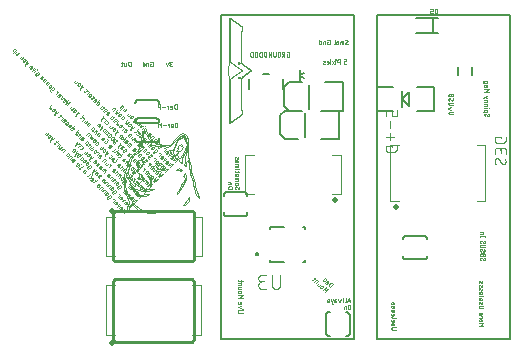
<source format=gbr>
G04 EAGLE Gerber RS-274X export*
G75*
%MOMM*%
%FSLAX34Y34*%
%LPD*%
%INSilkscreen Bottom*%
%IPPOS*%
%AMOC8*
5,1,8,0,0,1.08239X$1,22.5*%
G01*
%ADD10C,0.200000*%
%ADD11C,0.254000*%
%ADD12C,0.076200*%
%ADD13C,0.025400*%
%ADD14C,0.001000*%
%ADD15C,0.010000*%
%ADD16C,0.203200*%
%ADD17C,0.500000*%
%ADD18C,0.120000*%
%ADD19C,0.127000*%
%ADD20C,0.101600*%
%ADD21C,0.152400*%


D10*
X233900Y293700D02*
X233900Y19700D01*
X121900Y19700D01*
X121900Y293700D01*
X233900Y293700D01*
X365900Y293700D02*
X365900Y19700D01*
X253900Y19700D01*
X253900Y293700D01*
X365900Y293700D01*
D11*
X97400Y127800D02*
X31900Y127800D01*
X97400Y127800D02*
X98900Y126200D01*
X98900Y87200D01*
X97400Y85700D01*
X31400Y85700D01*
X30400Y86700D01*
X30400Y126200D01*
X31900Y127800D01*
X30400Y18700D02*
X31900Y17200D01*
X96900Y17200D01*
X98900Y19200D01*
X98900Y68200D01*
X96900Y70200D01*
X31900Y70200D01*
X30400Y68700D01*
X30400Y18700D01*
D12*
X353081Y170614D02*
X353083Y170703D01*
X353089Y170791D01*
X353098Y170879D01*
X353111Y170967D01*
X353128Y171054D01*
X353148Y171140D01*
X353173Y171225D01*
X353200Y171310D01*
X353232Y171393D01*
X353266Y171474D01*
X353305Y171554D01*
X353346Y171632D01*
X353391Y171709D01*
X353439Y171783D01*
X353490Y171856D01*
X353544Y171926D01*
X353602Y171993D01*
X353662Y172059D01*
X353724Y172121D01*
X353790Y172181D01*
X353857Y172239D01*
X353927Y172293D01*
X354000Y172344D01*
X354074Y172392D01*
X354151Y172437D01*
X354229Y172478D01*
X354309Y172517D01*
X354390Y172551D01*
X354473Y172583D01*
X354558Y172610D01*
X354643Y172635D01*
X354729Y172655D01*
X354816Y172672D01*
X354904Y172685D01*
X354992Y172694D01*
X355080Y172700D01*
X355169Y172702D01*
X353081Y170614D02*
X353083Y170485D01*
X353089Y170356D01*
X353098Y170227D01*
X353111Y170099D01*
X353128Y169971D01*
X353149Y169844D01*
X353173Y169717D01*
X353201Y169591D01*
X353233Y169466D01*
X353268Y169342D01*
X353307Y169219D01*
X353350Y169097D01*
X353396Y168977D01*
X353446Y168858D01*
X353499Y168740D01*
X353555Y168624D01*
X353615Y168510D01*
X353678Y168397D01*
X353745Y168287D01*
X353814Y168178D01*
X353887Y168072D01*
X353963Y167967D01*
X354042Y167865D01*
X354124Y167766D01*
X354208Y167668D01*
X354296Y167573D01*
X354386Y167481D01*
X360391Y167742D02*
X360480Y167744D01*
X360568Y167750D01*
X360656Y167759D01*
X360744Y167772D01*
X360831Y167789D01*
X360917Y167809D01*
X361002Y167834D01*
X361087Y167861D01*
X361170Y167893D01*
X361251Y167927D01*
X361331Y167966D01*
X361409Y168007D01*
X361486Y168052D01*
X361560Y168100D01*
X361633Y168151D01*
X361703Y168205D01*
X361770Y168263D01*
X361836Y168323D01*
X361898Y168385D01*
X361958Y168451D01*
X362016Y168518D01*
X362070Y168588D01*
X362121Y168661D01*
X362169Y168735D01*
X362214Y168812D01*
X362255Y168890D01*
X362294Y168970D01*
X362328Y169051D01*
X362360Y169134D01*
X362387Y169219D01*
X362412Y169304D01*
X362432Y169390D01*
X362449Y169477D01*
X362462Y169565D01*
X362471Y169653D01*
X362477Y169741D01*
X362479Y169830D01*
X362477Y169950D01*
X362472Y170070D01*
X362462Y170190D01*
X362450Y170309D01*
X362433Y170428D01*
X362413Y170546D01*
X362389Y170664D01*
X362362Y170780D01*
X362331Y170896D01*
X362297Y171011D01*
X362259Y171125D01*
X362217Y171238D01*
X362172Y171349D01*
X362124Y171459D01*
X362073Y171567D01*
X362018Y171674D01*
X361960Y171779D01*
X361898Y171882D01*
X361834Y171983D01*
X361766Y172083D01*
X361696Y172180D01*
X358564Y168786D02*
X358612Y168708D01*
X358664Y168632D01*
X358718Y168559D01*
X358776Y168488D01*
X358837Y168419D01*
X358901Y168353D01*
X358968Y168290D01*
X359037Y168230D01*
X359109Y168173D01*
X359183Y168119D01*
X359260Y168069D01*
X359339Y168021D01*
X359419Y167978D01*
X359502Y167937D01*
X359586Y167901D01*
X359671Y167868D01*
X359758Y167839D01*
X359847Y167813D01*
X359936Y167791D01*
X360026Y167774D01*
X360116Y167760D01*
X360208Y167750D01*
X360299Y167744D01*
X360391Y167742D01*
X356996Y171658D02*
X356948Y171736D01*
X356896Y171812D01*
X356842Y171885D01*
X356784Y171956D01*
X356723Y172025D01*
X356659Y172091D01*
X356592Y172154D01*
X356523Y172214D01*
X356451Y172271D01*
X356377Y172325D01*
X356300Y172375D01*
X356221Y172423D01*
X356141Y172466D01*
X356058Y172507D01*
X355974Y172543D01*
X355889Y172576D01*
X355802Y172605D01*
X355713Y172631D01*
X355624Y172653D01*
X355534Y172670D01*
X355444Y172684D01*
X355352Y172694D01*
X355261Y172700D01*
X355169Y172702D01*
X356997Y171658D02*
X358563Y168786D01*
X353081Y176320D02*
X353081Y178931D01*
X353083Y179032D01*
X353089Y179133D01*
X353099Y179234D01*
X353112Y179334D01*
X353130Y179434D01*
X353151Y179533D01*
X353177Y179631D01*
X353206Y179728D01*
X353238Y179824D01*
X353275Y179918D01*
X353315Y180011D01*
X353359Y180103D01*
X353406Y180192D01*
X353457Y180280D01*
X353511Y180366D01*
X353568Y180449D01*
X353628Y180531D01*
X353692Y180609D01*
X353758Y180686D01*
X353828Y180759D01*
X353900Y180830D01*
X353975Y180898D01*
X354053Y180963D01*
X354133Y181025D01*
X354215Y181084D01*
X354300Y181140D01*
X354387Y181192D01*
X354475Y181241D01*
X354566Y181287D01*
X354658Y181328D01*
X354752Y181367D01*
X354847Y181401D01*
X354943Y181432D01*
X355041Y181459D01*
X355139Y181483D01*
X355239Y181502D01*
X355339Y181518D01*
X355439Y181530D01*
X355540Y181538D01*
X355641Y181542D01*
X355743Y181542D01*
X355844Y181538D01*
X355945Y181530D01*
X356045Y181518D01*
X356145Y181502D01*
X356245Y181483D01*
X356343Y181459D01*
X356441Y181432D01*
X356537Y181401D01*
X356632Y181367D01*
X356726Y181328D01*
X356818Y181287D01*
X356909Y181241D01*
X356998Y181192D01*
X357084Y181140D01*
X357169Y181084D01*
X357251Y181025D01*
X357331Y180963D01*
X357409Y180898D01*
X357484Y180830D01*
X357556Y180759D01*
X357626Y180686D01*
X357692Y180609D01*
X357756Y180531D01*
X357816Y180449D01*
X357873Y180366D01*
X357927Y180280D01*
X357978Y180192D01*
X358025Y180103D01*
X358069Y180011D01*
X358109Y179918D01*
X358146Y179824D01*
X358178Y179728D01*
X358207Y179631D01*
X358233Y179533D01*
X358254Y179434D01*
X358272Y179334D01*
X358285Y179234D01*
X358295Y179133D01*
X358301Y179032D01*
X358303Y178931D01*
X362479Y179453D02*
X362479Y176320D01*
X362479Y179453D02*
X362477Y179543D01*
X362471Y179632D01*
X362462Y179722D01*
X362448Y179811D01*
X362431Y179899D01*
X362410Y179986D01*
X362385Y180073D01*
X362356Y180158D01*
X362324Y180242D01*
X362289Y180324D01*
X362249Y180405D01*
X362207Y180484D01*
X362161Y180561D01*
X362111Y180636D01*
X362059Y180709D01*
X362003Y180780D01*
X361945Y180848D01*
X361883Y180913D01*
X361819Y180976D01*
X361752Y181036D01*
X361683Y181093D01*
X361611Y181147D01*
X361537Y181198D01*
X361461Y181246D01*
X361383Y181290D01*
X361303Y181331D01*
X361221Y181369D01*
X361138Y181403D01*
X361053Y181433D01*
X360967Y181460D01*
X360881Y181483D01*
X360793Y181502D01*
X360704Y181517D01*
X360615Y181529D01*
X360526Y181537D01*
X360436Y181541D01*
X360346Y181541D01*
X360256Y181537D01*
X360167Y181529D01*
X360078Y181517D01*
X359989Y181502D01*
X359901Y181483D01*
X359815Y181460D01*
X359729Y181433D01*
X359644Y181403D01*
X359561Y181369D01*
X359479Y181331D01*
X359399Y181290D01*
X359321Y181246D01*
X359245Y181198D01*
X359171Y181147D01*
X359099Y181093D01*
X359030Y181036D01*
X358963Y180976D01*
X358899Y180913D01*
X358837Y180848D01*
X358779Y180780D01*
X358723Y180709D01*
X358671Y180636D01*
X358621Y180561D01*
X358575Y180484D01*
X358533Y180405D01*
X358493Y180324D01*
X358458Y180242D01*
X358426Y180158D01*
X358397Y180073D01*
X358372Y179986D01*
X358351Y179899D01*
X358334Y179811D01*
X358320Y179722D01*
X358311Y179632D01*
X358305Y179543D01*
X358303Y179453D01*
X358302Y179453D02*
X358302Y177364D01*
X358302Y189424D02*
X358302Y190990D01*
X353081Y190990D01*
X353081Y187857D01*
X353083Y187768D01*
X353089Y187680D01*
X353098Y187592D01*
X353111Y187504D01*
X353128Y187417D01*
X353148Y187331D01*
X353173Y187246D01*
X353200Y187161D01*
X353232Y187078D01*
X353266Y186997D01*
X353305Y186917D01*
X353346Y186839D01*
X353391Y186762D01*
X353439Y186688D01*
X353490Y186615D01*
X353544Y186545D01*
X353602Y186478D01*
X353662Y186412D01*
X353724Y186350D01*
X353790Y186290D01*
X353857Y186232D01*
X353927Y186178D01*
X354000Y186127D01*
X354074Y186079D01*
X354151Y186034D01*
X354229Y185993D01*
X354309Y185954D01*
X354390Y185920D01*
X354473Y185888D01*
X354558Y185861D01*
X354643Y185836D01*
X354729Y185816D01*
X354816Y185799D01*
X354904Y185786D01*
X354992Y185777D01*
X355080Y185771D01*
X355169Y185769D01*
X360391Y185769D01*
X360482Y185771D01*
X360573Y185777D01*
X360664Y185787D01*
X360754Y185801D01*
X360843Y185818D01*
X360931Y185840D01*
X361019Y185866D01*
X361105Y185895D01*
X361190Y185928D01*
X361273Y185965D01*
X361355Y186005D01*
X361435Y186049D01*
X361513Y186096D01*
X361589Y186147D01*
X361662Y186200D01*
X361733Y186257D01*
X361802Y186318D01*
X361867Y186381D01*
X361930Y186446D01*
X361990Y186515D01*
X362048Y186586D01*
X362101Y186659D01*
X362152Y186735D01*
X362199Y186813D01*
X362243Y186893D01*
X362283Y186975D01*
X362320Y187058D01*
X362353Y187143D01*
X362382Y187229D01*
X362408Y187317D01*
X362430Y187405D01*
X362447Y187494D01*
X362461Y187584D01*
X362471Y187675D01*
X362477Y187766D01*
X362479Y187857D01*
X362479Y190990D01*
X266025Y183325D02*
X266025Y181758D01*
X266025Y183325D02*
X260804Y183325D01*
X260804Y180192D01*
X260805Y180192D02*
X260807Y180103D01*
X260813Y180015D01*
X260822Y179927D01*
X260835Y179839D01*
X260852Y179752D01*
X260872Y179666D01*
X260897Y179581D01*
X260924Y179496D01*
X260956Y179413D01*
X260990Y179332D01*
X261029Y179252D01*
X261070Y179174D01*
X261115Y179097D01*
X261163Y179023D01*
X261214Y178950D01*
X261268Y178880D01*
X261326Y178813D01*
X261386Y178747D01*
X261448Y178685D01*
X261514Y178625D01*
X261581Y178567D01*
X261651Y178513D01*
X261724Y178462D01*
X261798Y178414D01*
X261875Y178369D01*
X261953Y178328D01*
X262033Y178289D01*
X262114Y178255D01*
X262197Y178223D01*
X262282Y178196D01*
X262367Y178171D01*
X262453Y178151D01*
X262540Y178134D01*
X262628Y178121D01*
X262716Y178112D01*
X262804Y178106D01*
X262893Y178104D01*
X262893Y178103D02*
X268114Y178103D01*
X268114Y178104D02*
X268205Y178106D01*
X268296Y178112D01*
X268387Y178122D01*
X268477Y178136D01*
X268566Y178153D01*
X268654Y178175D01*
X268742Y178201D01*
X268828Y178230D01*
X268913Y178263D01*
X268996Y178300D01*
X269078Y178340D01*
X269158Y178384D01*
X269236Y178431D01*
X269312Y178482D01*
X269385Y178535D01*
X269456Y178592D01*
X269525Y178653D01*
X269590Y178716D01*
X269653Y178781D01*
X269713Y178850D01*
X269771Y178921D01*
X269824Y178994D01*
X269875Y179070D01*
X269922Y179148D01*
X269966Y179228D01*
X270006Y179310D01*
X270043Y179393D01*
X270076Y179478D01*
X270105Y179564D01*
X270131Y179652D01*
X270153Y179740D01*
X270170Y179829D01*
X270184Y179919D01*
X270194Y180010D01*
X270200Y180101D01*
X270202Y180192D01*
X270202Y183325D01*
X264459Y187640D02*
X264459Y193905D01*
X261326Y190772D02*
X267592Y190772D01*
X264459Y198003D02*
X264459Y204268D01*
X260804Y208279D02*
X260804Y211411D01*
X260805Y211411D02*
X260807Y211500D01*
X260813Y211588D01*
X260822Y211676D01*
X260835Y211764D01*
X260852Y211851D01*
X260872Y211937D01*
X260897Y212022D01*
X260924Y212107D01*
X260956Y212190D01*
X260990Y212271D01*
X261029Y212351D01*
X261070Y212429D01*
X261115Y212506D01*
X261163Y212580D01*
X261214Y212653D01*
X261268Y212723D01*
X261326Y212790D01*
X261386Y212856D01*
X261448Y212918D01*
X261514Y212978D01*
X261581Y213036D01*
X261651Y213090D01*
X261724Y213141D01*
X261798Y213189D01*
X261875Y213234D01*
X261953Y213275D01*
X262033Y213314D01*
X262114Y213348D01*
X262197Y213380D01*
X262282Y213407D01*
X262367Y213432D01*
X262453Y213452D01*
X262540Y213469D01*
X262628Y213482D01*
X262716Y213491D01*
X262804Y213497D01*
X262893Y213499D01*
X262893Y213500D02*
X263937Y213500D01*
X263937Y213499D02*
X264026Y213497D01*
X264114Y213491D01*
X264202Y213482D01*
X264290Y213469D01*
X264377Y213452D01*
X264463Y213432D01*
X264548Y213407D01*
X264633Y213380D01*
X264716Y213348D01*
X264797Y213314D01*
X264877Y213275D01*
X264955Y213234D01*
X265032Y213189D01*
X265106Y213141D01*
X265179Y213090D01*
X265249Y213036D01*
X265316Y212978D01*
X265382Y212918D01*
X265444Y212856D01*
X265504Y212790D01*
X265562Y212723D01*
X265616Y212653D01*
X265667Y212580D01*
X265715Y212506D01*
X265760Y212429D01*
X265801Y212351D01*
X265840Y212271D01*
X265874Y212190D01*
X265906Y212107D01*
X265933Y212022D01*
X265958Y211937D01*
X265978Y211851D01*
X265995Y211764D01*
X266008Y211676D01*
X266017Y211588D01*
X266023Y211500D01*
X266025Y211411D01*
X266025Y208279D01*
X270202Y208279D01*
X270202Y213500D01*
D13*
X177617Y260699D02*
X176982Y260699D01*
X176982Y258582D01*
X178252Y258582D01*
X178307Y258584D01*
X178363Y258589D01*
X178417Y258598D01*
X178471Y258611D01*
X178524Y258627D01*
X178576Y258646D01*
X178627Y258669D01*
X178676Y258695D01*
X178723Y258725D01*
X178768Y258757D01*
X178810Y258792D01*
X178851Y258830D01*
X178889Y258871D01*
X178924Y258913D01*
X178956Y258958D01*
X178986Y259006D01*
X179012Y259054D01*
X179035Y259105D01*
X179054Y259157D01*
X179070Y259210D01*
X179083Y259264D01*
X179092Y259318D01*
X179097Y259374D01*
X179099Y259429D01*
X179099Y261545D01*
X179097Y261603D01*
X179091Y261660D01*
X179081Y261717D01*
X179068Y261774D01*
X179050Y261829D01*
X179029Y261882D01*
X179004Y261935D01*
X178976Y261985D01*
X178944Y262033D01*
X178909Y262080D01*
X178871Y262123D01*
X178830Y262164D01*
X178787Y262202D01*
X178740Y262237D01*
X178692Y262269D01*
X178642Y262297D01*
X178589Y262322D01*
X178536Y262343D01*
X178481Y262361D01*
X178424Y262374D01*
X178367Y262384D01*
X178310Y262390D01*
X178252Y262392D01*
X176982Y262392D01*
X175177Y262392D02*
X175177Y258582D01*
X175177Y262392D02*
X174118Y262392D01*
X174054Y262390D01*
X173990Y262384D01*
X173927Y262375D01*
X173865Y262361D01*
X173803Y262344D01*
X173743Y262323D01*
X173684Y262299D01*
X173626Y262271D01*
X173571Y262239D01*
X173517Y262205D01*
X173466Y262167D01*
X173416Y262126D01*
X173370Y262082D01*
X173326Y262036D01*
X173285Y261986D01*
X173247Y261935D01*
X173213Y261881D01*
X173181Y261826D01*
X173153Y261768D01*
X173129Y261709D01*
X173108Y261649D01*
X173091Y261587D01*
X173077Y261525D01*
X173068Y261462D01*
X173062Y261398D01*
X173060Y261334D01*
X173062Y261270D01*
X173068Y261206D01*
X173077Y261143D01*
X173091Y261081D01*
X173108Y261019D01*
X173129Y260959D01*
X173153Y260900D01*
X173181Y260842D01*
X173213Y260787D01*
X173247Y260733D01*
X173285Y260682D01*
X173326Y260632D01*
X173370Y260586D01*
X173416Y260542D01*
X173466Y260501D01*
X173517Y260463D01*
X173571Y260429D01*
X173626Y260397D01*
X173684Y260369D01*
X173743Y260345D01*
X173803Y260324D01*
X173865Y260307D01*
X173927Y260293D01*
X173990Y260284D01*
X174054Y260278D01*
X174118Y260276D01*
X174118Y260275D02*
X175177Y260275D01*
X173907Y260275D02*
X173060Y258582D01*
X171540Y259640D02*
X171540Y261334D01*
X171538Y261398D01*
X171532Y261462D01*
X171523Y261525D01*
X171509Y261587D01*
X171492Y261649D01*
X171471Y261709D01*
X171447Y261768D01*
X171419Y261826D01*
X171387Y261881D01*
X171353Y261935D01*
X171315Y261986D01*
X171274Y262036D01*
X171230Y262082D01*
X171184Y262126D01*
X171134Y262167D01*
X171083Y262205D01*
X171029Y262239D01*
X170974Y262271D01*
X170916Y262299D01*
X170857Y262323D01*
X170797Y262344D01*
X170735Y262361D01*
X170673Y262375D01*
X170610Y262384D01*
X170546Y262390D01*
X170482Y262392D01*
X170418Y262390D01*
X170354Y262384D01*
X170291Y262375D01*
X170229Y262361D01*
X170167Y262344D01*
X170107Y262323D01*
X170048Y262299D01*
X169990Y262271D01*
X169935Y262239D01*
X169881Y262205D01*
X169830Y262167D01*
X169780Y262126D01*
X169734Y262082D01*
X169690Y262036D01*
X169649Y261986D01*
X169611Y261935D01*
X169577Y261881D01*
X169545Y261826D01*
X169517Y261768D01*
X169493Y261709D01*
X169472Y261649D01*
X169455Y261587D01*
X169441Y261525D01*
X169432Y261462D01*
X169426Y261398D01*
X169424Y261334D01*
X169423Y261334D02*
X169423Y259640D01*
X169424Y259640D02*
X169426Y259576D01*
X169432Y259512D01*
X169441Y259449D01*
X169455Y259387D01*
X169472Y259325D01*
X169493Y259265D01*
X169517Y259206D01*
X169545Y259148D01*
X169577Y259093D01*
X169611Y259039D01*
X169649Y258988D01*
X169690Y258938D01*
X169734Y258892D01*
X169780Y258848D01*
X169830Y258807D01*
X169881Y258769D01*
X169935Y258735D01*
X169990Y258703D01*
X170048Y258675D01*
X170107Y258651D01*
X170167Y258630D01*
X170229Y258613D01*
X170291Y258599D01*
X170354Y258590D01*
X170418Y258584D01*
X170482Y258582D01*
X170546Y258584D01*
X170610Y258590D01*
X170673Y258599D01*
X170735Y258613D01*
X170797Y258630D01*
X170857Y258651D01*
X170916Y258675D01*
X170974Y258703D01*
X171029Y258735D01*
X171083Y258769D01*
X171134Y258807D01*
X171184Y258848D01*
X171230Y258892D01*
X171274Y258938D01*
X171315Y258988D01*
X171353Y259039D01*
X171387Y259093D01*
X171419Y259148D01*
X171447Y259206D01*
X171471Y259265D01*
X171492Y259325D01*
X171509Y259387D01*
X171523Y259449D01*
X171532Y259512D01*
X171538Y259576D01*
X171540Y259640D01*
X167761Y259640D02*
X167761Y262392D01*
X167760Y259640D02*
X167758Y259576D01*
X167752Y259512D01*
X167743Y259449D01*
X167729Y259387D01*
X167712Y259325D01*
X167691Y259265D01*
X167667Y259206D01*
X167639Y259148D01*
X167607Y259093D01*
X167573Y259039D01*
X167535Y258988D01*
X167494Y258938D01*
X167450Y258892D01*
X167404Y258848D01*
X167354Y258807D01*
X167303Y258769D01*
X167249Y258735D01*
X167194Y258703D01*
X167136Y258675D01*
X167077Y258651D01*
X167017Y258630D01*
X166955Y258613D01*
X166893Y258599D01*
X166830Y258590D01*
X166766Y258584D01*
X166702Y258582D01*
X166638Y258584D01*
X166574Y258590D01*
X166511Y258599D01*
X166449Y258613D01*
X166387Y258630D01*
X166327Y258651D01*
X166268Y258675D01*
X166210Y258703D01*
X166155Y258735D01*
X166101Y258769D01*
X166050Y258807D01*
X166000Y258848D01*
X165954Y258892D01*
X165910Y258938D01*
X165869Y258988D01*
X165831Y259039D01*
X165797Y259093D01*
X165765Y259148D01*
X165737Y259206D01*
X165713Y259265D01*
X165692Y259325D01*
X165675Y259387D01*
X165661Y259449D01*
X165652Y259512D01*
X165646Y259576D01*
X165644Y259640D01*
X165644Y262392D01*
X163859Y262392D02*
X163859Y258582D01*
X161742Y258582D02*
X163859Y262392D01*
X161742Y262392D02*
X161742Y258582D01*
X159958Y258582D02*
X159958Y262392D01*
X158899Y262392D01*
X158835Y262390D01*
X158771Y262384D01*
X158708Y262375D01*
X158646Y262361D01*
X158584Y262344D01*
X158524Y262323D01*
X158465Y262299D01*
X158407Y262271D01*
X158352Y262239D01*
X158298Y262205D01*
X158247Y262167D01*
X158197Y262126D01*
X158151Y262082D01*
X158107Y262036D01*
X158066Y261987D01*
X158028Y261935D01*
X157994Y261881D01*
X157962Y261826D01*
X157934Y261768D01*
X157910Y261709D01*
X157889Y261649D01*
X157872Y261587D01*
X157858Y261525D01*
X157849Y261462D01*
X157843Y261398D01*
X157841Y261334D01*
X157841Y259640D01*
X157843Y259576D01*
X157849Y259512D01*
X157858Y259449D01*
X157872Y259387D01*
X157889Y259325D01*
X157910Y259265D01*
X157934Y259206D01*
X157962Y259148D01*
X157994Y259093D01*
X158028Y259039D01*
X158066Y258988D01*
X158107Y258938D01*
X158151Y258892D01*
X158197Y258848D01*
X158247Y258807D01*
X158298Y258769D01*
X158352Y258735D01*
X158407Y258703D01*
X158465Y258675D01*
X158524Y258651D01*
X158584Y258630D01*
X158646Y258613D01*
X158708Y258599D01*
X158772Y258590D01*
X158835Y258584D01*
X158899Y258582D01*
X159958Y258582D01*
X156056Y258582D02*
X156056Y262392D01*
X154998Y262392D01*
X154934Y262390D01*
X154870Y262384D01*
X154807Y262375D01*
X154745Y262361D01*
X154683Y262344D01*
X154623Y262323D01*
X154564Y262299D01*
X154506Y262271D01*
X154451Y262239D01*
X154397Y262205D01*
X154346Y262167D01*
X154296Y262126D01*
X154250Y262082D01*
X154206Y262036D01*
X154165Y261987D01*
X154127Y261935D01*
X154093Y261881D01*
X154061Y261826D01*
X154033Y261768D01*
X154009Y261709D01*
X153988Y261649D01*
X153971Y261587D01*
X153957Y261525D01*
X153948Y261462D01*
X153942Y261398D01*
X153940Y261334D01*
X153940Y259640D01*
X153942Y259576D01*
X153948Y259512D01*
X153957Y259449D01*
X153971Y259387D01*
X153988Y259325D01*
X154009Y259265D01*
X154033Y259206D01*
X154061Y259148D01*
X154093Y259093D01*
X154127Y259039D01*
X154165Y258988D01*
X154206Y258938D01*
X154250Y258892D01*
X154296Y258848D01*
X154346Y258807D01*
X154397Y258769D01*
X154451Y258735D01*
X154506Y258703D01*
X154564Y258675D01*
X154623Y258651D01*
X154683Y258630D01*
X154745Y258613D01*
X154807Y258599D01*
X154871Y258590D01*
X154934Y258584D01*
X154998Y258582D01*
X156056Y258582D01*
X152155Y258582D02*
X152155Y262392D01*
X151097Y262392D01*
X151033Y262390D01*
X150969Y262384D01*
X150906Y262375D01*
X150844Y262361D01*
X150782Y262344D01*
X150722Y262323D01*
X150663Y262299D01*
X150605Y262271D01*
X150550Y262239D01*
X150496Y262205D01*
X150445Y262167D01*
X150395Y262126D01*
X150349Y262082D01*
X150305Y262036D01*
X150264Y261987D01*
X150226Y261935D01*
X150192Y261881D01*
X150160Y261826D01*
X150132Y261768D01*
X150108Y261709D01*
X150087Y261649D01*
X150070Y261587D01*
X150056Y261525D01*
X150047Y261462D01*
X150041Y261398D01*
X150039Y261334D01*
X150038Y261334D02*
X150038Y259640D01*
X150039Y259640D02*
X150041Y259576D01*
X150047Y259512D01*
X150056Y259449D01*
X150070Y259387D01*
X150087Y259325D01*
X150108Y259265D01*
X150132Y259206D01*
X150160Y259148D01*
X150192Y259093D01*
X150226Y259039D01*
X150264Y258988D01*
X150305Y258938D01*
X150349Y258892D01*
X150395Y258848D01*
X150445Y258807D01*
X150496Y258769D01*
X150550Y258735D01*
X150605Y258703D01*
X150663Y258675D01*
X150722Y258651D01*
X150782Y258630D01*
X150844Y258613D01*
X150906Y258599D01*
X150970Y258590D01*
X151033Y258584D01*
X151097Y258582D01*
X152155Y258582D01*
X148254Y258582D02*
X148254Y262392D01*
X147195Y262392D01*
X147131Y262390D01*
X147067Y262384D01*
X147004Y262375D01*
X146942Y262361D01*
X146880Y262344D01*
X146820Y262323D01*
X146761Y262299D01*
X146703Y262271D01*
X146648Y262239D01*
X146594Y262205D01*
X146543Y262167D01*
X146493Y262126D01*
X146447Y262082D01*
X146403Y262036D01*
X146362Y261987D01*
X146324Y261935D01*
X146290Y261881D01*
X146258Y261826D01*
X146230Y261768D01*
X146206Y261709D01*
X146185Y261649D01*
X146168Y261587D01*
X146154Y261525D01*
X146145Y261462D01*
X146139Y261398D01*
X146137Y261334D01*
X146137Y259640D01*
X146139Y259576D01*
X146145Y259512D01*
X146154Y259449D01*
X146168Y259387D01*
X146185Y259325D01*
X146206Y259265D01*
X146230Y259206D01*
X146258Y259148D01*
X146290Y259093D01*
X146324Y259039D01*
X146362Y258988D01*
X146403Y258938D01*
X146447Y258892D01*
X146493Y258848D01*
X146543Y258807D01*
X146594Y258769D01*
X146648Y258735D01*
X146703Y258703D01*
X146761Y258675D01*
X146820Y258651D01*
X146880Y258630D01*
X146942Y258613D01*
X147004Y258599D01*
X147068Y258590D01*
X147131Y258584D01*
X147195Y258582D01*
X148254Y258582D01*
X226606Y269905D02*
X226608Y269850D01*
X226613Y269794D01*
X226622Y269740D01*
X226635Y269686D01*
X226651Y269633D01*
X226670Y269581D01*
X226693Y269530D01*
X226719Y269482D01*
X226749Y269434D01*
X226781Y269389D01*
X226816Y269347D01*
X226854Y269306D01*
X226895Y269268D01*
X226937Y269233D01*
X226982Y269201D01*
X227030Y269171D01*
X227078Y269145D01*
X227129Y269122D01*
X227181Y269103D01*
X227234Y269087D01*
X227288Y269074D01*
X227342Y269065D01*
X227398Y269060D01*
X227453Y269058D01*
X227536Y269060D01*
X227619Y269066D01*
X227701Y269075D01*
X227783Y269089D01*
X227865Y269106D01*
X227945Y269127D01*
X228024Y269152D01*
X228103Y269180D01*
X228179Y269212D01*
X228254Y269248D01*
X228328Y269286D01*
X228399Y269329D01*
X228469Y269374D01*
X228536Y269423D01*
X228601Y269475D01*
X228663Y269530D01*
X228723Y269587D01*
X228618Y272021D02*
X228616Y272076D01*
X228611Y272132D01*
X228602Y272186D01*
X228589Y272240D01*
X228573Y272293D01*
X228554Y272345D01*
X228531Y272396D01*
X228505Y272445D01*
X228475Y272492D01*
X228443Y272537D01*
X228408Y272579D01*
X228370Y272620D01*
X228329Y272658D01*
X228287Y272693D01*
X228242Y272725D01*
X228195Y272755D01*
X228146Y272781D01*
X228095Y272804D01*
X228043Y272823D01*
X227990Y272839D01*
X227936Y272852D01*
X227882Y272861D01*
X227826Y272866D01*
X227771Y272868D01*
X227771Y272869D02*
X227692Y272867D01*
X227614Y272861D01*
X227536Y272852D01*
X227459Y272838D01*
X227382Y272821D01*
X227306Y272799D01*
X227232Y272775D01*
X227158Y272746D01*
X227087Y272714D01*
X227017Y272678D01*
X226948Y272639D01*
X226882Y272597D01*
X226818Y272551D01*
X228195Y271280D02*
X228242Y271310D01*
X228287Y271343D01*
X228330Y271379D01*
X228370Y271417D01*
X228408Y271458D01*
X228443Y271501D01*
X228475Y271547D01*
X228505Y271594D01*
X228531Y271644D01*
X228554Y271695D01*
X228573Y271747D01*
X228589Y271800D01*
X228602Y271855D01*
X228611Y271910D01*
X228616Y271965D01*
X228618Y272021D01*
X227030Y270646D02*
X226983Y270616D01*
X226938Y270583D01*
X226895Y270547D01*
X226855Y270509D01*
X226817Y270468D01*
X226782Y270425D01*
X226750Y270379D01*
X226720Y270332D01*
X226694Y270282D01*
X226671Y270231D01*
X226652Y270179D01*
X226636Y270126D01*
X226623Y270071D01*
X226614Y270016D01*
X226609Y269961D01*
X226607Y269905D01*
X227030Y270646D02*
X228194Y271281D01*
X225034Y271598D02*
X225034Y269058D01*
X225034Y271598D02*
X223129Y271598D01*
X223082Y271596D01*
X223034Y271591D01*
X222988Y271582D01*
X222942Y271570D01*
X222897Y271554D01*
X222853Y271535D01*
X222812Y271513D01*
X222771Y271488D01*
X222733Y271459D01*
X222697Y271428D01*
X222664Y271395D01*
X222633Y271359D01*
X222604Y271321D01*
X222579Y271281D01*
X222557Y271239D01*
X222538Y271195D01*
X222522Y271150D01*
X222510Y271104D01*
X222501Y271058D01*
X222496Y271010D01*
X222494Y270963D01*
X222494Y269058D01*
X223764Y269058D02*
X223764Y271598D01*
X220831Y270751D02*
X220831Y269905D01*
X220831Y270751D02*
X220829Y270808D01*
X220823Y270864D01*
X220814Y270920D01*
X220801Y270975D01*
X220784Y271029D01*
X220764Y271082D01*
X220740Y271133D01*
X220713Y271183D01*
X220682Y271230D01*
X220649Y271276D01*
X220612Y271319D01*
X220573Y271360D01*
X220531Y271398D01*
X220486Y271433D01*
X220440Y271465D01*
X220391Y271494D01*
X220341Y271519D01*
X220288Y271541D01*
X220235Y271560D01*
X220180Y271575D01*
X220125Y271586D01*
X220069Y271594D01*
X220012Y271598D01*
X219956Y271598D01*
X219899Y271594D01*
X219843Y271586D01*
X219788Y271575D01*
X219733Y271560D01*
X219680Y271541D01*
X219627Y271519D01*
X219577Y271494D01*
X219528Y271465D01*
X219482Y271433D01*
X219437Y271398D01*
X219395Y271360D01*
X219356Y271319D01*
X219319Y271276D01*
X219286Y271230D01*
X219255Y271183D01*
X219228Y271133D01*
X219204Y271082D01*
X219184Y271029D01*
X219167Y270975D01*
X219154Y270920D01*
X219145Y270864D01*
X219139Y270808D01*
X219137Y270751D01*
X219137Y269905D01*
X219139Y269848D01*
X219145Y269792D01*
X219154Y269736D01*
X219167Y269681D01*
X219184Y269627D01*
X219204Y269574D01*
X219228Y269523D01*
X219255Y269473D01*
X219286Y269426D01*
X219319Y269380D01*
X219356Y269337D01*
X219395Y269296D01*
X219437Y269258D01*
X219482Y269223D01*
X219528Y269191D01*
X219577Y269162D01*
X219627Y269137D01*
X219680Y269115D01*
X219733Y269096D01*
X219788Y269081D01*
X219843Y269070D01*
X219899Y269062D01*
X219956Y269058D01*
X220012Y269058D01*
X220069Y269062D01*
X220125Y269070D01*
X220180Y269081D01*
X220235Y269096D01*
X220288Y269115D01*
X220341Y269137D01*
X220391Y269162D01*
X220440Y269191D01*
X220486Y269223D01*
X220531Y269258D01*
X220573Y269296D01*
X220612Y269337D01*
X220649Y269380D01*
X220682Y269426D01*
X220713Y269473D01*
X220740Y269523D01*
X220764Y269574D01*
X220784Y269627D01*
X220801Y269681D01*
X220814Y269736D01*
X220823Y269792D01*
X220829Y269848D01*
X220831Y269905D01*
X217605Y269693D02*
X217605Y272868D01*
X217605Y269693D02*
X217603Y269646D01*
X217598Y269598D01*
X217589Y269552D01*
X217577Y269506D01*
X217561Y269461D01*
X217542Y269417D01*
X217520Y269376D01*
X217495Y269335D01*
X217466Y269297D01*
X217435Y269261D01*
X217402Y269228D01*
X217366Y269197D01*
X217328Y269168D01*
X217288Y269143D01*
X217246Y269121D01*
X217202Y269102D01*
X217157Y269086D01*
X217111Y269074D01*
X217065Y269065D01*
X217017Y269060D01*
X216970Y269058D01*
X212124Y271175D02*
X211489Y271175D01*
X211489Y269058D01*
X212759Y269058D01*
X212814Y269060D01*
X212870Y269065D01*
X212924Y269074D01*
X212978Y269087D01*
X213031Y269103D01*
X213083Y269122D01*
X213134Y269145D01*
X213183Y269171D01*
X213230Y269201D01*
X213275Y269233D01*
X213317Y269268D01*
X213358Y269306D01*
X213396Y269347D01*
X213431Y269389D01*
X213463Y269434D01*
X213493Y269482D01*
X213519Y269530D01*
X213542Y269581D01*
X213561Y269633D01*
X213577Y269686D01*
X213590Y269740D01*
X213599Y269794D01*
X213604Y269850D01*
X213606Y269905D01*
X213605Y269905D02*
X213605Y272021D01*
X213606Y272021D02*
X213604Y272079D01*
X213598Y272136D01*
X213588Y272193D01*
X213575Y272250D01*
X213557Y272305D01*
X213536Y272358D01*
X213511Y272411D01*
X213483Y272461D01*
X213451Y272509D01*
X213416Y272556D01*
X213378Y272599D01*
X213337Y272640D01*
X213294Y272678D01*
X213247Y272713D01*
X213199Y272745D01*
X213149Y272773D01*
X213096Y272798D01*
X213043Y272819D01*
X212988Y272837D01*
X212931Y272850D01*
X212874Y272860D01*
X212817Y272866D01*
X212759Y272868D01*
X211489Y272868D01*
X209736Y271598D02*
X209736Y269058D01*
X209736Y271598D02*
X208678Y271598D01*
X208631Y271596D01*
X208583Y271591D01*
X208537Y271582D01*
X208491Y271570D01*
X208446Y271554D01*
X208402Y271535D01*
X208361Y271513D01*
X208320Y271488D01*
X208282Y271459D01*
X208246Y271428D01*
X208213Y271395D01*
X208182Y271359D01*
X208153Y271321D01*
X208128Y271281D01*
X208106Y271239D01*
X208087Y271195D01*
X208071Y271150D01*
X208059Y271104D01*
X208050Y271058D01*
X208045Y271010D01*
X208043Y270963D01*
X208043Y269058D01*
X204768Y269058D02*
X204768Y272868D01*
X204768Y269058D02*
X205826Y269058D01*
X205873Y269060D01*
X205921Y269065D01*
X205967Y269074D01*
X206013Y269086D01*
X206058Y269102D01*
X206102Y269121D01*
X206144Y269143D01*
X206184Y269168D01*
X206222Y269197D01*
X206258Y269228D01*
X206291Y269261D01*
X206322Y269297D01*
X206351Y269335D01*
X206376Y269376D01*
X206398Y269417D01*
X206417Y269461D01*
X206433Y269506D01*
X206445Y269552D01*
X206454Y269598D01*
X206459Y269646D01*
X206461Y269693D01*
X206461Y270963D01*
X206459Y271010D01*
X206454Y271058D01*
X206445Y271104D01*
X206433Y271150D01*
X206417Y271195D01*
X206398Y271239D01*
X206376Y271281D01*
X206351Y271321D01*
X206322Y271359D01*
X206291Y271395D01*
X206258Y271428D01*
X206222Y271459D01*
X206184Y271488D01*
X206144Y271513D01*
X206102Y271535D01*
X206058Y271554D01*
X206013Y271570D01*
X205967Y271582D01*
X205921Y271591D01*
X205873Y271596D01*
X205826Y271598D01*
X204768Y271598D01*
X226371Y252495D02*
X227641Y252495D01*
X226371Y252494D02*
X226316Y252496D01*
X226260Y252501D01*
X226206Y252510D01*
X226152Y252523D01*
X226099Y252539D01*
X226047Y252558D01*
X225996Y252581D01*
X225948Y252607D01*
X225900Y252637D01*
X225855Y252669D01*
X225813Y252704D01*
X225772Y252742D01*
X225734Y252783D01*
X225699Y252825D01*
X225667Y252870D01*
X225637Y252918D01*
X225611Y252966D01*
X225588Y253017D01*
X225569Y253069D01*
X225553Y253122D01*
X225540Y253176D01*
X225531Y253230D01*
X225526Y253286D01*
X225524Y253341D01*
X225524Y253765D01*
X225526Y253820D01*
X225531Y253876D01*
X225540Y253930D01*
X225553Y253984D01*
X225569Y254037D01*
X225588Y254089D01*
X225611Y254140D01*
X225637Y254189D01*
X225667Y254236D01*
X225699Y254281D01*
X225734Y254323D01*
X225772Y254364D01*
X225813Y254402D01*
X225855Y254437D01*
X225900Y254469D01*
X225948Y254499D01*
X225996Y254525D01*
X226047Y254548D01*
X226099Y254567D01*
X226152Y254583D01*
X226206Y254596D01*
X226260Y254605D01*
X226316Y254610D01*
X226371Y254612D01*
X226371Y254611D02*
X227641Y254611D01*
X227641Y256305D01*
X225524Y256305D01*
X221862Y256305D02*
X221862Y252495D01*
X221862Y256305D02*
X220804Y256305D01*
X220804Y256304D02*
X220740Y256302D01*
X220676Y256296D01*
X220613Y256287D01*
X220551Y256273D01*
X220489Y256256D01*
X220429Y256235D01*
X220370Y256211D01*
X220312Y256183D01*
X220257Y256151D01*
X220203Y256117D01*
X220152Y256079D01*
X220102Y256038D01*
X220056Y255994D01*
X220012Y255948D01*
X219971Y255898D01*
X219933Y255847D01*
X219899Y255793D01*
X219867Y255738D01*
X219839Y255680D01*
X219815Y255621D01*
X219794Y255561D01*
X219777Y255499D01*
X219763Y255437D01*
X219754Y255374D01*
X219748Y255310D01*
X219746Y255246D01*
X219748Y255182D01*
X219754Y255118D01*
X219763Y255055D01*
X219777Y254993D01*
X219794Y254931D01*
X219815Y254871D01*
X219839Y254812D01*
X219867Y254754D01*
X219899Y254699D01*
X219933Y254645D01*
X219971Y254594D01*
X220012Y254544D01*
X220056Y254498D01*
X220102Y254454D01*
X220152Y254413D01*
X220203Y254375D01*
X220257Y254341D01*
X220312Y254309D01*
X220370Y254281D01*
X220429Y254257D01*
X220489Y254236D01*
X220551Y254219D01*
X220613Y254205D01*
X220676Y254196D01*
X220740Y254190D01*
X220804Y254188D01*
X221862Y254188D01*
X218414Y255035D02*
X218414Y252495D01*
X218520Y256093D02*
X218520Y256305D01*
X218308Y256305D01*
X218308Y256093D01*
X218520Y256093D01*
X215373Y255035D02*
X217066Y252495D01*
X215373Y252495D02*
X217066Y255035D01*
X214025Y255035D02*
X214025Y252495D01*
X214131Y256093D02*
X214131Y256305D01*
X213919Y256305D01*
X213919Y256093D01*
X214131Y256093D01*
X211920Y252495D02*
X210862Y252495D01*
X211920Y252495D02*
X211967Y252497D01*
X212015Y252502D01*
X212061Y252511D01*
X212107Y252523D01*
X212152Y252539D01*
X212196Y252558D01*
X212238Y252580D01*
X212278Y252605D01*
X212316Y252634D01*
X212352Y252665D01*
X212385Y252698D01*
X212416Y252734D01*
X212445Y252772D01*
X212470Y252813D01*
X212492Y252854D01*
X212511Y252898D01*
X212527Y252943D01*
X212539Y252989D01*
X212548Y253035D01*
X212553Y253083D01*
X212555Y253130D01*
X212555Y254188D01*
X212556Y254188D02*
X212554Y254245D01*
X212548Y254301D01*
X212539Y254357D01*
X212526Y254412D01*
X212509Y254466D01*
X212489Y254519D01*
X212465Y254570D01*
X212438Y254620D01*
X212407Y254667D01*
X212374Y254713D01*
X212337Y254756D01*
X212298Y254797D01*
X212256Y254835D01*
X212211Y254870D01*
X212165Y254902D01*
X212116Y254931D01*
X212066Y254956D01*
X212013Y254978D01*
X211960Y254997D01*
X211905Y255012D01*
X211850Y255023D01*
X211794Y255031D01*
X211737Y255035D01*
X211681Y255035D01*
X211624Y255031D01*
X211568Y255023D01*
X211513Y255012D01*
X211458Y254997D01*
X211405Y254978D01*
X211352Y254956D01*
X211302Y254931D01*
X211253Y254902D01*
X211207Y254870D01*
X211162Y254835D01*
X211120Y254797D01*
X211081Y254756D01*
X211044Y254713D01*
X211011Y254667D01*
X210980Y254620D01*
X210953Y254570D01*
X210929Y254519D01*
X210909Y254466D01*
X210892Y254412D01*
X210879Y254357D01*
X210870Y254301D01*
X210864Y254245D01*
X210862Y254188D01*
X210862Y253765D01*
X212555Y253765D01*
X209068Y253976D02*
X208010Y253553D01*
X209068Y253976D02*
X209110Y253995D01*
X209150Y254018D01*
X209189Y254043D01*
X209225Y254072D01*
X209258Y254104D01*
X209289Y254138D01*
X209317Y254175D01*
X209341Y254214D01*
X209362Y254255D01*
X209380Y254298D01*
X209394Y254342D01*
X209404Y254387D01*
X209410Y254433D01*
X209413Y254479D01*
X209412Y254525D01*
X209406Y254571D01*
X209397Y254616D01*
X209385Y254661D01*
X209368Y254704D01*
X209348Y254745D01*
X209324Y254785D01*
X209298Y254823D01*
X209268Y254858D01*
X209235Y254890D01*
X209200Y254920D01*
X209162Y254947D01*
X209123Y254970D01*
X209081Y254990D01*
X209038Y255007D01*
X208993Y255020D01*
X208948Y255029D01*
X208902Y255034D01*
X208856Y255035D01*
X208857Y255035D02*
X208767Y255032D01*
X208678Y255026D01*
X208589Y255016D01*
X208501Y255003D01*
X208413Y254987D01*
X208326Y254968D01*
X208240Y254945D01*
X208154Y254919D01*
X208070Y254890D01*
X207986Y254858D01*
X207904Y254823D01*
X208009Y253553D02*
X207967Y253534D01*
X207927Y253511D01*
X207888Y253486D01*
X207852Y253457D01*
X207819Y253425D01*
X207788Y253391D01*
X207760Y253354D01*
X207736Y253315D01*
X207715Y253274D01*
X207697Y253231D01*
X207683Y253187D01*
X207673Y253142D01*
X207667Y253096D01*
X207664Y253050D01*
X207665Y253004D01*
X207671Y252958D01*
X207680Y252913D01*
X207692Y252868D01*
X207709Y252825D01*
X207729Y252784D01*
X207753Y252744D01*
X207779Y252706D01*
X207809Y252671D01*
X207842Y252639D01*
X207877Y252609D01*
X207915Y252582D01*
X207954Y252559D01*
X207996Y252539D01*
X208039Y252522D01*
X208084Y252509D01*
X208129Y252500D01*
X208175Y252495D01*
X208221Y252494D01*
X208340Y252498D01*
X208459Y252506D01*
X208577Y252517D01*
X208695Y252533D01*
X208812Y252552D01*
X208929Y252575D01*
X209044Y252602D01*
X209159Y252633D01*
X209273Y252668D01*
X209385Y252706D01*
X139825Y41429D02*
X136015Y41429D01*
X136015Y43122D01*
X136015Y44431D02*
X138555Y44431D01*
X139613Y44325D02*
X139825Y44325D01*
X139825Y44537D01*
X139613Y44537D01*
X139613Y44325D01*
X138555Y45779D02*
X136015Y46626D01*
X138555Y47472D01*
X136015Y49462D02*
X136015Y50520D01*
X136015Y49462D02*
X136017Y49415D01*
X136022Y49367D01*
X136031Y49321D01*
X136043Y49275D01*
X136059Y49230D01*
X136078Y49186D01*
X136100Y49145D01*
X136125Y49104D01*
X136154Y49066D01*
X136185Y49030D01*
X136218Y48997D01*
X136254Y48966D01*
X136292Y48937D01*
X136333Y48912D01*
X136374Y48890D01*
X136418Y48871D01*
X136463Y48855D01*
X136509Y48843D01*
X136555Y48834D01*
X136603Y48829D01*
X136650Y48827D01*
X137708Y48827D01*
X137765Y48829D01*
X137821Y48835D01*
X137877Y48844D01*
X137932Y48857D01*
X137986Y48874D01*
X138039Y48894D01*
X138090Y48918D01*
X138140Y48945D01*
X138187Y48976D01*
X138233Y49009D01*
X138276Y49046D01*
X138317Y49085D01*
X138355Y49127D01*
X138390Y49172D01*
X138422Y49218D01*
X138451Y49267D01*
X138476Y49317D01*
X138498Y49370D01*
X138517Y49423D01*
X138532Y49478D01*
X138543Y49533D01*
X138551Y49589D01*
X138555Y49646D01*
X138555Y49702D01*
X138551Y49759D01*
X138543Y49815D01*
X138532Y49870D01*
X138517Y49925D01*
X138498Y49978D01*
X138476Y50031D01*
X138451Y50081D01*
X138422Y50130D01*
X138390Y50176D01*
X138355Y50221D01*
X138317Y50263D01*
X138276Y50302D01*
X138233Y50339D01*
X138187Y50372D01*
X138140Y50403D01*
X138090Y50430D01*
X138039Y50454D01*
X137986Y50474D01*
X137932Y50491D01*
X137877Y50504D01*
X137821Y50513D01*
X137765Y50519D01*
X137708Y50521D01*
X137708Y50520D02*
X137285Y50520D01*
X137285Y48827D01*
X136015Y54134D02*
X139825Y54134D01*
X137708Y55404D01*
X139825Y56674D01*
X136015Y56674D01*
X136862Y58337D02*
X137708Y58337D01*
X137708Y58336D02*
X137765Y58338D01*
X137821Y58344D01*
X137877Y58353D01*
X137932Y58366D01*
X137986Y58383D01*
X138039Y58403D01*
X138090Y58427D01*
X138140Y58454D01*
X138187Y58485D01*
X138233Y58518D01*
X138276Y58555D01*
X138317Y58594D01*
X138355Y58636D01*
X138390Y58681D01*
X138422Y58727D01*
X138451Y58776D01*
X138476Y58826D01*
X138498Y58879D01*
X138517Y58932D01*
X138532Y58987D01*
X138543Y59042D01*
X138551Y59098D01*
X138555Y59155D01*
X138555Y59211D01*
X138551Y59268D01*
X138543Y59324D01*
X138532Y59379D01*
X138517Y59434D01*
X138498Y59487D01*
X138476Y59540D01*
X138451Y59590D01*
X138422Y59639D01*
X138390Y59685D01*
X138355Y59730D01*
X138317Y59772D01*
X138276Y59811D01*
X138233Y59848D01*
X138187Y59881D01*
X138140Y59912D01*
X138090Y59939D01*
X138039Y59963D01*
X137986Y59983D01*
X137932Y60000D01*
X137877Y60013D01*
X137821Y60022D01*
X137765Y60028D01*
X137708Y60030D01*
X136862Y60030D01*
X136805Y60028D01*
X136749Y60022D01*
X136693Y60013D01*
X136638Y60000D01*
X136584Y59983D01*
X136531Y59963D01*
X136480Y59939D01*
X136430Y59912D01*
X136383Y59881D01*
X136337Y59848D01*
X136294Y59811D01*
X136253Y59772D01*
X136215Y59730D01*
X136180Y59685D01*
X136148Y59639D01*
X136119Y59590D01*
X136094Y59540D01*
X136072Y59487D01*
X136053Y59434D01*
X136038Y59379D01*
X136027Y59324D01*
X136019Y59268D01*
X136015Y59211D01*
X136015Y59155D01*
X136019Y59098D01*
X136027Y59042D01*
X136038Y58987D01*
X136053Y58932D01*
X136072Y58879D01*
X136094Y58826D01*
X136119Y58776D01*
X136148Y58727D01*
X136180Y58681D01*
X136215Y58636D01*
X136253Y58594D01*
X136294Y58555D01*
X136337Y58518D01*
X136383Y58485D01*
X136430Y58454D01*
X136480Y58427D01*
X136531Y58403D01*
X136584Y58383D01*
X136638Y58366D01*
X136693Y58353D01*
X136749Y58344D01*
X136805Y58338D01*
X136862Y58336D01*
X136650Y61629D02*
X138555Y61629D01*
X136650Y61629D02*
X136603Y61631D01*
X136555Y61636D01*
X136509Y61645D01*
X136463Y61657D01*
X136418Y61673D01*
X136374Y61692D01*
X136333Y61714D01*
X136292Y61739D01*
X136254Y61768D01*
X136218Y61799D01*
X136185Y61832D01*
X136154Y61868D01*
X136125Y61906D01*
X136100Y61947D01*
X136078Y61988D01*
X136059Y62032D01*
X136043Y62077D01*
X136031Y62123D01*
X136022Y62169D01*
X136017Y62217D01*
X136015Y62264D01*
X136015Y63322D01*
X138555Y63322D01*
X138555Y65042D02*
X136015Y65042D01*
X138555Y65042D02*
X138555Y66101D01*
X138553Y66148D01*
X138548Y66196D01*
X138539Y66242D01*
X138527Y66288D01*
X138511Y66333D01*
X138492Y66377D01*
X138470Y66419D01*
X138445Y66459D01*
X138416Y66497D01*
X138385Y66533D01*
X138352Y66566D01*
X138316Y66597D01*
X138278Y66626D01*
X138238Y66651D01*
X138196Y66673D01*
X138152Y66692D01*
X138107Y66708D01*
X138061Y66720D01*
X138015Y66729D01*
X137967Y66734D01*
X137920Y66736D01*
X136015Y66736D01*
X138555Y68032D02*
X138555Y69302D01*
X139825Y68455D02*
X136650Y68455D01*
X136603Y68457D01*
X136555Y68462D01*
X136509Y68471D01*
X136463Y68483D01*
X136418Y68499D01*
X136374Y68518D01*
X136333Y68540D01*
X136292Y68565D01*
X136254Y68594D01*
X136218Y68625D01*
X136185Y68658D01*
X136154Y68694D01*
X136125Y68732D01*
X136100Y68773D01*
X136078Y68814D01*
X136059Y68858D01*
X136043Y68903D01*
X136031Y68949D01*
X136022Y68995D01*
X136017Y69043D01*
X136015Y69090D01*
X136015Y69302D01*
X229603Y54433D02*
X230873Y50623D01*
X228333Y50623D02*
X229603Y54433D01*
X228651Y51576D02*
X230556Y51576D01*
X226980Y51258D02*
X226980Y54433D01*
X226980Y51258D02*
X226978Y51211D01*
X226973Y51163D01*
X226964Y51117D01*
X226952Y51071D01*
X226936Y51026D01*
X226917Y50982D01*
X226895Y50941D01*
X226870Y50900D01*
X226841Y50862D01*
X226810Y50826D01*
X226777Y50793D01*
X226741Y50762D01*
X226703Y50733D01*
X226663Y50708D01*
X226621Y50686D01*
X226577Y50667D01*
X226532Y50651D01*
X226486Y50639D01*
X226440Y50630D01*
X226392Y50625D01*
X226345Y50623D01*
X225029Y51258D02*
X225029Y54433D01*
X225029Y51258D02*
X225027Y51211D01*
X225022Y51163D01*
X225013Y51117D01*
X225001Y51071D01*
X224985Y51026D01*
X224966Y50982D01*
X224944Y50941D01*
X224919Y50900D01*
X224890Y50862D01*
X224859Y50826D01*
X224826Y50793D01*
X224790Y50762D01*
X224752Y50733D01*
X224712Y50708D01*
X224670Y50686D01*
X224626Y50667D01*
X224581Y50651D01*
X224535Y50639D01*
X224489Y50630D01*
X224441Y50625D01*
X224394Y50623D01*
X222557Y50623D02*
X223192Y53163D01*
X221922Y52316D02*
X222557Y50623D01*
X221287Y50623D02*
X221922Y52316D01*
X220652Y53163D02*
X221287Y50623D01*
X218509Y52105D02*
X217557Y52105D01*
X218509Y52105D02*
X218562Y52103D01*
X218614Y52097D01*
X218667Y52088D01*
X218718Y52075D01*
X218768Y52058D01*
X218817Y52038D01*
X218864Y52014D01*
X218910Y51987D01*
X218953Y51957D01*
X218994Y51924D01*
X219033Y51888D01*
X219069Y51849D01*
X219102Y51808D01*
X219132Y51765D01*
X219159Y51719D01*
X219183Y51672D01*
X219203Y51623D01*
X219220Y51573D01*
X219233Y51522D01*
X219242Y51469D01*
X219248Y51417D01*
X219250Y51364D01*
X219248Y51311D01*
X219242Y51259D01*
X219233Y51206D01*
X219220Y51155D01*
X219203Y51105D01*
X219183Y51056D01*
X219159Y51009D01*
X219132Y50963D01*
X219102Y50920D01*
X219069Y50879D01*
X219033Y50840D01*
X218994Y50804D01*
X218953Y50771D01*
X218910Y50741D01*
X218864Y50714D01*
X218817Y50690D01*
X218768Y50670D01*
X218718Y50653D01*
X218667Y50640D01*
X218614Y50631D01*
X218562Y50625D01*
X218509Y50623D01*
X217557Y50623D01*
X217557Y52528D01*
X217559Y52575D01*
X217564Y52623D01*
X217573Y52669D01*
X217585Y52715D01*
X217601Y52760D01*
X217620Y52804D01*
X217642Y52846D01*
X217667Y52886D01*
X217696Y52924D01*
X217727Y52960D01*
X217760Y52993D01*
X217796Y53024D01*
X217834Y53053D01*
X217875Y53078D01*
X217916Y53100D01*
X217960Y53119D01*
X218005Y53135D01*
X218051Y53147D01*
X218097Y53156D01*
X218145Y53161D01*
X218192Y53163D01*
X219038Y53163D01*
X216063Y49353D02*
X215640Y49353D01*
X214370Y53163D01*
X216063Y53163D02*
X215217Y50623D01*
X212698Y52105D02*
X211639Y51681D01*
X212698Y52104D02*
X212740Y52123D01*
X212780Y52146D01*
X212819Y52171D01*
X212855Y52200D01*
X212888Y52232D01*
X212919Y52266D01*
X212947Y52303D01*
X212971Y52342D01*
X212992Y52383D01*
X213010Y52426D01*
X213024Y52470D01*
X213034Y52515D01*
X213040Y52561D01*
X213043Y52607D01*
X213042Y52653D01*
X213036Y52699D01*
X213027Y52744D01*
X213015Y52789D01*
X212998Y52832D01*
X212978Y52873D01*
X212954Y52913D01*
X212928Y52951D01*
X212898Y52986D01*
X212865Y53018D01*
X212830Y53048D01*
X212792Y53075D01*
X212753Y53098D01*
X212711Y53118D01*
X212668Y53135D01*
X212623Y53148D01*
X212578Y53157D01*
X212532Y53162D01*
X212486Y53163D01*
X212487Y53163D02*
X212397Y53160D01*
X212308Y53154D01*
X212219Y53144D01*
X212131Y53131D01*
X212043Y53115D01*
X211956Y53096D01*
X211870Y53073D01*
X211784Y53047D01*
X211700Y53018D01*
X211616Y52986D01*
X211534Y52951D01*
X211639Y51682D02*
X211597Y51663D01*
X211557Y51640D01*
X211518Y51615D01*
X211482Y51586D01*
X211449Y51554D01*
X211418Y51520D01*
X211390Y51483D01*
X211366Y51444D01*
X211345Y51403D01*
X211327Y51360D01*
X211313Y51316D01*
X211303Y51271D01*
X211297Y51225D01*
X211294Y51179D01*
X211295Y51133D01*
X211301Y51087D01*
X211310Y51042D01*
X211322Y50997D01*
X211339Y50954D01*
X211359Y50913D01*
X211383Y50873D01*
X211409Y50835D01*
X211439Y50800D01*
X211472Y50768D01*
X211507Y50738D01*
X211545Y50711D01*
X211584Y50688D01*
X211626Y50668D01*
X211669Y50651D01*
X211714Y50638D01*
X211759Y50629D01*
X211805Y50624D01*
X211851Y50623D01*
X211970Y50627D01*
X212089Y50635D01*
X212207Y50646D01*
X212325Y50662D01*
X212442Y50681D01*
X212559Y50704D01*
X212674Y50731D01*
X212789Y50762D01*
X212903Y50797D01*
X213015Y50835D01*
X230873Y47279D02*
X230873Y45585D01*
X230873Y47279D02*
X230871Y47343D01*
X230865Y47407D01*
X230856Y47470D01*
X230842Y47532D01*
X230825Y47594D01*
X230804Y47654D01*
X230780Y47713D01*
X230752Y47771D01*
X230720Y47826D01*
X230686Y47880D01*
X230648Y47931D01*
X230607Y47981D01*
X230563Y48027D01*
X230517Y48071D01*
X230467Y48112D01*
X230416Y48150D01*
X230362Y48184D01*
X230307Y48216D01*
X230249Y48244D01*
X230190Y48268D01*
X230130Y48289D01*
X230068Y48306D01*
X230006Y48320D01*
X229943Y48329D01*
X229879Y48335D01*
X229815Y48337D01*
X229751Y48335D01*
X229687Y48329D01*
X229624Y48320D01*
X229562Y48306D01*
X229500Y48289D01*
X229440Y48268D01*
X229381Y48244D01*
X229323Y48216D01*
X229268Y48184D01*
X229214Y48150D01*
X229163Y48112D01*
X229113Y48071D01*
X229067Y48027D01*
X229023Y47981D01*
X228982Y47931D01*
X228944Y47880D01*
X228910Y47826D01*
X228878Y47771D01*
X228850Y47713D01*
X228826Y47654D01*
X228805Y47594D01*
X228788Y47532D01*
X228774Y47470D01*
X228765Y47407D01*
X228759Y47343D01*
X228757Y47279D01*
X228756Y47279D02*
X228756Y45585D01*
X228757Y45585D02*
X228759Y45521D01*
X228765Y45457D01*
X228774Y45394D01*
X228788Y45332D01*
X228805Y45270D01*
X228826Y45210D01*
X228850Y45151D01*
X228878Y45093D01*
X228910Y45038D01*
X228944Y44984D01*
X228982Y44933D01*
X229023Y44883D01*
X229067Y44837D01*
X229113Y44793D01*
X229163Y44752D01*
X229214Y44714D01*
X229268Y44680D01*
X229323Y44648D01*
X229381Y44620D01*
X229440Y44596D01*
X229500Y44575D01*
X229562Y44558D01*
X229624Y44544D01*
X229687Y44535D01*
X229751Y44529D01*
X229815Y44527D01*
X229879Y44529D01*
X229943Y44535D01*
X230006Y44544D01*
X230068Y44558D01*
X230130Y44575D01*
X230190Y44596D01*
X230249Y44620D01*
X230307Y44648D01*
X230362Y44680D01*
X230416Y44714D01*
X230467Y44752D01*
X230517Y44793D01*
X230563Y44837D01*
X230607Y44883D01*
X230648Y44933D01*
X230686Y44984D01*
X230720Y45038D01*
X230752Y45093D01*
X230780Y45151D01*
X230804Y45210D01*
X230825Y45270D01*
X230842Y45332D01*
X230856Y45394D01*
X230865Y45457D01*
X230871Y45521D01*
X230873Y45585D01*
X227126Y44527D02*
X227126Y47067D01*
X226067Y47067D01*
X226020Y47065D01*
X225972Y47060D01*
X225926Y47051D01*
X225880Y47039D01*
X225835Y47023D01*
X225791Y47004D01*
X225750Y46982D01*
X225709Y46957D01*
X225671Y46928D01*
X225635Y46897D01*
X225602Y46864D01*
X225571Y46828D01*
X225542Y46790D01*
X225517Y46750D01*
X225495Y46708D01*
X225476Y46664D01*
X225460Y46619D01*
X225448Y46573D01*
X225439Y46527D01*
X225434Y46479D01*
X225432Y46432D01*
X225432Y44527D01*
X133323Y147897D02*
X133325Y147955D01*
X133331Y148012D01*
X133341Y148069D01*
X133354Y148126D01*
X133372Y148181D01*
X133393Y148234D01*
X133418Y148287D01*
X133446Y148337D01*
X133478Y148385D01*
X133513Y148432D01*
X133551Y148475D01*
X133592Y148516D01*
X133635Y148554D01*
X133682Y148589D01*
X133730Y148621D01*
X133780Y148649D01*
X133833Y148674D01*
X133886Y148695D01*
X133941Y148713D01*
X133998Y148726D01*
X134055Y148736D01*
X134112Y148742D01*
X134170Y148744D01*
X133323Y147897D02*
X133325Y147814D01*
X133331Y147731D01*
X133340Y147649D01*
X133354Y147567D01*
X133371Y147486D01*
X133392Y147405D01*
X133417Y147326D01*
X133445Y147248D01*
X133477Y147171D01*
X133512Y147096D01*
X133551Y147023D01*
X133594Y146951D01*
X133639Y146882D01*
X133688Y146815D01*
X133740Y146750D01*
X133794Y146687D01*
X133852Y146627D01*
X136286Y146733D02*
X136341Y146735D01*
X136397Y146740D01*
X136451Y146749D01*
X136505Y146762D01*
X136558Y146778D01*
X136610Y146797D01*
X136661Y146820D01*
X136710Y146846D01*
X136757Y146876D01*
X136802Y146908D01*
X136844Y146943D01*
X136885Y146981D01*
X136923Y147022D01*
X136958Y147064D01*
X136990Y147109D01*
X137020Y147157D01*
X137046Y147205D01*
X137069Y147256D01*
X137088Y147308D01*
X137104Y147361D01*
X137117Y147415D01*
X137126Y147469D01*
X137131Y147525D01*
X137133Y147580D01*
X137134Y147580D02*
X137132Y147659D01*
X137126Y147737D01*
X137117Y147815D01*
X137103Y147892D01*
X137086Y147969D01*
X137064Y148045D01*
X137040Y148119D01*
X137011Y148193D01*
X136979Y148264D01*
X136943Y148334D01*
X136904Y148403D01*
X136862Y148469D01*
X136816Y148533D01*
X135545Y147156D02*
X135575Y147109D01*
X135608Y147064D01*
X135644Y147021D01*
X135682Y146981D01*
X135723Y146943D01*
X135766Y146908D01*
X135812Y146876D01*
X135859Y146846D01*
X135909Y146820D01*
X135960Y146797D01*
X136012Y146778D01*
X136065Y146762D01*
X136120Y146749D01*
X136175Y146740D01*
X136230Y146735D01*
X136286Y146733D01*
X134911Y148321D02*
X134881Y148368D01*
X134848Y148413D01*
X134812Y148456D01*
X134774Y148496D01*
X134733Y148534D01*
X134690Y148569D01*
X134644Y148601D01*
X134597Y148631D01*
X134547Y148657D01*
X134496Y148680D01*
X134444Y148699D01*
X134391Y148715D01*
X134336Y148728D01*
X134281Y148737D01*
X134226Y148742D01*
X134170Y148744D01*
X134911Y148320D02*
X135546Y147156D01*
X135016Y150130D02*
X134170Y150130D01*
X135016Y150130D02*
X135073Y150132D01*
X135129Y150138D01*
X135185Y150147D01*
X135240Y150160D01*
X135294Y150177D01*
X135347Y150197D01*
X135398Y150221D01*
X135448Y150248D01*
X135495Y150279D01*
X135541Y150312D01*
X135584Y150349D01*
X135625Y150388D01*
X135663Y150430D01*
X135698Y150475D01*
X135730Y150521D01*
X135759Y150570D01*
X135784Y150620D01*
X135806Y150673D01*
X135825Y150726D01*
X135840Y150781D01*
X135851Y150836D01*
X135859Y150892D01*
X135863Y150949D01*
X135863Y151005D01*
X135859Y151062D01*
X135851Y151118D01*
X135840Y151173D01*
X135825Y151228D01*
X135806Y151281D01*
X135784Y151334D01*
X135759Y151384D01*
X135730Y151433D01*
X135698Y151479D01*
X135663Y151524D01*
X135625Y151566D01*
X135584Y151605D01*
X135541Y151642D01*
X135495Y151675D01*
X135448Y151706D01*
X135398Y151733D01*
X135347Y151757D01*
X135294Y151777D01*
X135240Y151794D01*
X135185Y151807D01*
X135129Y151816D01*
X135073Y151822D01*
X135016Y151824D01*
X134170Y151824D01*
X134113Y151822D01*
X134057Y151816D01*
X134001Y151807D01*
X133946Y151794D01*
X133892Y151777D01*
X133839Y151757D01*
X133788Y151733D01*
X133738Y151706D01*
X133691Y151675D01*
X133645Y151642D01*
X133602Y151605D01*
X133561Y151566D01*
X133523Y151524D01*
X133488Y151479D01*
X133456Y151433D01*
X133427Y151384D01*
X133402Y151334D01*
X133380Y151281D01*
X133361Y151228D01*
X133346Y151173D01*
X133335Y151118D01*
X133327Y151062D01*
X133323Y151005D01*
X133323Y150949D01*
X133327Y150892D01*
X133335Y150836D01*
X133346Y150781D01*
X133361Y150726D01*
X133380Y150673D01*
X133402Y150620D01*
X133427Y150570D01*
X133456Y150521D01*
X133488Y150475D01*
X133523Y150430D01*
X133561Y150388D01*
X133602Y150349D01*
X133645Y150312D01*
X133691Y150279D01*
X133738Y150248D01*
X133788Y150221D01*
X133839Y150197D01*
X133892Y150177D01*
X133946Y150160D01*
X134001Y150147D01*
X134057Y150138D01*
X134113Y150132D01*
X134170Y150130D01*
X133323Y153487D02*
X135863Y153487D01*
X135863Y155392D01*
X135861Y155439D01*
X135856Y155487D01*
X135847Y155533D01*
X135835Y155579D01*
X135819Y155624D01*
X135800Y155668D01*
X135778Y155710D01*
X135753Y155750D01*
X135724Y155788D01*
X135693Y155824D01*
X135660Y155857D01*
X135624Y155888D01*
X135586Y155917D01*
X135546Y155942D01*
X135504Y155964D01*
X135460Y155983D01*
X135415Y155999D01*
X135369Y156011D01*
X135323Y156020D01*
X135275Y156025D01*
X135228Y156027D01*
X133323Y156027D01*
X133323Y154757D02*
X135863Y154757D01*
X133323Y158324D02*
X133323Y159383D01*
X133323Y158324D02*
X133325Y158277D01*
X133330Y158229D01*
X133339Y158183D01*
X133351Y158137D01*
X133367Y158092D01*
X133386Y158048D01*
X133408Y158007D01*
X133433Y157966D01*
X133462Y157928D01*
X133493Y157892D01*
X133526Y157859D01*
X133562Y157828D01*
X133600Y157799D01*
X133641Y157774D01*
X133682Y157752D01*
X133726Y157733D01*
X133771Y157717D01*
X133817Y157705D01*
X133863Y157696D01*
X133911Y157691D01*
X133958Y157689D01*
X135016Y157689D01*
X135073Y157691D01*
X135129Y157697D01*
X135185Y157706D01*
X135240Y157719D01*
X135294Y157736D01*
X135347Y157756D01*
X135398Y157780D01*
X135448Y157807D01*
X135495Y157838D01*
X135541Y157871D01*
X135584Y157908D01*
X135625Y157947D01*
X135663Y157989D01*
X135698Y158034D01*
X135730Y158080D01*
X135759Y158129D01*
X135784Y158179D01*
X135806Y158232D01*
X135825Y158285D01*
X135840Y158340D01*
X135851Y158395D01*
X135859Y158451D01*
X135863Y158508D01*
X135863Y158564D01*
X135859Y158621D01*
X135851Y158677D01*
X135840Y158732D01*
X135825Y158787D01*
X135806Y158840D01*
X135784Y158893D01*
X135759Y158943D01*
X135730Y158992D01*
X135698Y159038D01*
X135663Y159083D01*
X135625Y159125D01*
X135584Y159164D01*
X135541Y159201D01*
X135495Y159234D01*
X135448Y159265D01*
X135398Y159292D01*
X135347Y159316D01*
X135294Y159336D01*
X135240Y159353D01*
X135185Y159366D01*
X135129Y159375D01*
X135073Y159381D01*
X135016Y159383D01*
X134593Y159383D01*
X134593Y157689D01*
X135863Y160557D02*
X135863Y161827D01*
X137133Y160980D02*
X133958Y160980D01*
X133911Y160982D01*
X133863Y160987D01*
X133817Y160996D01*
X133771Y161008D01*
X133726Y161024D01*
X133682Y161043D01*
X133641Y161065D01*
X133600Y161090D01*
X133562Y161119D01*
X133526Y161150D01*
X133493Y161183D01*
X133462Y161219D01*
X133433Y161257D01*
X133408Y161298D01*
X133386Y161339D01*
X133367Y161383D01*
X133351Y161428D01*
X133339Y161474D01*
X133330Y161520D01*
X133325Y161568D01*
X133323Y161615D01*
X133323Y161827D01*
X133323Y163169D02*
X135863Y163169D01*
X136921Y163063D02*
X137133Y163063D01*
X137133Y163275D01*
X136921Y163275D01*
X136921Y163063D01*
X135863Y164825D02*
X133323Y164825D01*
X135863Y164825D02*
X135863Y166730D01*
X135861Y166777D01*
X135856Y166825D01*
X135847Y166871D01*
X135835Y166917D01*
X135819Y166962D01*
X135800Y167006D01*
X135778Y167048D01*
X135753Y167088D01*
X135724Y167126D01*
X135693Y167162D01*
X135660Y167195D01*
X135624Y167226D01*
X135586Y167255D01*
X135546Y167280D01*
X135504Y167302D01*
X135460Y167321D01*
X135415Y167337D01*
X135369Y167349D01*
X135323Y167358D01*
X135275Y167363D01*
X135228Y167365D01*
X133323Y167365D01*
X133323Y166095D02*
X135863Y166095D01*
X133323Y169663D02*
X133323Y170721D01*
X133323Y169663D02*
X133325Y169616D01*
X133330Y169568D01*
X133339Y169522D01*
X133351Y169476D01*
X133367Y169431D01*
X133386Y169387D01*
X133408Y169346D01*
X133433Y169305D01*
X133462Y169267D01*
X133493Y169231D01*
X133526Y169198D01*
X133562Y169167D01*
X133600Y169138D01*
X133641Y169113D01*
X133682Y169091D01*
X133726Y169072D01*
X133771Y169056D01*
X133817Y169044D01*
X133863Y169035D01*
X133911Y169030D01*
X133958Y169028D01*
X135016Y169028D01*
X135073Y169030D01*
X135129Y169036D01*
X135185Y169045D01*
X135240Y169058D01*
X135294Y169075D01*
X135347Y169095D01*
X135398Y169119D01*
X135448Y169146D01*
X135495Y169177D01*
X135541Y169210D01*
X135584Y169247D01*
X135625Y169286D01*
X135663Y169328D01*
X135698Y169373D01*
X135730Y169419D01*
X135759Y169468D01*
X135784Y169518D01*
X135806Y169571D01*
X135825Y169624D01*
X135840Y169679D01*
X135851Y169734D01*
X135859Y169790D01*
X135863Y169847D01*
X135863Y169903D01*
X135859Y169960D01*
X135851Y170016D01*
X135840Y170071D01*
X135825Y170126D01*
X135806Y170179D01*
X135784Y170232D01*
X135759Y170282D01*
X135730Y170331D01*
X135698Y170377D01*
X135663Y170422D01*
X135625Y170464D01*
X135584Y170503D01*
X135541Y170540D01*
X135495Y170573D01*
X135448Y170604D01*
X135398Y170631D01*
X135347Y170655D01*
X135294Y170675D01*
X135240Y170692D01*
X135185Y170705D01*
X135129Y170714D01*
X135073Y170720D01*
X135016Y170722D01*
X135016Y170721D02*
X134593Y170721D01*
X134593Y169028D01*
X134805Y172515D02*
X134381Y173574D01*
X134804Y172515D02*
X134823Y172473D01*
X134846Y172433D01*
X134871Y172394D01*
X134900Y172358D01*
X134932Y172325D01*
X134966Y172294D01*
X135003Y172266D01*
X135042Y172242D01*
X135083Y172221D01*
X135126Y172203D01*
X135170Y172189D01*
X135215Y172179D01*
X135261Y172173D01*
X135307Y172170D01*
X135353Y172171D01*
X135399Y172177D01*
X135444Y172186D01*
X135489Y172198D01*
X135532Y172215D01*
X135573Y172235D01*
X135613Y172259D01*
X135651Y172285D01*
X135686Y172315D01*
X135718Y172348D01*
X135748Y172383D01*
X135775Y172421D01*
X135798Y172460D01*
X135818Y172502D01*
X135835Y172545D01*
X135848Y172590D01*
X135857Y172635D01*
X135862Y172681D01*
X135863Y172727D01*
X135863Y172726D02*
X135860Y172816D01*
X135854Y172905D01*
X135844Y172994D01*
X135831Y173082D01*
X135815Y173170D01*
X135796Y173257D01*
X135773Y173343D01*
X135747Y173429D01*
X135718Y173513D01*
X135686Y173597D01*
X135651Y173679D01*
X134382Y173574D02*
X134363Y173616D01*
X134340Y173656D01*
X134315Y173695D01*
X134286Y173731D01*
X134254Y173764D01*
X134220Y173795D01*
X134183Y173823D01*
X134144Y173847D01*
X134103Y173868D01*
X134060Y173886D01*
X134016Y173900D01*
X133971Y173910D01*
X133925Y173916D01*
X133879Y173919D01*
X133833Y173918D01*
X133787Y173912D01*
X133742Y173903D01*
X133697Y173891D01*
X133654Y173874D01*
X133613Y173854D01*
X133573Y173830D01*
X133535Y173804D01*
X133500Y173774D01*
X133468Y173741D01*
X133438Y173706D01*
X133411Y173668D01*
X133388Y173629D01*
X133368Y173587D01*
X133351Y173544D01*
X133338Y173499D01*
X133329Y173454D01*
X133324Y173408D01*
X133323Y173362D01*
X133327Y173243D01*
X133335Y173124D01*
X133346Y173006D01*
X133362Y172888D01*
X133381Y172771D01*
X133404Y172654D01*
X133431Y172539D01*
X133462Y172424D01*
X133497Y172310D01*
X133535Y172198D01*
X129979Y146627D02*
X128285Y146627D01*
X129979Y146627D02*
X130043Y146629D01*
X130107Y146635D01*
X130170Y146644D01*
X130232Y146658D01*
X130294Y146675D01*
X130354Y146696D01*
X130413Y146720D01*
X130471Y146748D01*
X130526Y146780D01*
X130580Y146814D01*
X130631Y146852D01*
X130681Y146893D01*
X130727Y146937D01*
X130771Y146983D01*
X130812Y147033D01*
X130850Y147084D01*
X130884Y147138D01*
X130916Y147193D01*
X130944Y147251D01*
X130968Y147310D01*
X130989Y147370D01*
X131006Y147432D01*
X131020Y147494D01*
X131029Y147557D01*
X131035Y147621D01*
X131037Y147685D01*
X131035Y147749D01*
X131029Y147813D01*
X131020Y147876D01*
X131006Y147938D01*
X130989Y148000D01*
X130968Y148060D01*
X130944Y148119D01*
X130916Y148177D01*
X130884Y148232D01*
X130850Y148286D01*
X130812Y148337D01*
X130771Y148387D01*
X130727Y148433D01*
X130681Y148477D01*
X130631Y148518D01*
X130580Y148556D01*
X130526Y148590D01*
X130471Y148622D01*
X130413Y148650D01*
X130354Y148674D01*
X130294Y148695D01*
X130232Y148712D01*
X130170Y148726D01*
X130107Y148735D01*
X130043Y148741D01*
X129979Y148743D01*
X129979Y148744D02*
X128285Y148744D01*
X128285Y148743D02*
X128221Y148741D01*
X128157Y148735D01*
X128094Y148726D01*
X128032Y148712D01*
X127970Y148695D01*
X127910Y148674D01*
X127851Y148650D01*
X127793Y148622D01*
X127738Y148590D01*
X127684Y148556D01*
X127633Y148518D01*
X127583Y148477D01*
X127537Y148433D01*
X127493Y148387D01*
X127452Y148337D01*
X127414Y148286D01*
X127380Y148232D01*
X127348Y148177D01*
X127320Y148119D01*
X127296Y148060D01*
X127275Y148000D01*
X127258Y147938D01*
X127244Y147876D01*
X127235Y147813D01*
X127229Y147749D01*
X127227Y147685D01*
X127229Y147621D01*
X127235Y147557D01*
X127244Y147494D01*
X127258Y147432D01*
X127275Y147370D01*
X127296Y147310D01*
X127320Y147251D01*
X127348Y147193D01*
X127380Y147138D01*
X127414Y147084D01*
X127452Y147033D01*
X127493Y146983D01*
X127537Y146937D01*
X127583Y146893D01*
X127633Y146852D01*
X127684Y146814D01*
X127738Y146780D01*
X127793Y146748D01*
X127851Y146720D01*
X127910Y146696D01*
X127970Y146675D01*
X128032Y146658D01*
X128094Y146644D01*
X128157Y146635D01*
X128221Y146629D01*
X128285Y146627D01*
X127227Y150374D02*
X129767Y150374D01*
X129767Y151433D01*
X129765Y151480D01*
X129760Y151528D01*
X129751Y151574D01*
X129739Y151620D01*
X129723Y151665D01*
X129704Y151709D01*
X129682Y151751D01*
X129657Y151791D01*
X129628Y151829D01*
X129597Y151865D01*
X129564Y151898D01*
X129528Y151929D01*
X129490Y151958D01*
X129450Y151983D01*
X129408Y152005D01*
X129364Y152024D01*
X129319Y152040D01*
X129273Y152052D01*
X129227Y152061D01*
X129179Y152066D01*
X129132Y152068D01*
X127227Y152068D01*
X84532Y198888D02*
X84532Y202698D01*
X83474Y202698D01*
X83474Y202697D02*
X83410Y202695D01*
X83346Y202689D01*
X83283Y202680D01*
X83221Y202666D01*
X83159Y202649D01*
X83099Y202628D01*
X83040Y202604D01*
X82982Y202576D01*
X82927Y202544D01*
X82873Y202510D01*
X82822Y202472D01*
X82772Y202431D01*
X82726Y202387D01*
X82682Y202341D01*
X82641Y202292D01*
X82603Y202240D01*
X82569Y202186D01*
X82537Y202131D01*
X82509Y202073D01*
X82485Y202014D01*
X82464Y201954D01*
X82447Y201892D01*
X82433Y201830D01*
X82424Y201767D01*
X82418Y201703D01*
X82416Y201639D01*
X82416Y199946D01*
X82418Y199882D01*
X82424Y199818D01*
X82433Y199755D01*
X82447Y199693D01*
X82464Y199631D01*
X82485Y199571D01*
X82509Y199512D01*
X82537Y199454D01*
X82569Y199399D01*
X82603Y199345D01*
X82641Y199294D01*
X82682Y199244D01*
X82726Y199198D01*
X82772Y199154D01*
X82822Y199113D01*
X82873Y199075D01*
X82927Y199041D01*
X82982Y199009D01*
X83040Y198981D01*
X83099Y198957D01*
X83159Y198936D01*
X83221Y198919D01*
X83283Y198905D01*
X83347Y198896D01*
X83410Y198890D01*
X83474Y198888D01*
X84532Y198888D01*
X80150Y198888D02*
X79092Y198888D01*
X80150Y198888D02*
X80197Y198890D01*
X80245Y198895D01*
X80291Y198904D01*
X80337Y198916D01*
X80382Y198932D01*
X80426Y198951D01*
X80468Y198973D01*
X80508Y198998D01*
X80546Y199027D01*
X80582Y199058D01*
X80615Y199091D01*
X80646Y199127D01*
X80675Y199165D01*
X80700Y199206D01*
X80722Y199247D01*
X80741Y199291D01*
X80757Y199336D01*
X80769Y199382D01*
X80778Y199428D01*
X80783Y199476D01*
X80785Y199523D01*
X80785Y200581D01*
X80783Y200638D01*
X80777Y200694D01*
X80768Y200750D01*
X80755Y200805D01*
X80738Y200859D01*
X80718Y200912D01*
X80694Y200963D01*
X80667Y201013D01*
X80636Y201060D01*
X80603Y201106D01*
X80566Y201149D01*
X80527Y201190D01*
X80485Y201228D01*
X80440Y201263D01*
X80394Y201295D01*
X80345Y201324D01*
X80295Y201349D01*
X80242Y201371D01*
X80189Y201390D01*
X80134Y201405D01*
X80079Y201416D01*
X80023Y201424D01*
X79966Y201428D01*
X79910Y201428D01*
X79853Y201424D01*
X79797Y201416D01*
X79742Y201405D01*
X79687Y201390D01*
X79634Y201371D01*
X79581Y201349D01*
X79531Y201324D01*
X79482Y201295D01*
X79436Y201263D01*
X79391Y201228D01*
X79349Y201190D01*
X79310Y201149D01*
X79273Y201106D01*
X79240Y201060D01*
X79209Y201013D01*
X79182Y200963D01*
X79158Y200912D01*
X79138Y200859D01*
X79121Y200805D01*
X79108Y200750D01*
X79099Y200694D01*
X79093Y200638D01*
X79091Y200581D01*
X79092Y200581D02*
X79092Y200158D01*
X80785Y200158D01*
X77474Y198888D02*
X77474Y201428D01*
X76204Y201428D01*
X76204Y201004D01*
X74990Y200369D02*
X72450Y200369D01*
X70723Y198888D02*
X70723Y202698D01*
X69453Y200581D01*
X68183Y202698D01*
X68183Y198888D01*
X83969Y214440D02*
X83969Y218250D01*
X82911Y218250D01*
X82911Y218249D02*
X82847Y218247D01*
X82783Y218241D01*
X82720Y218232D01*
X82658Y218218D01*
X82596Y218201D01*
X82536Y218180D01*
X82477Y218156D01*
X82419Y218128D01*
X82364Y218096D01*
X82310Y218062D01*
X82259Y218024D01*
X82209Y217983D01*
X82163Y217939D01*
X82119Y217893D01*
X82078Y217844D01*
X82040Y217792D01*
X82006Y217738D01*
X81974Y217683D01*
X81946Y217625D01*
X81922Y217566D01*
X81901Y217506D01*
X81884Y217444D01*
X81870Y217382D01*
X81861Y217319D01*
X81855Y217255D01*
X81853Y217191D01*
X81852Y217191D02*
X81852Y215498D01*
X81853Y215498D02*
X81855Y215434D01*
X81861Y215370D01*
X81870Y215307D01*
X81884Y215245D01*
X81901Y215183D01*
X81922Y215123D01*
X81946Y215064D01*
X81974Y215006D01*
X82006Y214951D01*
X82040Y214897D01*
X82078Y214846D01*
X82119Y214796D01*
X82163Y214750D01*
X82209Y214706D01*
X82259Y214665D01*
X82310Y214627D01*
X82364Y214593D01*
X82419Y214561D01*
X82477Y214533D01*
X82536Y214509D01*
X82596Y214488D01*
X82658Y214471D01*
X82720Y214457D01*
X82784Y214448D01*
X82847Y214442D01*
X82911Y214440D01*
X83969Y214440D01*
X79587Y214440D02*
X78528Y214440D01*
X79587Y214440D02*
X79634Y214442D01*
X79682Y214447D01*
X79728Y214456D01*
X79774Y214468D01*
X79819Y214484D01*
X79863Y214503D01*
X79905Y214525D01*
X79945Y214550D01*
X79983Y214579D01*
X80019Y214610D01*
X80052Y214643D01*
X80083Y214679D01*
X80112Y214717D01*
X80137Y214758D01*
X80159Y214799D01*
X80178Y214843D01*
X80194Y214888D01*
X80206Y214934D01*
X80215Y214980D01*
X80220Y215028D01*
X80222Y215075D01*
X80222Y216133D01*
X80220Y216190D01*
X80214Y216246D01*
X80205Y216302D01*
X80192Y216357D01*
X80175Y216411D01*
X80155Y216464D01*
X80131Y216515D01*
X80104Y216565D01*
X80073Y216612D01*
X80040Y216658D01*
X80003Y216701D01*
X79964Y216742D01*
X79922Y216780D01*
X79877Y216815D01*
X79831Y216847D01*
X79782Y216876D01*
X79732Y216901D01*
X79679Y216923D01*
X79626Y216942D01*
X79571Y216957D01*
X79516Y216968D01*
X79460Y216976D01*
X79403Y216980D01*
X79347Y216980D01*
X79290Y216976D01*
X79234Y216968D01*
X79179Y216957D01*
X79124Y216942D01*
X79071Y216923D01*
X79018Y216901D01*
X78968Y216876D01*
X78919Y216847D01*
X78873Y216815D01*
X78828Y216780D01*
X78786Y216742D01*
X78747Y216701D01*
X78710Y216658D01*
X78677Y216612D01*
X78646Y216565D01*
X78619Y216515D01*
X78595Y216464D01*
X78575Y216411D01*
X78558Y216357D01*
X78545Y216302D01*
X78536Y216246D01*
X78530Y216190D01*
X78528Y216133D01*
X78528Y215710D01*
X80222Y215710D01*
X76911Y214440D02*
X76911Y216980D01*
X75641Y216980D01*
X75641Y216556D01*
X74427Y215921D02*
X71887Y215921D01*
X70144Y214440D02*
X70144Y218250D01*
X69086Y218250D01*
X69086Y218249D02*
X69022Y218247D01*
X68958Y218241D01*
X68895Y218232D01*
X68833Y218218D01*
X68771Y218201D01*
X68711Y218180D01*
X68652Y218156D01*
X68594Y218128D01*
X68539Y218096D01*
X68485Y218062D01*
X68434Y218024D01*
X68384Y217983D01*
X68338Y217939D01*
X68294Y217893D01*
X68253Y217843D01*
X68215Y217792D01*
X68181Y217738D01*
X68149Y217683D01*
X68121Y217625D01*
X68097Y217566D01*
X68076Y217506D01*
X68059Y217444D01*
X68045Y217382D01*
X68036Y217319D01*
X68030Y217255D01*
X68028Y217191D01*
X68030Y217127D01*
X68036Y217063D01*
X68045Y217000D01*
X68059Y216938D01*
X68076Y216876D01*
X68097Y216816D01*
X68121Y216757D01*
X68149Y216699D01*
X68181Y216644D01*
X68215Y216590D01*
X68253Y216539D01*
X68294Y216489D01*
X68338Y216443D01*
X68384Y216399D01*
X68434Y216358D01*
X68485Y216320D01*
X68539Y216286D01*
X68594Y216254D01*
X68652Y216226D01*
X68711Y216202D01*
X68771Y216181D01*
X68833Y216164D01*
X68895Y216150D01*
X68958Y216141D01*
X69022Y216135D01*
X69086Y216133D01*
X70144Y216133D01*
X78915Y250627D02*
X79973Y250627D01*
X78915Y250627D02*
X78851Y250629D01*
X78787Y250635D01*
X78724Y250644D01*
X78662Y250658D01*
X78600Y250675D01*
X78540Y250696D01*
X78481Y250720D01*
X78423Y250748D01*
X78368Y250780D01*
X78314Y250814D01*
X78263Y250852D01*
X78213Y250893D01*
X78167Y250937D01*
X78123Y250983D01*
X78082Y251033D01*
X78044Y251084D01*
X78010Y251138D01*
X77978Y251193D01*
X77950Y251251D01*
X77926Y251310D01*
X77905Y251370D01*
X77888Y251432D01*
X77874Y251494D01*
X77865Y251557D01*
X77859Y251621D01*
X77857Y251685D01*
X77859Y251749D01*
X77865Y251813D01*
X77874Y251876D01*
X77888Y251938D01*
X77905Y252000D01*
X77926Y252060D01*
X77950Y252119D01*
X77978Y252177D01*
X78010Y252232D01*
X78044Y252286D01*
X78082Y252337D01*
X78123Y252387D01*
X78167Y252433D01*
X78213Y252477D01*
X78263Y252518D01*
X78314Y252556D01*
X78368Y252590D01*
X78423Y252622D01*
X78481Y252650D01*
X78540Y252674D01*
X78600Y252695D01*
X78662Y252712D01*
X78724Y252726D01*
X78787Y252735D01*
X78851Y252741D01*
X78915Y252743D01*
X78703Y254437D02*
X79973Y254437D01*
X78703Y254437D02*
X78646Y254435D01*
X78590Y254429D01*
X78534Y254420D01*
X78479Y254407D01*
X78425Y254390D01*
X78372Y254370D01*
X78321Y254346D01*
X78271Y254319D01*
X78224Y254288D01*
X78178Y254255D01*
X78135Y254218D01*
X78094Y254179D01*
X78056Y254137D01*
X78021Y254092D01*
X77989Y254046D01*
X77960Y253997D01*
X77935Y253947D01*
X77913Y253894D01*
X77894Y253841D01*
X77879Y253786D01*
X77868Y253731D01*
X77860Y253675D01*
X77856Y253618D01*
X77856Y253562D01*
X77860Y253505D01*
X77868Y253449D01*
X77879Y253394D01*
X77894Y253339D01*
X77913Y253286D01*
X77935Y253233D01*
X77960Y253183D01*
X77989Y253134D01*
X78021Y253088D01*
X78056Y253043D01*
X78094Y253001D01*
X78135Y252962D01*
X78178Y252925D01*
X78224Y252892D01*
X78271Y252861D01*
X78321Y252834D01*
X78372Y252810D01*
X78425Y252790D01*
X78479Y252773D01*
X78534Y252760D01*
X78590Y252751D01*
X78646Y252745D01*
X78703Y252743D01*
X78703Y252744D02*
X79550Y252744D01*
X76470Y253167D02*
X75623Y250627D01*
X74776Y253167D01*
X45173Y253379D02*
X45173Y251685D01*
X45173Y253379D02*
X45171Y253443D01*
X45165Y253507D01*
X45156Y253570D01*
X45142Y253632D01*
X45125Y253694D01*
X45104Y253754D01*
X45080Y253813D01*
X45052Y253871D01*
X45020Y253926D01*
X44986Y253980D01*
X44948Y254031D01*
X44907Y254081D01*
X44863Y254127D01*
X44817Y254171D01*
X44767Y254212D01*
X44716Y254250D01*
X44662Y254284D01*
X44607Y254316D01*
X44549Y254344D01*
X44490Y254368D01*
X44430Y254389D01*
X44368Y254406D01*
X44306Y254420D01*
X44243Y254429D01*
X44179Y254435D01*
X44115Y254437D01*
X44051Y254435D01*
X43987Y254429D01*
X43924Y254420D01*
X43862Y254406D01*
X43800Y254389D01*
X43740Y254368D01*
X43681Y254344D01*
X43623Y254316D01*
X43568Y254284D01*
X43514Y254250D01*
X43463Y254212D01*
X43413Y254171D01*
X43367Y254127D01*
X43323Y254081D01*
X43282Y254031D01*
X43244Y253980D01*
X43210Y253926D01*
X43178Y253871D01*
X43150Y253813D01*
X43126Y253754D01*
X43105Y253694D01*
X43088Y253632D01*
X43074Y253570D01*
X43065Y253507D01*
X43059Y253443D01*
X43057Y253379D01*
X43056Y253379D02*
X43056Y251685D01*
X43057Y251685D02*
X43059Y251621D01*
X43065Y251557D01*
X43074Y251494D01*
X43088Y251432D01*
X43105Y251370D01*
X43126Y251310D01*
X43150Y251251D01*
X43178Y251193D01*
X43210Y251138D01*
X43244Y251084D01*
X43282Y251033D01*
X43323Y250983D01*
X43367Y250937D01*
X43413Y250893D01*
X43463Y250852D01*
X43514Y250814D01*
X43568Y250780D01*
X43623Y250748D01*
X43681Y250720D01*
X43740Y250696D01*
X43800Y250675D01*
X43862Y250658D01*
X43924Y250644D01*
X43987Y250635D01*
X44051Y250629D01*
X44115Y250627D01*
X44179Y250629D01*
X44243Y250635D01*
X44306Y250644D01*
X44368Y250658D01*
X44430Y250675D01*
X44490Y250696D01*
X44549Y250720D01*
X44607Y250748D01*
X44662Y250780D01*
X44716Y250814D01*
X44767Y250852D01*
X44817Y250893D01*
X44863Y250937D01*
X44907Y250983D01*
X44948Y251033D01*
X44986Y251084D01*
X45020Y251138D01*
X45052Y251193D01*
X45080Y251251D01*
X45104Y251310D01*
X45125Y251370D01*
X45142Y251432D01*
X45156Y251494D01*
X45165Y251557D01*
X45171Y251621D01*
X45173Y251685D01*
X41426Y251262D02*
X41426Y253167D01*
X41426Y251262D02*
X41424Y251215D01*
X41419Y251167D01*
X41410Y251121D01*
X41398Y251075D01*
X41382Y251030D01*
X41363Y250986D01*
X41341Y250945D01*
X41316Y250904D01*
X41287Y250866D01*
X41256Y250830D01*
X41223Y250797D01*
X41187Y250766D01*
X41149Y250737D01*
X41109Y250712D01*
X41067Y250690D01*
X41023Y250671D01*
X40978Y250655D01*
X40932Y250643D01*
X40886Y250634D01*
X40838Y250629D01*
X40791Y250627D01*
X39732Y250627D01*
X39732Y253167D01*
X38436Y253167D02*
X37166Y253167D01*
X38013Y254437D02*
X38013Y251262D01*
X38011Y251215D01*
X38006Y251167D01*
X37997Y251121D01*
X37985Y251075D01*
X37969Y251030D01*
X37950Y250986D01*
X37928Y250945D01*
X37903Y250904D01*
X37874Y250866D01*
X37843Y250830D01*
X37810Y250797D01*
X37774Y250766D01*
X37736Y250737D01*
X37696Y250712D01*
X37654Y250690D01*
X37610Y250671D01*
X37565Y250655D01*
X37519Y250643D01*
X37473Y250634D01*
X37425Y250629D01*
X37378Y250627D01*
X37166Y250627D01*
X61756Y252744D02*
X62391Y252744D01*
X61756Y252744D02*
X61756Y250627D01*
X63026Y250627D01*
X63081Y250629D01*
X63137Y250634D01*
X63191Y250643D01*
X63245Y250656D01*
X63298Y250672D01*
X63350Y250691D01*
X63401Y250714D01*
X63450Y250740D01*
X63497Y250770D01*
X63542Y250802D01*
X63584Y250837D01*
X63625Y250875D01*
X63663Y250916D01*
X63698Y250958D01*
X63730Y251003D01*
X63760Y251051D01*
X63786Y251099D01*
X63809Y251150D01*
X63828Y251202D01*
X63844Y251255D01*
X63857Y251309D01*
X63866Y251363D01*
X63871Y251419D01*
X63873Y251474D01*
X63873Y253590D01*
X63871Y253648D01*
X63865Y253705D01*
X63855Y253762D01*
X63842Y253819D01*
X63824Y253874D01*
X63803Y253927D01*
X63778Y253980D01*
X63750Y254030D01*
X63718Y254078D01*
X63683Y254125D01*
X63645Y254168D01*
X63604Y254209D01*
X63561Y254247D01*
X63514Y254282D01*
X63466Y254314D01*
X63416Y254342D01*
X63363Y254367D01*
X63310Y254388D01*
X63255Y254406D01*
X63198Y254419D01*
X63141Y254429D01*
X63084Y254435D01*
X63026Y254437D01*
X61756Y254437D01*
X60004Y253167D02*
X60004Y250627D01*
X60004Y253167D02*
X58945Y253167D01*
X58898Y253165D01*
X58850Y253160D01*
X58804Y253151D01*
X58758Y253139D01*
X58713Y253123D01*
X58669Y253104D01*
X58628Y253082D01*
X58587Y253057D01*
X58549Y253028D01*
X58513Y252997D01*
X58480Y252964D01*
X58449Y252928D01*
X58420Y252890D01*
X58395Y252850D01*
X58373Y252808D01*
X58354Y252764D01*
X58338Y252719D01*
X58326Y252673D01*
X58317Y252627D01*
X58312Y252579D01*
X58310Y252532D01*
X58310Y250627D01*
X55035Y250627D02*
X55035Y254437D01*
X55035Y250627D02*
X56094Y250627D01*
X56141Y250629D01*
X56189Y250634D01*
X56235Y250643D01*
X56281Y250655D01*
X56326Y250671D01*
X56370Y250690D01*
X56412Y250712D01*
X56452Y250737D01*
X56490Y250766D01*
X56526Y250797D01*
X56559Y250830D01*
X56590Y250866D01*
X56619Y250904D01*
X56644Y250945D01*
X56666Y250986D01*
X56685Y251030D01*
X56701Y251075D01*
X56713Y251121D01*
X56722Y251167D01*
X56727Y251215D01*
X56729Y251262D01*
X56729Y252532D01*
X56727Y252579D01*
X56722Y252627D01*
X56713Y252673D01*
X56701Y252719D01*
X56685Y252764D01*
X56666Y252808D01*
X56644Y252850D01*
X56619Y252890D01*
X56590Y252928D01*
X56559Y252964D01*
X56526Y252997D01*
X56490Y253028D01*
X56452Y253057D01*
X56412Y253082D01*
X56370Y253104D01*
X56326Y253123D01*
X56281Y253139D01*
X56235Y253151D01*
X56189Y253160D01*
X56141Y253165D01*
X56094Y253167D01*
X55035Y253167D01*
X340962Y87684D02*
X340964Y87742D01*
X340970Y87799D01*
X340980Y87856D01*
X340993Y87913D01*
X341011Y87968D01*
X341032Y88021D01*
X341057Y88074D01*
X341085Y88124D01*
X341117Y88172D01*
X341152Y88219D01*
X341190Y88262D01*
X341231Y88303D01*
X341274Y88341D01*
X341321Y88376D01*
X341369Y88408D01*
X341419Y88436D01*
X341472Y88461D01*
X341525Y88482D01*
X341580Y88500D01*
X341637Y88513D01*
X341694Y88523D01*
X341751Y88529D01*
X341809Y88531D01*
X340963Y87684D02*
X340965Y87601D01*
X340971Y87518D01*
X340980Y87436D01*
X340994Y87354D01*
X341011Y87273D01*
X341032Y87192D01*
X341057Y87113D01*
X341085Y87035D01*
X341117Y86958D01*
X341152Y86883D01*
X341191Y86810D01*
X341234Y86738D01*
X341279Y86669D01*
X341328Y86602D01*
X341380Y86537D01*
X341434Y86474D01*
X341492Y86414D01*
X343926Y86520D02*
X343981Y86522D01*
X344037Y86527D01*
X344091Y86536D01*
X344145Y86549D01*
X344198Y86565D01*
X344250Y86584D01*
X344301Y86607D01*
X344350Y86633D01*
X344397Y86663D01*
X344442Y86695D01*
X344484Y86730D01*
X344525Y86768D01*
X344563Y86809D01*
X344598Y86851D01*
X344630Y86896D01*
X344660Y86944D01*
X344686Y86992D01*
X344709Y87043D01*
X344728Y87095D01*
X344744Y87148D01*
X344757Y87202D01*
X344766Y87256D01*
X344771Y87312D01*
X344773Y87367D01*
X344771Y87446D01*
X344765Y87524D01*
X344756Y87602D01*
X344742Y87679D01*
X344725Y87756D01*
X344703Y87832D01*
X344679Y87906D01*
X344650Y87980D01*
X344618Y88051D01*
X344582Y88121D01*
X344543Y88190D01*
X344501Y88256D01*
X344455Y88320D01*
X343185Y86943D02*
X343215Y86896D01*
X343248Y86851D01*
X343284Y86808D01*
X343322Y86768D01*
X343363Y86730D01*
X343406Y86695D01*
X343452Y86663D01*
X343499Y86633D01*
X343549Y86607D01*
X343600Y86584D01*
X343652Y86565D01*
X343705Y86549D01*
X343760Y86536D01*
X343815Y86527D01*
X343870Y86522D01*
X343926Y86520D01*
X342550Y88108D02*
X342520Y88155D01*
X342487Y88200D01*
X342451Y88243D01*
X342413Y88283D01*
X342372Y88321D01*
X342329Y88356D01*
X342283Y88388D01*
X342236Y88418D01*
X342186Y88444D01*
X342135Y88467D01*
X342083Y88486D01*
X342030Y88502D01*
X341975Y88515D01*
X341920Y88524D01*
X341865Y88529D01*
X341809Y88531D01*
X342550Y88108D02*
X343185Y86944D01*
X343079Y90120D02*
X343079Y91179D01*
X343077Y91243D01*
X343071Y91307D01*
X343062Y91370D01*
X343048Y91432D01*
X343031Y91494D01*
X343010Y91554D01*
X342986Y91613D01*
X342958Y91671D01*
X342926Y91726D01*
X342892Y91780D01*
X342854Y91831D01*
X342813Y91881D01*
X342769Y91927D01*
X342723Y91971D01*
X342673Y92012D01*
X342622Y92050D01*
X342568Y92084D01*
X342513Y92116D01*
X342455Y92144D01*
X342396Y92168D01*
X342336Y92189D01*
X342274Y92206D01*
X342212Y92220D01*
X342149Y92229D01*
X342085Y92235D01*
X342021Y92237D01*
X341957Y92235D01*
X341893Y92229D01*
X341830Y92220D01*
X341768Y92206D01*
X341706Y92189D01*
X341646Y92168D01*
X341587Y92144D01*
X341529Y92116D01*
X341474Y92084D01*
X341420Y92050D01*
X341369Y92012D01*
X341319Y91971D01*
X341273Y91927D01*
X341229Y91881D01*
X341188Y91831D01*
X341150Y91780D01*
X341116Y91726D01*
X341084Y91671D01*
X341056Y91613D01*
X341032Y91554D01*
X341011Y91494D01*
X340994Y91432D01*
X340980Y91370D01*
X340971Y91307D01*
X340965Y91243D01*
X340963Y91179D01*
X340963Y90120D01*
X344773Y90120D01*
X344773Y91179D01*
X344771Y91236D01*
X344765Y91292D01*
X344756Y91348D01*
X344743Y91403D01*
X344726Y91457D01*
X344706Y91510D01*
X344682Y91561D01*
X344655Y91611D01*
X344624Y91658D01*
X344591Y91704D01*
X344554Y91747D01*
X344515Y91788D01*
X344473Y91826D01*
X344428Y91861D01*
X344382Y91893D01*
X344333Y91922D01*
X344283Y91947D01*
X344230Y91969D01*
X344177Y91988D01*
X344122Y92003D01*
X344067Y92014D01*
X344011Y92022D01*
X343954Y92026D01*
X343898Y92026D01*
X343841Y92022D01*
X343785Y92014D01*
X343730Y92003D01*
X343675Y91988D01*
X343622Y91969D01*
X343569Y91947D01*
X343519Y91922D01*
X343470Y91893D01*
X343424Y91861D01*
X343379Y91826D01*
X343337Y91788D01*
X343298Y91747D01*
X343261Y91704D01*
X343228Y91658D01*
X343197Y91611D01*
X343170Y91561D01*
X343146Y91510D01*
X343126Y91457D01*
X343109Y91403D01*
X343096Y91348D01*
X343087Y91292D01*
X343081Y91236D01*
X343079Y91179D01*
X340962Y94756D02*
X340964Y94814D01*
X340970Y94871D01*
X340980Y94928D01*
X340993Y94985D01*
X341011Y95040D01*
X341032Y95093D01*
X341057Y95146D01*
X341085Y95196D01*
X341117Y95244D01*
X341152Y95291D01*
X341190Y95334D01*
X341231Y95375D01*
X341274Y95413D01*
X341321Y95448D01*
X341369Y95480D01*
X341419Y95508D01*
X341472Y95533D01*
X341525Y95554D01*
X341580Y95572D01*
X341637Y95585D01*
X341694Y95595D01*
X341751Y95601D01*
X341809Y95603D01*
X340963Y94756D02*
X340965Y94673D01*
X340971Y94590D01*
X340980Y94508D01*
X340994Y94426D01*
X341011Y94345D01*
X341032Y94264D01*
X341057Y94185D01*
X341085Y94107D01*
X341117Y94030D01*
X341152Y93955D01*
X341191Y93882D01*
X341234Y93810D01*
X341279Y93741D01*
X341328Y93674D01*
X341380Y93609D01*
X341434Y93546D01*
X341492Y93486D01*
X343926Y93591D02*
X343981Y93593D01*
X344037Y93598D01*
X344091Y93607D01*
X344145Y93620D01*
X344198Y93636D01*
X344250Y93655D01*
X344301Y93678D01*
X344350Y93704D01*
X344397Y93734D01*
X344442Y93766D01*
X344484Y93801D01*
X344525Y93839D01*
X344563Y93880D01*
X344598Y93922D01*
X344630Y93967D01*
X344660Y94015D01*
X344686Y94063D01*
X344709Y94114D01*
X344728Y94166D01*
X344744Y94219D01*
X344757Y94273D01*
X344766Y94327D01*
X344771Y94383D01*
X344773Y94438D01*
X344771Y94517D01*
X344765Y94595D01*
X344756Y94673D01*
X344742Y94750D01*
X344725Y94827D01*
X344703Y94903D01*
X344679Y94977D01*
X344650Y95051D01*
X344618Y95122D01*
X344582Y95192D01*
X344543Y95261D01*
X344501Y95327D01*
X344455Y95391D01*
X343185Y94014D02*
X343215Y93967D01*
X343248Y93922D01*
X343284Y93879D01*
X343322Y93839D01*
X343363Y93801D01*
X343406Y93766D01*
X343452Y93734D01*
X343499Y93704D01*
X343549Y93678D01*
X343600Y93655D01*
X343652Y93636D01*
X343705Y93620D01*
X343760Y93607D01*
X343815Y93598D01*
X343870Y93593D01*
X343926Y93591D01*
X342550Y95179D02*
X342520Y95226D01*
X342487Y95271D01*
X342451Y95314D01*
X342413Y95354D01*
X342372Y95392D01*
X342329Y95427D01*
X342283Y95459D01*
X342236Y95489D01*
X342186Y95515D01*
X342135Y95538D01*
X342083Y95557D01*
X342030Y95573D01*
X341975Y95586D01*
X341920Y95595D01*
X341865Y95600D01*
X341809Y95602D01*
X342550Y95179D02*
X343185Y94015D01*
X342021Y97143D02*
X344773Y97143D01*
X342021Y97144D02*
X341957Y97146D01*
X341893Y97152D01*
X341830Y97161D01*
X341768Y97175D01*
X341706Y97192D01*
X341646Y97213D01*
X341587Y97237D01*
X341529Y97265D01*
X341474Y97297D01*
X341420Y97331D01*
X341369Y97369D01*
X341319Y97410D01*
X341273Y97454D01*
X341229Y97500D01*
X341188Y97550D01*
X341150Y97601D01*
X341116Y97655D01*
X341084Y97710D01*
X341056Y97768D01*
X341032Y97827D01*
X341011Y97887D01*
X340994Y97949D01*
X340980Y98011D01*
X340971Y98074D01*
X340965Y98138D01*
X340963Y98202D01*
X340965Y98266D01*
X340971Y98330D01*
X340980Y98393D01*
X340994Y98455D01*
X341011Y98517D01*
X341032Y98577D01*
X341056Y98636D01*
X341084Y98694D01*
X341116Y98749D01*
X341150Y98803D01*
X341188Y98854D01*
X341229Y98904D01*
X341273Y98950D01*
X341319Y98994D01*
X341369Y99035D01*
X341420Y99073D01*
X341474Y99107D01*
X341529Y99139D01*
X341587Y99167D01*
X341646Y99191D01*
X341706Y99212D01*
X341768Y99229D01*
X341830Y99243D01*
X341893Y99252D01*
X341957Y99258D01*
X342021Y99260D01*
X344773Y99260D01*
X341809Y102918D02*
X341751Y102916D01*
X341694Y102910D01*
X341637Y102900D01*
X341580Y102887D01*
X341525Y102869D01*
X341472Y102848D01*
X341419Y102823D01*
X341369Y102795D01*
X341321Y102763D01*
X341274Y102728D01*
X341231Y102690D01*
X341190Y102649D01*
X341152Y102606D01*
X341117Y102559D01*
X341085Y102511D01*
X341057Y102461D01*
X341032Y102408D01*
X341011Y102355D01*
X340993Y102300D01*
X340980Y102243D01*
X340970Y102186D01*
X340964Y102129D01*
X340962Y102071D01*
X340963Y102071D02*
X340965Y101988D01*
X340971Y101905D01*
X340980Y101823D01*
X340994Y101741D01*
X341011Y101660D01*
X341032Y101579D01*
X341057Y101500D01*
X341085Y101422D01*
X341117Y101345D01*
X341152Y101270D01*
X341191Y101197D01*
X341234Y101125D01*
X341279Y101056D01*
X341328Y100989D01*
X341380Y100924D01*
X341434Y100861D01*
X341492Y100801D01*
X343926Y100906D02*
X343981Y100908D01*
X344037Y100913D01*
X344091Y100922D01*
X344145Y100935D01*
X344198Y100951D01*
X344250Y100970D01*
X344301Y100993D01*
X344350Y101019D01*
X344397Y101049D01*
X344442Y101081D01*
X344484Y101116D01*
X344525Y101154D01*
X344563Y101195D01*
X344598Y101237D01*
X344630Y101282D01*
X344660Y101330D01*
X344686Y101378D01*
X344709Y101429D01*
X344728Y101481D01*
X344744Y101534D01*
X344757Y101588D01*
X344766Y101642D01*
X344771Y101698D01*
X344773Y101753D01*
X344771Y101832D01*
X344765Y101910D01*
X344756Y101988D01*
X344742Y102065D01*
X344725Y102142D01*
X344703Y102218D01*
X344679Y102292D01*
X344650Y102366D01*
X344618Y102437D01*
X344582Y102507D01*
X344543Y102576D01*
X344501Y102642D01*
X344455Y102706D01*
X343185Y101329D02*
X343215Y101282D01*
X343248Y101237D01*
X343284Y101194D01*
X343322Y101154D01*
X343363Y101116D01*
X343406Y101081D01*
X343452Y101049D01*
X343499Y101019D01*
X343549Y100993D01*
X343600Y100970D01*
X343652Y100951D01*
X343705Y100935D01*
X343760Y100922D01*
X343815Y100913D01*
X343870Y100908D01*
X343926Y100906D01*
X342550Y102495D02*
X342520Y102542D01*
X342487Y102587D01*
X342451Y102630D01*
X342413Y102670D01*
X342372Y102708D01*
X342329Y102743D01*
X342283Y102775D01*
X342236Y102805D01*
X342186Y102831D01*
X342135Y102854D01*
X342083Y102873D01*
X342030Y102889D01*
X341975Y102902D01*
X341920Y102911D01*
X341865Y102916D01*
X341809Y102918D01*
X342550Y102494D02*
X343185Y101330D01*
X344773Y106614D02*
X340963Y106614D01*
X340963Y106191D02*
X340963Y107037D01*
X344773Y107037D02*
X344773Y106191D01*
X343503Y108571D02*
X340963Y108571D01*
X343503Y108571D02*
X343503Y109630D01*
X343501Y109677D01*
X343496Y109725D01*
X343487Y109771D01*
X343475Y109817D01*
X343459Y109862D01*
X343440Y109906D01*
X343418Y109948D01*
X343393Y109988D01*
X343364Y110026D01*
X343333Y110062D01*
X343300Y110095D01*
X343264Y110126D01*
X343226Y110155D01*
X343186Y110180D01*
X343144Y110202D01*
X343100Y110221D01*
X343055Y110237D01*
X343009Y110249D01*
X342963Y110258D01*
X342915Y110263D01*
X342868Y110265D01*
X340963Y110265D01*
X344475Y209614D02*
X344477Y209672D01*
X344483Y209729D01*
X344493Y209786D01*
X344506Y209843D01*
X344524Y209898D01*
X344545Y209951D01*
X344570Y210004D01*
X344598Y210054D01*
X344630Y210102D01*
X344665Y210149D01*
X344703Y210192D01*
X344744Y210233D01*
X344787Y210271D01*
X344834Y210306D01*
X344882Y210338D01*
X344932Y210366D01*
X344985Y210391D01*
X345038Y210412D01*
X345093Y210430D01*
X345150Y210443D01*
X345207Y210453D01*
X345264Y210459D01*
X345322Y210461D01*
X344476Y209614D02*
X344478Y209531D01*
X344484Y209448D01*
X344493Y209366D01*
X344507Y209284D01*
X344524Y209203D01*
X344545Y209122D01*
X344570Y209043D01*
X344598Y208965D01*
X344630Y208888D01*
X344665Y208813D01*
X344704Y208740D01*
X344747Y208668D01*
X344792Y208599D01*
X344841Y208532D01*
X344893Y208467D01*
X344947Y208404D01*
X345005Y208344D01*
X347439Y208450D02*
X347494Y208452D01*
X347550Y208457D01*
X347604Y208466D01*
X347658Y208479D01*
X347711Y208495D01*
X347763Y208514D01*
X347814Y208537D01*
X347863Y208563D01*
X347910Y208593D01*
X347955Y208625D01*
X347997Y208660D01*
X348038Y208698D01*
X348076Y208739D01*
X348111Y208781D01*
X348143Y208826D01*
X348173Y208874D01*
X348199Y208922D01*
X348222Y208973D01*
X348241Y209025D01*
X348257Y209078D01*
X348270Y209132D01*
X348279Y209186D01*
X348284Y209242D01*
X348286Y209297D01*
X348284Y209376D01*
X348278Y209454D01*
X348269Y209532D01*
X348255Y209609D01*
X348238Y209686D01*
X348216Y209762D01*
X348192Y209836D01*
X348163Y209910D01*
X348131Y209981D01*
X348095Y210051D01*
X348056Y210120D01*
X348014Y210186D01*
X347968Y210250D01*
X346698Y208873D02*
X346728Y208826D01*
X346761Y208781D01*
X346797Y208738D01*
X346835Y208698D01*
X346876Y208660D01*
X346919Y208625D01*
X346965Y208593D01*
X347012Y208563D01*
X347062Y208537D01*
X347113Y208514D01*
X347165Y208495D01*
X347218Y208479D01*
X347273Y208466D01*
X347328Y208457D01*
X347383Y208452D01*
X347439Y208450D01*
X346063Y210038D02*
X346033Y210085D01*
X346000Y210130D01*
X345964Y210173D01*
X345926Y210213D01*
X345885Y210251D01*
X345842Y210286D01*
X345796Y210318D01*
X345749Y210348D01*
X345699Y210374D01*
X345648Y210397D01*
X345596Y210416D01*
X345543Y210432D01*
X345488Y210445D01*
X345433Y210454D01*
X345378Y210459D01*
X345322Y210461D01*
X346063Y210038D02*
X346698Y208874D01*
X347016Y211987D02*
X343206Y211987D01*
X347016Y211987D02*
X347016Y213045D01*
X347014Y213092D01*
X347009Y213140D01*
X347000Y213186D01*
X346988Y213232D01*
X346972Y213277D01*
X346953Y213321D01*
X346931Y213363D01*
X346906Y213403D01*
X346877Y213441D01*
X346846Y213477D01*
X346813Y213510D01*
X346777Y213541D01*
X346739Y213570D01*
X346699Y213595D01*
X346657Y213617D01*
X346613Y213636D01*
X346568Y213652D01*
X346522Y213664D01*
X346476Y213673D01*
X346428Y213678D01*
X346381Y213680D01*
X345111Y213680D01*
X345064Y213678D01*
X345016Y213673D01*
X344970Y213664D01*
X344924Y213652D01*
X344879Y213636D01*
X344835Y213617D01*
X344794Y213595D01*
X344753Y213570D01*
X344715Y213541D01*
X344679Y213510D01*
X344646Y213477D01*
X344615Y213441D01*
X344586Y213403D01*
X344561Y213363D01*
X344539Y213321D01*
X344520Y213277D01*
X344504Y213232D01*
X344492Y213186D01*
X344483Y213140D01*
X344478Y213092D01*
X344476Y213045D01*
X344476Y211987D01*
X344476Y215133D02*
X347016Y215133D01*
X348074Y215027D02*
X348286Y215027D01*
X348286Y215239D01*
X348074Y215239D01*
X348074Y215027D01*
X347016Y216725D02*
X344476Y216725D01*
X347016Y216725D02*
X347016Y217783D01*
X347014Y217830D01*
X347009Y217878D01*
X347000Y217924D01*
X346988Y217970D01*
X346972Y218015D01*
X346953Y218059D01*
X346931Y218101D01*
X346906Y218141D01*
X346877Y218179D01*
X346846Y218215D01*
X346813Y218248D01*
X346777Y218279D01*
X346739Y218308D01*
X346699Y218333D01*
X346657Y218355D01*
X346613Y218374D01*
X346568Y218390D01*
X346522Y218402D01*
X346476Y218411D01*
X346428Y218416D01*
X346381Y218418D01*
X344476Y218418D01*
X344476Y220138D02*
X347016Y220138D01*
X347016Y221197D01*
X347014Y221244D01*
X347009Y221292D01*
X347000Y221338D01*
X346988Y221384D01*
X346972Y221429D01*
X346953Y221473D01*
X346931Y221515D01*
X346906Y221555D01*
X346877Y221593D01*
X346846Y221629D01*
X346813Y221662D01*
X346777Y221693D01*
X346739Y221722D01*
X346699Y221747D01*
X346657Y221769D01*
X346613Y221788D01*
X346568Y221804D01*
X346522Y221816D01*
X346476Y221825D01*
X346428Y221830D01*
X346381Y221832D01*
X344476Y221832D01*
X343206Y223308D02*
X343206Y223732D01*
X347016Y225002D01*
X347016Y223308D02*
X344476Y224155D01*
X344476Y228493D02*
X348286Y228493D01*
X346169Y229763D01*
X348286Y231033D01*
X344476Y231033D01*
X345957Y233420D02*
X345957Y234373D01*
X345958Y233420D02*
X345956Y233367D01*
X345950Y233315D01*
X345941Y233262D01*
X345928Y233211D01*
X345911Y233161D01*
X345891Y233112D01*
X345867Y233065D01*
X345840Y233019D01*
X345810Y232976D01*
X345777Y232935D01*
X345741Y232896D01*
X345702Y232860D01*
X345661Y232827D01*
X345618Y232797D01*
X345572Y232770D01*
X345525Y232746D01*
X345476Y232726D01*
X345426Y232709D01*
X345375Y232696D01*
X345322Y232687D01*
X345270Y232681D01*
X345217Y232679D01*
X345164Y232681D01*
X345112Y232687D01*
X345059Y232696D01*
X345008Y232709D01*
X344958Y232726D01*
X344909Y232746D01*
X344862Y232770D01*
X344816Y232797D01*
X344773Y232827D01*
X344732Y232860D01*
X344693Y232896D01*
X344657Y232935D01*
X344624Y232976D01*
X344594Y233019D01*
X344567Y233065D01*
X344543Y233112D01*
X344523Y233161D01*
X344506Y233211D01*
X344493Y233262D01*
X344484Y233315D01*
X344478Y233367D01*
X344476Y233420D01*
X344476Y234373D01*
X346381Y234373D01*
X346428Y234371D01*
X346476Y234366D01*
X346522Y234357D01*
X346568Y234345D01*
X346613Y234329D01*
X346657Y234310D01*
X346699Y234288D01*
X346739Y234263D01*
X346777Y234234D01*
X346813Y234203D01*
X346846Y234170D01*
X346877Y234134D01*
X346906Y234096D01*
X346931Y234056D01*
X346953Y234014D01*
X346972Y233970D01*
X346988Y233925D01*
X347000Y233879D01*
X347009Y233833D01*
X347014Y233785D01*
X347016Y233738D01*
X347016Y232891D01*
X344476Y236606D02*
X344476Y237664D01*
X344476Y236606D02*
X344478Y236559D01*
X344483Y236511D01*
X344492Y236465D01*
X344504Y236419D01*
X344520Y236374D01*
X344539Y236330D01*
X344561Y236289D01*
X344586Y236248D01*
X344615Y236210D01*
X344646Y236174D01*
X344679Y236141D01*
X344715Y236110D01*
X344753Y236081D01*
X344794Y236056D01*
X344835Y236034D01*
X344879Y236015D01*
X344924Y235999D01*
X344970Y235987D01*
X345016Y235978D01*
X345064Y235973D01*
X345111Y235971D01*
X346381Y235971D01*
X346428Y235973D01*
X346476Y235978D01*
X346522Y235987D01*
X346568Y235999D01*
X346613Y236015D01*
X346657Y236034D01*
X346699Y236056D01*
X346739Y236081D01*
X346777Y236110D01*
X346813Y236141D01*
X346846Y236174D01*
X346877Y236210D01*
X346906Y236248D01*
X346931Y236289D01*
X346953Y236330D01*
X346972Y236374D01*
X346988Y236419D01*
X347000Y236465D01*
X347009Y236511D01*
X347014Y236559D01*
X347016Y236606D01*
X347016Y237664D01*
X343841Y237664D01*
X343794Y237662D01*
X343746Y237657D01*
X343700Y237648D01*
X343654Y237636D01*
X343609Y237620D01*
X343565Y237601D01*
X343524Y237579D01*
X343483Y237554D01*
X343445Y237525D01*
X343409Y237494D01*
X343376Y237461D01*
X343345Y237425D01*
X343316Y237387D01*
X343291Y237347D01*
X343269Y237305D01*
X343250Y237261D01*
X343234Y237216D01*
X343222Y237170D01*
X343213Y237124D01*
X343208Y237076D01*
X343206Y237029D01*
X343206Y236183D01*
X317869Y209866D02*
X315117Y209866D01*
X315053Y209868D01*
X314989Y209874D01*
X314926Y209883D01*
X314864Y209897D01*
X314802Y209914D01*
X314742Y209935D01*
X314683Y209959D01*
X314625Y209987D01*
X314570Y210019D01*
X314516Y210053D01*
X314465Y210091D01*
X314415Y210132D01*
X314369Y210176D01*
X314325Y210222D01*
X314284Y210272D01*
X314246Y210323D01*
X314212Y210377D01*
X314180Y210432D01*
X314152Y210490D01*
X314128Y210549D01*
X314107Y210609D01*
X314090Y210671D01*
X314076Y210733D01*
X314067Y210796D01*
X314061Y210860D01*
X314059Y210924D01*
X314061Y210988D01*
X314067Y211052D01*
X314076Y211115D01*
X314090Y211177D01*
X314107Y211239D01*
X314128Y211299D01*
X314152Y211358D01*
X314180Y211416D01*
X314212Y211471D01*
X314246Y211525D01*
X314284Y211576D01*
X314325Y211626D01*
X314369Y211672D01*
X314415Y211716D01*
X314465Y211757D01*
X314516Y211795D01*
X314570Y211829D01*
X314625Y211861D01*
X314683Y211889D01*
X314742Y211913D01*
X314802Y211934D01*
X314864Y211951D01*
X314926Y211965D01*
X314989Y211974D01*
X315053Y211980D01*
X315117Y211982D01*
X317869Y211982D01*
X316599Y213555D02*
X314059Y214190D01*
X315752Y214825D01*
X314059Y215460D01*
X316599Y216095D01*
X317869Y217669D02*
X315117Y217669D01*
X315053Y217671D01*
X314989Y217677D01*
X314926Y217686D01*
X314864Y217700D01*
X314802Y217717D01*
X314742Y217738D01*
X314683Y217762D01*
X314625Y217790D01*
X314570Y217822D01*
X314516Y217856D01*
X314465Y217894D01*
X314415Y217935D01*
X314369Y217979D01*
X314325Y218025D01*
X314284Y218075D01*
X314246Y218126D01*
X314212Y218180D01*
X314180Y218235D01*
X314152Y218293D01*
X314128Y218352D01*
X314107Y218412D01*
X314090Y218474D01*
X314076Y218536D01*
X314067Y218599D01*
X314061Y218663D01*
X314059Y218727D01*
X314061Y218791D01*
X314067Y218855D01*
X314076Y218918D01*
X314090Y218980D01*
X314107Y219042D01*
X314128Y219102D01*
X314152Y219161D01*
X314180Y219219D01*
X314212Y219274D01*
X314246Y219328D01*
X314284Y219379D01*
X314325Y219429D01*
X314369Y219475D01*
X314415Y219519D01*
X314465Y219560D01*
X314516Y219598D01*
X314570Y219632D01*
X314625Y219664D01*
X314683Y219692D01*
X314742Y219716D01*
X314802Y219737D01*
X314864Y219754D01*
X314926Y219768D01*
X314989Y219777D01*
X315053Y219783D01*
X315117Y219785D01*
X317869Y219785D01*
X314906Y223443D02*
X314848Y223441D01*
X314791Y223435D01*
X314734Y223425D01*
X314677Y223412D01*
X314622Y223394D01*
X314569Y223373D01*
X314516Y223348D01*
X314466Y223320D01*
X314418Y223288D01*
X314371Y223253D01*
X314328Y223215D01*
X314287Y223174D01*
X314249Y223131D01*
X314214Y223084D01*
X314182Y223036D01*
X314154Y222986D01*
X314129Y222933D01*
X314108Y222880D01*
X314090Y222825D01*
X314077Y222768D01*
X314067Y222711D01*
X314061Y222654D01*
X314059Y222596D01*
X314061Y222513D01*
X314067Y222430D01*
X314076Y222348D01*
X314090Y222266D01*
X314107Y222185D01*
X314128Y222104D01*
X314153Y222025D01*
X314181Y221947D01*
X314213Y221870D01*
X314248Y221795D01*
X314287Y221722D01*
X314330Y221650D01*
X314375Y221581D01*
X314424Y221514D01*
X314476Y221449D01*
X314530Y221386D01*
X314588Y221326D01*
X317022Y221432D02*
X317077Y221434D01*
X317133Y221439D01*
X317187Y221448D01*
X317241Y221461D01*
X317294Y221477D01*
X317346Y221496D01*
X317397Y221519D01*
X317446Y221545D01*
X317493Y221575D01*
X317538Y221607D01*
X317580Y221642D01*
X317621Y221680D01*
X317659Y221721D01*
X317694Y221763D01*
X317726Y221808D01*
X317756Y221856D01*
X317782Y221904D01*
X317805Y221955D01*
X317824Y222007D01*
X317840Y222060D01*
X317853Y222114D01*
X317862Y222168D01*
X317867Y222224D01*
X317869Y222279D01*
X317867Y222358D01*
X317861Y222436D01*
X317852Y222514D01*
X317838Y222591D01*
X317821Y222668D01*
X317799Y222744D01*
X317775Y222818D01*
X317746Y222892D01*
X317714Y222963D01*
X317678Y223033D01*
X317639Y223102D01*
X317597Y223168D01*
X317551Y223232D01*
X316281Y221855D02*
X316311Y221808D01*
X316344Y221763D01*
X316380Y221720D01*
X316418Y221680D01*
X316459Y221642D01*
X316502Y221607D01*
X316548Y221575D01*
X316595Y221545D01*
X316645Y221519D01*
X316696Y221496D01*
X316748Y221477D01*
X316801Y221461D01*
X316856Y221448D01*
X316911Y221439D01*
X316966Y221434D01*
X317022Y221432D01*
X315647Y223020D02*
X315617Y223067D01*
X315584Y223112D01*
X315548Y223155D01*
X315510Y223195D01*
X315469Y223233D01*
X315426Y223268D01*
X315380Y223300D01*
X315333Y223330D01*
X315283Y223356D01*
X315232Y223379D01*
X315180Y223398D01*
X315127Y223414D01*
X315072Y223427D01*
X315017Y223436D01*
X314962Y223441D01*
X314906Y223443D01*
X315646Y223019D02*
X316281Y221855D01*
X316176Y225032D02*
X316176Y226090D01*
X316175Y226090D02*
X316173Y226154D01*
X316167Y226218D01*
X316158Y226281D01*
X316144Y226343D01*
X316127Y226405D01*
X316106Y226465D01*
X316082Y226524D01*
X316054Y226582D01*
X316022Y226637D01*
X315988Y226691D01*
X315950Y226742D01*
X315909Y226792D01*
X315865Y226838D01*
X315819Y226882D01*
X315769Y226923D01*
X315718Y226961D01*
X315664Y226995D01*
X315609Y227027D01*
X315551Y227055D01*
X315492Y227079D01*
X315432Y227100D01*
X315370Y227117D01*
X315308Y227131D01*
X315245Y227140D01*
X315181Y227146D01*
X315117Y227148D01*
X315053Y227146D01*
X314989Y227140D01*
X314926Y227131D01*
X314864Y227117D01*
X314802Y227100D01*
X314742Y227079D01*
X314683Y227055D01*
X314625Y227027D01*
X314570Y226995D01*
X314516Y226961D01*
X314465Y226923D01*
X314415Y226882D01*
X314369Y226838D01*
X314325Y226792D01*
X314284Y226742D01*
X314246Y226691D01*
X314212Y226637D01*
X314180Y226582D01*
X314152Y226524D01*
X314128Y226465D01*
X314107Y226405D01*
X314090Y226343D01*
X314076Y226281D01*
X314067Y226218D01*
X314061Y226154D01*
X314059Y226090D01*
X314059Y225032D01*
X317869Y225032D01*
X317869Y226090D01*
X317867Y226147D01*
X317861Y226203D01*
X317852Y226259D01*
X317839Y226314D01*
X317822Y226368D01*
X317802Y226421D01*
X317778Y226472D01*
X317751Y226522D01*
X317720Y226569D01*
X317687Y226615D01*
X317650Y226658D01*
X317611Y226699D01*
X317569Y226737D01*
X317524Y226772D01*
X317478Y226804D01*
X317429Y226833D01*
X317379Y226858D01*
X317326Y226880D01*
X317273Y226899D01*
X317218Y226914D01*
X317163Y226925D01*
X317107Y226933D01*
X317050Y226937D01*
X316994Y226937D01*
X316937Y226933D01*
X316881Y226925D01*
X316826Y226914D01*
X316771Y226899D01*
X316718Y226880D01*
X316665Y226858D01*
X316615Y226833D01*
X316566Y226804D01*
X316520Y226772D01*
X316475Y226737D01*
X316433Y226699D01*
X316394Y226658D01*
X316357Y226615D01*
X316324Y226569D01*
X316293Y226522D01*
X316266Y226472D01*
X316242Y226421D01*
X316222Y226368D01*
X316205Y226314D01*
X316192Y226259D01*
X316183Y226203D01*
X316177Y226147D01*
X316175Y226090D01*
X339789Y30219D02*
X343599Y30219D01*
X341483Y31489D01*
X343599Y32759D01*
X339789Y32759D01*
X340636Y34422D02*
X341483Y34422D01*
X341540Y34424D01*
X341596Y34430D01*
X341652Y34439D01*
X341707Y34452D01*
X341761Y34469D01*
X341814Y34489D01*
X341865Y34513D01*
X341915Y34540D01*
X341962Y34571D01*
X342008Y34604D01*
X342051Y34641D01*
X342092Y34680D01*
X342130Y34722D01*
X342165Y34767D01*
X342197Y34813D01*
X342226Y34862D01*
X342251Y34912D01*
X342273Y34965D01*
X342292Y35018D01*
X342307Y35073D01*
X342318Y35128D01*
X342326Y35184D01*
X342330Y35241D01*
X342330Y35297D01*
X342326Y35354D01*
X342318Y35410D01*
X342307Y35465D01*
X342292Y35520D01*
X342273Y35573D01*
X342251Y35626D01*
X342226Y35676D01*
X342197Y35725D01*
X342165Y35771D01*
X342130Y35816D01*
X342092Y35858D01*
X342051Y35897D01*
X342008Y35934D01*
X341962Y35967D01*
X341915Y35998D01*
X341865Y36025D01*
X341814Y36049D01*
X341761Y36069D01*
X341707Y36086D01*
X341652Y36099D01*
X341596Y36108D01*
X341540Y36114D01*
X341483Y36116D01*
X341483Y36115D02*
X340636Y36115D01*
X340636Y36116D02*
X340579Y36114D01*
X340523Y36108D01*
X340467Y36099D01*
X340412Y36086D01*
X340358Y36069D01*
X340305Y36049D01*
X340254Y36025D01*
X340204Y35998D01*
X340157Y35967D01*
X340111Y35934D01*
X340068Y35897D01*
X340027Y35858D01*
X339989Y35816D01*
X339954Y35771D01*
X339922Y35725D01*
X339893Y35676D01*
X339868Y35626D01*
X339846Y35573D01*
X339827Y35520D01*
X339812Y35465D01*
X339801Y35410D01*
X339793Y35354D01*
X339789Y35297D01*
X339789Y35241D01*
X339793Y35184D01*
X339801Y35128D01*
X339812Y35073D01*
X339827Y35018D01*
X339846Y34965D01*
X339868Y34912D01*
X339893Y34862D01*
X339922Y34813D01*
X339954Y34767D01*
X339989Y34722D01*
X340027Y34680D01*
X340068Y34641D01*
X340111Y34604D01*
X340157Y34571D01*
X340204Y34540D01*
X340254Y34513D01*
X340305Y34489D01*
X340358Y34469D01*
X340412Y34452D01*
X340467Y34439D01*
X340523Y34430D01*
X340579Y34424D01*
X340636Y34422D01*
X339789Y37733D02*
X342329Y37733D01*
X342329Y39003D01*
X341906Y39003D01*
X339789Y40787D02*
X339789Y41846D01*
X339789Y40787D02*
X339791Y40740D01*
X339796Y40692D01*
X339805Y40646D01*
X339817Y40600D01*
X339833Y40555D01*
X339852Y40511D01*
X339874Y40470D01*
X339899Y40429D01*
X339928Y40391D01*
X339959Y40355D01*
X339992Y40322D01*
X340028Y40291D01*
X340066Y40262D01*
X340107Y40237D01*
X340148Y40215D01*
X340192Y40196D01*
X340237Y40180D01*
X340283Y40168D01*
X340329Y40159D01*
X340377Y40154D01*
X340424Y40152D01*
X341483Y40152D01*
X341540Y40154D01*
X341596Y40160D01*
X341652Y40169D01*
X341707Y40182D01*
X341761Y40199D01*
X341814Y40219D01*
X341865Y40243D01*
X341915Y40270D01*
X341962Y40301D01*
X342008Y40334D01*
X342051Y40371D01*
X342092Y40410D01*
X342130Y40452D01*
X342165Y40497D01*
X342197Y40543D01*
X342226Y40592D01*
X342251Y40642D01*
X342273Y40695D01*
X342292Y40748D01*
X342307Y40803D01*
X342318Y40858D01*
X342326Y40914D01*
X342330Y40971D01*
X342330Y41027D01*
X342326Y41084D01*
X342318Y41140D01*
X342307Y41195D01*
X342292Y41250D01*
X342273Y41303D01*
X342251Y41356D01*
X342226Y41406D01*
X342197Y41455D01*
X342165Y41501D01*
X342130Y41546D01*
X342092Y41588D01*
X342051Y41627D01*
X342008Y41664D01*
X341962Y41697D01*
X341915Y41728D01*
X341865Y41755D01*
X341814Y41779D01*
X341761Y41799D01*
X341707Y41816D01*
X341652Y41829D01*
X341596Y41838D01*
X341540Y41844D01*
X341483Y41846D01*
X341059Y41846D01*
X341059Y40152D01*
X340848Y45427D02*
X343599Y45427D01*
X340848Y45427D02*
X340784Y45429D01*
X340720Y45435D01*
X340657Y45444D01*
X340595Y45458D01*
X340533Y45475D01*
X340473Y45496D01*
X340414Y45520D01*
X340356Y45548D01*
X340301Y45580D01*
X340247Y45614D01*
X340196Y45652D01*
X340146Y45693D01*
X340100Y45737D01*
X340056Y45783D01*
X340015Y45833D01*
X339977Y45884D01*
X339943Y45938D01*
X339911Y45993D01*
X339883Y46051D01*
X339859Y46110D01*
X339838Y46170D01*
X339821Y46232D01*
X339807Y46294D01*
X339798Y46357D01*
X339792Y46421D01*
X339790Y46485D01*
X339792Y46549D01*
X339798Y46613D01*
X339807Y46676D01*
X339821Y46738D01*
X339838Y46800D01*
X339859Y46860D01*
X339883Y46919D01*
X339911Y46977D01*
X339943Y47032D01*
X339977Y47086D01*
X340015Y47137D01*
X340056Y47187D01*
X340100Y47233D01*
X340146Y47277D01*
X340196Y47318D01*
X340247Y47356D01*
X340301Y47390D01*
X340356Y47422D01*
X340414Y47450D01*
X340473Y47474D01*
X340533Y47495D01*
X340595Y47512D01*
X340657Y47526D01*
X340720Y47535D01*
X340784Y47541D01*
X340848Y47543D01*
X340848Y47544D02*
X343599Y47544D01*
X341271Y49492D02*
X340848Y50550D01*
X341270Y49491D02*
X341289Y49449D01*
X341312Y49409D01*
X341337Y49370D01*
X341366Y49334D01*
X341398Y49301D01*
X341432Y49270D01*
X341469Y49242D01*
X341508Y49218D01*
X341549Y49197D01*
X341592Y49179D01*
X341636Y49165D01*
X341681Y49155D01*
X341727Y49149D01*
X341773Y49146D01*
X341819Y49147D01*
X341865Y49153D01*
X341910Y49162D01*
X341955Y49174D01*
X341998Y49191D01*
X342039Y49211D01*
X342079Y49235D01*
X342117Y49261D01*
X342152Y49291D01*
X342184Y49324D01*
X342214Y49359D01*
X342241Y49397D01*
X342264Y49436D01*
X342284Y49478D01*
X342301Y49521D01*
X342314Y49566D01*
X342323Y49611D01*
X342328Y49657D01*
X342329Y49703D01*
X342326Y49793D01*
X342320Y49882D01*
X342310Y49971D01*
X342297Y50059D01*
X342281Y50147D01*
X342262Y50234D01*
X342239Y50320D01*
X342213Y50406D01*
X342184Y50490D01*
X342152Y50574D01*
X342117Y50656D01*
X340848Y50550D02*
X340829Y50592D01*
X340806Y50632D01*
X340781Y50671D01*
X340752Y50707D01*
X340720Y50740D01*
X340686Y50771D01*
X340649Y50799D01*
X340610Y50823D01*
X340569Y50844D01*
X340526Y50862D01*
X340482Y50876D01*
X340437Y50886D01*
X340391Y50892D01*
X340345Y50895D01*
X340299Y50894D01*
X340253Y50888D01*
X340208Y50879D01*
X340163Y50867D01*
X340120Y50850D01*
X340079Y50830D01*
X340039Y50806D01*
X340001Y50780D01*
X339966Y50750D01*
X339934Y50717D01*
X339904Y50682D01*
X339877Y50644D01*
X339854Y50605D01*
X339834Y50563D01*
X339817Y50520D01*
X339804Y50475D01*
X339795Y50430D01*
X339790Y50384D01*
X339789Y50338D01*
X339789Y50339D02*
X339793Y50220D01*
X339801Y50101D01*
X339812Y49983D01*
X339828Y49865D01*
X339847Y49748D01*
X339870Y49631D01*
X339897Y49516D01*
X339928Y49401D01*
X339963Y49287D01*
X340001Y49175D01*
X339789Y52979D02*
X339789Y54037D01*
X339789Y52979D02*
X339791Y52932D01*
X339796Y52884D01*
X339805Y52838D01*
X339817Y52792D01*
X339833Y52747D01*
X339852Y52703D01*
X339874Y52662D01*
X339899Y52621D01*
X339928Y52583D01*
X339959Y52547D01*
X339992Y52514D01*
X340028Y52483D01*
X340066Y52454D01*
X340107Y52429D01*
X340148Y52407D01*
X340192Y52388D01*
X340237Y52372D01*
X340283Y52360D01*
X340329Y52351D01*
X340377Y52346D01*
X340424Y52344D01*
X341483Y52344D01*
X341540Y52346D01*
X341596Y52352D01*
X341652Y52361D01*
X341707Y52374D01*
X341761Y52391D01*
X341814Y52411D01*
X341865Y52435D01*
X341915Y52462D01*
X341962Y52493D01*
X342008Y52526D01*
X342051Y52563D01*
X342092Y52602D01*
X342130Y52644D01*
X342165Y52689D01*
X342197Y52735D01*
X342226Y52784D01*
X342251Y52834D01*
X342273Y52887D01*
X342292Y52940D01*
X342307Y52995D01*
X342318Y53050D01*
X342326Y53106D01*
X342330Y53163D01*
X342330Y53219D01*
X342326Y53276D01*
X342318Y53332D01*
X342307Y53387D01*
X342292Y53442D01*
X342273Y53495D01*
X342251Y53548D01*
X342226Y53598D01*
X342197Y53647D01*
X342165Y53693D01*
X342130Y53738D01*
X342092Y53780D01*
X342051Y53819D01*
X342008Y53856D01*
X341962Y53889D01*
X341915Y53920D01*
X341865Y53947D01*
X341814Y53971D01*
X341761Y53991D01*
X341707Y54008D01*
X341652Y54021D01*
X341596Y54030D01*
X341540Y54036D01*
X341483Y54038D01*
X341483Y54037D02*
X341059Y54037D01*
X341059Y52344D01*
X340424Y55570D02*
X343599Y55570D01*
X340424Y55570D02*
X340377Y55572D01*
X340329Y55577D01*
X340283Y55586D01*
X340237Y55598D01*
X340192Y55614D01*
X340148Y55633D01*
X340107Y55655D01*
X340066Y55680D01*
X340028Y55709D01*
X339992Y55740D01*
X339959Y55773D01*
X339928Y55809D01*
X339899Y55847D01*
X339874Y55888D01*
X339852Y55929D01*
X339833Y55973D01*
X339817Y56018D01*
X339805Y56064D01*
X339796Y56110D01*
X339791Y56158D01*
X339789Y56205D01*
X339789Y58100D02*
X339789Y59158D01*
X339789Y58100D02*
X339791Y58053D01*
X339796Y58005D01*
X339805Y57959D01*
X339817Y57913D01*
X339833Y57868D01*
X339852Y57824D01*
X339874Y57783D01*
X339899Y57742D01*
X339928Y57704D01*
X339959Y57668D01*
X339992Y57635D01*
X340028Y57604D01*
X340066Y57575D01*
X340107Y57550D01*
X340148Y57528D01*
X340192Y57509D01*
X340237Y57493D01*
X340283Y57481D01*
X340329Y57472D01*
X340377Y57467D01*
X340424Y57465D01*
X341483Y57465D01*
X341483Y57464D02*
X341540Y57466D01*
X341596Y57472D01*
X341652Y57481D01*
X341707Y57494D01*
X341761Y57511D01*
X341814Y57531D01*
X341865Y57555D01*
X341915Y57582D01*
X341962Y57613D01*
X342008Y57646D01*
X342051Y57683D01*
X342092Y57722D01*
X342130Y57764D01*
X342165Y57809D01*
X342197Y57855D01*
X342226Y57904D01*
X342251Y57954D01*
X342273Y58007D01*
X342292Y58060D01*
X342307Y58115D01*
X342318Y58170D01*
X342326Y58226D01*
X342330Y58283D01*
X342330Y58339D01*
X342326Y58396D01*
X342318Y58452D01*
X342307Y58507D01*
X342292Y58562D01*
X342273Y58615D01*
X342251Y58668D01*
X342226Y58718D01*
X342197Y58767D01*
X342165Y58813D01*
X342130Y58858D01*
X342092Y58900D01*
X342051Y58939D01*
X342008Y58976D01*
X341962Y59009D01*
X341915Y59040D01*
X341865Y59067D01*
X341814Y59091D01*
X341761Y59111D01*
X341707Y59128D01*
X341652Y59141D01*
X341596Y59150D01*
X341540Y59156D01*
X341483Y59158D01*
X341059Y59158D01*
X341059Y57465D01*
X341271Y60952D02*
X340848Y62010D01*
X341270Y60952D02*
X341289Y60910D01*
X341312Y60870D01*
X341337Y60831D01*
X341366Y60795D01*
X341398Y60762D01*
X341432Y60731D01*
X341469Y60703D01*
X341508Y60679D01*
X341549Y60658D01*
X341592Y60640D01*
X341636Y60626D01*
X341681Y60616D01*
X341727Y60610D01*
X341773Y60607D01*
X341819Y60608D01*
X341865Y60614D01*
X341910Y60623D01*
X341955Y60635D01*
X341998Y60652D01*
X342039Y60672D01*
X342079Y60696D01*
X342117Y60722D01*
X342152Y60752D01*
X342184Y60785D01*
X342214Y60820D01*
X342241Y60858D01*
X342264Y60897D01*
X342284Y60939D01*
X342301Y60982D01*
X342314Y61027D01*
X342323Y61072D01*
X342328Y61118D01*
X342329Y61164D01*
X342329Y61163D02*
X342326Y61253D01*
X342320Y61342D01*
X342310Y61431D01*
X342297Y61519D01*
X342281Y61607D01*
X342262Y61694D01*
X342239Y61780D01*
X342213Y61866D01*
X342184Y61950D01*
X342152Y62034D01*
X342117Y62116D01*
X340848Y62010D02*
X340829Y62052D01*
X340806Y62092D01*
X340781Y62131D01*
X340752Y62167D01*
X340720Y62200D01*
X340686Y62231D01*
X340649Y62259D01*
X340610Y62283D01*
X340569Y62304D01*
X340526Y62322D01*
X340482Y62336D01*
X340437Y62346D01*
X340391Y62352D01*
X340345Y62355D01*
X340299Y62354D01*
X340253Y62348D01*
X340208Y62339D01*
X340163Y62327D01*
X340120Y62310D01*
X340079Y62290D01*
X340039Y62266D01*
X340001Y62240D01*
X339966Y62210D01*
X339934Y62177D01*
X339904Y62142D01*
X339877Y62104D01*
X339854Y62065D01*
X339834Y62023D01*
X339817Y61980D01*
X339804Y61935D01*
X339795Y61890D01*
X339790Y61844D01*
X339789Y61798D01*
X339789Y61799D02*
X339793Y61680D01*
X339801Y61561D01*
X339812Y61443D01*
X339828Y61325D01*
X339847Y61208D01*
X339870Y61091D01*
X339897Y60976D01*
X339928Y60861D01*
X339963Y60747D01*
X340001Y60635D01*
X341271Y64122D02*
X340848Y65180D01*
X341270Y64122D02*
X341289Y64080D01*
X341312Y64040D01*
X341337Y64001D01*
X341366Y63965D01*
X341398Y63932D01*
X341432Y63901D01*
X341469Y63873D01*
X341508Y63849D01*
X341549Y63828D01*
X341592Y63810D01*
X341636Y63796D01*
X341681Y63786D01*
X341727Y63780D01*
X341773Y63777D01*
X341819Y63778D01*
X341865Y63784D01*
X341910Y63793D01*
X341955Y63805D01*
X341998Y63822D01*
X342039Y63842D01*
X342079Y63866D01*
X342117Y63892D01*
X342152Y63922D01*
X342184Y63955D01*
X342214Y63990D01*
X342241Y64028D01*
X342264Y64067D01*
X342284Y64109D01*
X342301Y64152D01*
X342314Y64197D01*
X342323Y64242D01*
X342328Y64288D01*
X342329Y64334D01*
X342329Y64333D02*
X342326Y64423D01*
X342320Y64512D01*
X342310Y64601D01*
X342297Y64689D01*
X342281Y64777D01*
X342262Y64864D01*
X342239Y64950D01*
X342213Y65036D01*
X342184Y65120D01*
X342152Y65204D01*
X342117Y65286D01*
X340848Y65180D02*
X340829Y65222D01*
X340806Y65262D01*
X340781Y65301D01*
X340752Y65337D01*
X340720Y65370D01*
X340686Y65401D01*
X340649Y65429D01*
X340610Y65453D01*
X340569Y65474D01*
X340526Y65492D01*
X340482Y65506D01*
X340437Y65516D01*
X340391Y65522D01*
X340345Y65525D01*
X340299Y65524D01*
X340253Y65518D01*
X340208Y65509D01*
X340163Y65497D01*
X340120Y65480D01*
X340079Y65460D01*
X340039Y65436D01*
X340001Y65410D01*
X339966Y65380D01*
X339934Y65347D01*
X339904Y65312D01*
X339877Y65274D01*
X339854Y65235D01*
X339834Y65193D01*
X339817Y65150D01*
X339804Y65105D01*
X339795Y65060D01*
X339790Y65014D01*
X339789Y64968D01*
X339789Y64969D02*
X339793Y64850D01*
X339801Y64731D01*
X339812Y64613D01*
X339828Y64495D01*
X339847Y64378D01*
X339870Y64261D01*
X339897Y64146D01*
X339928Y64031D01*
X339963Y63917D01*
X340001Y63805D01*
X341271Y67292D02*
X340848Y68350D01*
X341270Y67292D02*
X341289Y67250D01*
X341312Y67210D01*
X341337Y67171D01*
X341366Y67135D01*
X341398Y67102D01*
X341432Y67071D01*
X341469Y67043D01*
X341508Y67019D01*
X341549Y66998D01*
X341592Y66980D01*
X341636Y66966D01*
X341681Y66956D01*
X341727Y66950D01*
X341773Y66947D01*
X341819Y66948D01*
X341865Y66954D01*
X341910Y66963D01*
X341955Y66975D01*
X341998Y66992D01*
X342039Y67012D01*
X342079Y67036D01*
X342117Y67062D01*
X342152Y67092D01*
X342184Y67125D01*
X342214Y67160D01*
X342241Y67198D01*
X342264Y67237D01*
X342284Y67279D01*
X342301Y67322D01*
X342314Y67367D01*
X342323Y67412D01*
X342328Y67458D01*
X342329Y67504D01*
X342329Y67503D02*
X342326Y67593D01*
X342320Y67682D01*
X342310Y67771D01*
X342297Y67859D01*
X342281Y67947D01*
X342262Y68034D01*
X342239Y68120D01*
X342213Y68206D01*
X342184Y68290D01*
X342152Y68374D01*
X342117Y68456D01*
X340848Y68350D02*
X340829Y68392D01*
X340806Y68432D01*
X340781Y68471D01*
X340752Y68507D01*
X340720Y68540D01*
X340686Y68571D01*
X340649Y68599D01*
X340610Y68623D01*
X340569Y68644D01*
X340526Y68662D01*
X340482Y68676D01*
X340437Y68686D01*
X340391Y68692D01*
X340345Y68695D01*
X340299Y68694D01*
X340253Y68688D01*
X340208Y68679D01*
X340163Y68667D01*
X340120Y68650D01*
X340079Y68630D01*
X340039Y68606D01*
X340001Y68580D01*
X339966Y68550D01*
X339934Y68517D01*
X339904Y68482D01*
X339877Y68444D01*
X339854Y68405D01*
X339834Y68363D01*
X339817Y68320D01*
X339804Y68275D01*
X339795Y68230D01*
X339790Y68184D01*
X339789Y68138D01*
X339789Y68139D02*
X339793Y68020D01*
X339801Y67901D01*
X339812Y67783D01*
X339828Y67665D01*
X339847Y67548D01*
X339870Y67431D01*
X339897Y67316D01*
X339928Y67201D01*
X339963Y67087D01*
X340001Y66975D01*
X269563Y27404D02*
X266811Y27404D01*
X266747Y27406D01*
X266683Y27412D01*
X266620Y27421D01*
X266558Y27435D01*
X266496Y27452D01*
X266436Y27473D01*
X266377Y27497D01*
X266319Y27525D01*
X266264Y27557D01*
X266210Y27591D01*
X266159Y27629D01*
X266109Y27670D01*
X266063Y27714D01*
X266019Y27760D01*
X265978Y27810D01*
X265940Y27861D01*
X265906Y27915D01*
X265874Y27970D01*
X265846Y28028D01*
X265822Y28087D01*
X265801Y28147D01*
X265784Y28209D01*
X265770Y28271D01*
X265761Y28334D01*
X265755Y28398D01*
X265753Y28462D01*
X265755Y28526D01*
X265761Y28590D01*
X265770Y28653D01*
X265784Y28715D01*
X265801Y28777D01*
X265822Y28837D01*
X265846Y28896D01*
X265874Y28954D01*
X265906Y29009D01*
X265940Y29063D01*
X265978Y29114D01*
X266019Y29164D01*
X266063Y29210D01*
X266109Y29254D01*
X266159Y29295D01*
X266210Y29333D01*
X266264Y29367D01*
X266319Y29399D01*
X266377Y29427D01*
X266436Y29451D01*
X266496Y29472D01*
X266558Y29489D01*
X266620Y29503D01*
X266683Y29512D01*
X266747Y29518D01*
X266811Y29520D01*
X269563Y29520D01*
X267234Y31468D02*
X266811Y32527D01*
X267234Y31468D02*
X267253Y31426D01*
X267276Y31386D01*
X267301Y31347D01*
X267330Y31311D01*
X267362Y31278D01*
X267396Y31247D01*
X267433Y31219D01*
X267472Y31195D01*
X267513Y31174D01*
X267556Y31156D01*
X267600Y31142D01*
X267645Y31132D01*
X267691Y31126D01*
X267737Y31123D01*
X267783Y31124D01*
X267829Y31130D01*
X267874Y31139D01*
X267919Y31151D01*
X267962Y31168D01*
X268003Y31188D01*
X268043Y31212D01*
X268081Y31238D01*
X268116Y31268D01*
X268148Y31301D01*
X268178Y31336D01*
X268205Y31374D01*
X268228Y31413D01*
X268248Y31455D01*
X268265Y31498D01*
X268278Y31543D01*
X268287Y31588D01*
X268292Y31634D01*
X268293Y31680D01*
X268290Y31770D01*
X268284Y31859D01*
X268274Y31948D01*
X268261Y32036D01*
X268245Y32124D01*
X268226Y32211D01*
X268203Y32297D01*
X268177Y32383D01*
X268148Y32467D01*
X268116Y32551D01*
X268081Y32633D01*
X266811Y32527D02*
X266792Y32569D01*
X266769Y32609D01*
X266744Y32648D01*
X266715Y32684D01*
X266683Y32717D01*
X266649Y32748D01*
X266612Y32776D01*
X266573Y32800D01*
X266532Y32821D01*
X266489Y32839D01*
X266445Y32853D01*
X266400Y32863D01*
X266354Y32869D01*
X266308Y32872D01*
X266262Y32871D01*
X266216Y32865D01*
X266171Y32856D01*
X266126Y32844D01*
X266083Y32827D01*
X266042Y32807D01*
X266002Y32783D01*
X265964Y32757D01*
X265929Y32727D01*
X265897Y32694D01*
X265867Y32659D01*
X265840Y32621D01*
X265817Y32582D01*
X265797Y32540D01*
X265780Y32497D01*
X265767Y32452D01*
X265758Y32407D01*
X265753Y32361D01*
X265752Y32315D01*
X265756Y32196D01*
X265764Y32077D01*
X265775Y31959D01*
X265791Y31841D01*
X265810Y31724D01*
X265833Y31607D01*
X265860Y31492D01*
X265891Y31377D01*
X265926Y31263D01*
X265964Y31151D01*
X265753Y34956D02*
X265753Y36014D01*
X265753Y34956D02*
X265755Y34909D01*
X265760Y34861D01*
X265769Y34815D01*
X265781Y34769D01*
X265797Y34724D01*
X265816Y34680D01*
X265838Y34639D01*
X265863Y34598D01*
X265892Y34560D01*
X265923Y34524D01*
X265956Y34491D01*
X265992Y34460D01*
X266030Y34431D01*
X266071Y34406D01*
X266112Y34384D01*
X266156Y34365D01*
X266201Y34349D01*
X266247Y34337D01*
X266293Y34328D01*
X266341Y34323D01*
X266388Y34321D01*
X267446Y34321D01*
X267446Y34320D02*
X267503Y34322D01*
X267559Y34328D01*
X267615Y34337D01*
X267670Y34350D01*
X267724Y34367D01*
X267777Y34387D01*
X267828Y34411D01*
X267878Y34438D01*
X267925Y34469D01*
X267971Y34502D01*
X268014Y34539D01*
X268055Y34578D01*
X268093Y34620D01*
X268128Y34665D01*
X268160Y34711D01*
X268189Y34760D01*
X268214Y34810D01*
X268236Y34863D01*
X268255Y34916D01*
X268270Y34971D01*
X268281Y35026D01*
X268289Y35082D01*
X268293Y35139D01*
X268293Y35195D01*
X268289Y35252D01*
X268281Y35308D01*
X268270Y35363D01*
X268255Y35418D01*
X268236Y35471D01*
X268214Y35524D01*
X268189Y35574D01*
X268160Y35623D01*
X268128Y35669D01*
X268093Y35714D01*
X268055Y35756D01*
X268014Y35795D01*
X267971Y35832D01*
X267925Y35865D01*
X267878Y35896D01*
X267828Y35923D01*
X267777Y35947D01*
X267724Y35967D01*
X267670Y35984D01*
X267615Y35997D01*
X267559Y36006D01*
X267503Y36012D01*
X267446Y36014D01*
X267023Y36014D01*
X267023Y34321D01*
X266388Y37547D02*
X269563Y37547D01*
X266388Y37547D02*
X266341Y37549D01*
X266293Y37554D01*
X266247Y37563D01*
X266201Y37575D01*
X266156Y37591D01*
X266112Y37610D01*
X266071Y37632D01*
X266030Y37657D01*
X265992Y37686D01*
X265956Y37717D01*
X265923Y37750D01*
X265892Y37786D01*
X265863Y37824D01*
X265838Y37865D01*
X265816Y37906D01*
X265797Y37950D01*
X265781Y37995D01*
X265769Y38041D01*
X265760Y38087D01*
X265755Y38135D01*
X265753Y38182D01*
X265753Y40076D02*
X265753Y41135D01*
X265753Y40076D02*
X265755Y40029D01*
X265760Y39981D01*
X265769Y39935D01*
X265781Y39889D01*
X265797Y39844D01*
X265816Y39800D01*
X265838Y39759D01*
X265863Y39718D01*
X265892Y39680D01*
X265923Y39644D01*
X265956Y39611D01*
X265992Y39580D01*
X266030Y39551D01*
X266071Y39526D01*
X266112Y39504D01*
X266156Y39485D01*
X266201Y39469D01*
X266247Y39457D01*
X266293Y39448D01*
X266341Y39443D01*
X266388Y39441D01*
X267446Y39441D01*
X267503Y39443D01*
X267559Y39449D01*
X267615Y39458D01*
X267670Y39471D01*
X267724Y39488D01*
X267777Y39508D01*
X267828Y39532D01*
X267878Y39559D01*
X267925Y39590D01*
X267971Y39623D01*
X268014Y39660D01*
X268055Y39699D01*
X268093Y39741D01*
X268128Y39786D01*
X268160Y39832D01*
X268189Y39881D01*
X268214Y39931D01*
X268236Y39984D01*
X268255Y40037D01*
X268270Y40092D01*
X268281Y40147D01*
X268289Y40203D01*
X268293Y40260D01*
X268293Y40316D01*
X268289Y40373D01*
X268281Y40429D01*
X268270Y40484D01*
X268255Y40539D01*
X268236Y40592D01*
X268214Y40645D01*
X268189Y40695D01*
X268160Y40744D01*
X268128Y40790D01*
X268093Y40835D01*
X268055Y40877D01*
X268014Y40916D01*
X267971Y40953D01*
X267925Y40986D01*
X267878Y41017D01*
X267828Y41044D01*
X267777Y41068D01*
X267724Y41088D01*
X267670Y41105D01*
X267615Y41118D01*
X267559Y41127D01*
X267503Y41133D01*
X267446Y41135D01*
X267023Y41135D01*
X267023Y39441D01*
X267234Y42929D02*
X266811Y43987D01*
X267234Y42928D02*
X267253Y42886D01*
X267276Y42846D01*
X267301Y42807D01*
X267330Y42771D01*
X267362Y42738D01*
X267396Y42707D01*
X267433Y42679D01*
X267472Y42655D01*
X267513Y42634D01*
X267556Y42616D01*
X267600Y42602D01*
X267645Y42592D01*
X267691Y42586D01*
X267737Y42583D01*
X267783Y42584D01*
X267829Y42590D01*
X267874Y42599D01*
X267919Y42611D01*
X267962Y42628D01*
X268003Y42648D01*
X268043Y42672D01*
X268081Y42698D01*
X268116Y42728D01*
X268148Y42761D01*
X268178Y42796D01*
X268205Y42834D01*
X268228Y42873D01*
X268248Y42915D01*
X268265Y42958D01*
X268278Y43003D01*
X268287Y43048D01*
X268292Y43094D01*
X268293Y43140D01*
X268290Y43230D01*
X268284Y43319D01*
X268274Y43408D01*
X268261Y43496D01*
X268245Y43584D01*
X268226Y43671D01*
X268203Y43757D01*
X268177Y43843D01*
X268148Y43927D01*
X268116Y44011D01*
X268081Y44093D01*
X266811Y43987D02*
X266792Y44029D01*
X266769Y44069D01*
X266744Y44108D01*
X266715Y44144D01*
X266683Y44177D01*
X266649Y44208D01*
X266612Y44236D01*
X266573Y44260D01*
X266532Y44281D01*
X266489Y44299D01*
X266445Y44313D01*
X266400Y44323D01*
X266354Y44329D01*
X266308Y44332D01*
X266262Y44331D01*
X266216Y44325D01*
X266171Y44316D01*
X266126Y44304D01*
X266083Y44287D01*
X266042Y44267D01*
X266002Y44243D01*
X265964Y44217D01*
X265929Y44187D01*
X265897Y44154D01*
X265867Y44119D01*
X265840Y44081D01*
X265817Y44042D01*
X265797Y44000D01*
X265780Y43957D01*
X265767Y43912D01*
X265758Y43867D01*
X265753Y43821D01*
X265752Y43775D01*
X265752Y43776D02*
X265756Y43657D01*
X265764Y43538D01*
X265775Y43420D01*
X265791Y43302D01*
X265810Y43185D01*
X265833Y43068D01*
X265860Y42953D01*
X265891Y42838D01*
X265926Y42724D01*
X265964Y42612D01*
X267234Y46099D02*
X266811Y47157D01*
X267234Y46098D02*
X267253Y46056D01*
X267276Y46016D01*
X267301Y45977D01*
X267330Y45941D01*
X267362Y45908D01*
X267396Y45877D01*
X267433Y45849D01*
X267472Y45825D01*
X267513Y45804D01*
X267556Y45786D01*
X267600Y45772D01*
X267645Y45762D01*
X267691Y45756D01*
X267737Y45753D01*
X267783Y45754D01*
X267829Y45760D01*
X267874Y45769D01*
X267919Y45781D01*
X267962Y45798D01*
X268003Y45818D01*
X268043Y45842D01*
X268081Y45868D01*
X268116Y45898D01*
X268148Y45931D01*
X268178Y45966D01*
X268205Y46004D01*
X268228Y46043D01*
X268248Y46085D01*
X268265Y46128D01*
X268278Y46173D01*
X268287Y46218D01*
X268292Y46264D01*
X268293Y46310D01*
X268290Y46400D01*
X268284Y46489D01*
X268274Y46578D01*
X268261Y46666D01*
X268245Y46754D01*
X268226Y46841D01*
X268203Y46927D01*
X268177Y47013D01*
X268148Y47097D01*
X268116Y47181D01*
X268081Y47263D01*
X266811Y47157D02*
X266792Y47199D01*
X266769Y47239D01*
X266744Y47278D01*
X266715Y47314D01*
X266683Y47347D01*
X266649Y47378D01*
X266612Y47406D01*
X266573Y47430D01*
X266532Y47451D01*
X266489Y47469D01*
X266445Y47483D01*
X266400Y47493D01*
X266354Y47499D01*
X266308Y47502D01*
X266262Y47501D01*
X266216Y47495D01*
X266171Y47486D01*
X266126Y47474D01*
X266083Y47457D01*
X266042Y47437D01*
X266002Y47413D01*
X265964Y47387D01*
X265929Y47357D01*
X265897Y47324D01*
X265867Y47289D01*
X265840Y47251D01*
X265817Y47212D01*
X265797Y47170D01*
X265780Y47127D01*
X265767Y47082D01*
X265758Y47037D01*
X265753Y46991D01*
X265752Y46945D01*
X265752Y46946D02*
X265756Y46827D01*
X265764Y46708D01*
X265775Y46590D01*
X265791Y46472D01*
X265810Y46355D01*
X265833Y46238D01*
X265860Y46123D01*
X265891Y46008D01*
X265926Y45894D01*
X265964Y45782D01*
X267234Y49268D02*
X266811Y50327D01*
X267234Y49268D02*
X267253Y49226D01*
X267276Y49186D01*
X267301Y49147D01*
X267330Y49111D01*
X267362Y49078D01*
X267396Y49047D01*
X267433Y49019D01*
X267472Y48995D01*
X267513Y48974D01*
X267556Y48956D01*
X267600Y48942D01*
X267645Y48932D01*
X267691Y48926D01*
X267737Y48923D01*
X267783Y48924D01*
X267829Y48930D01*
X267874Y48939D01*
X267919Y48951D01*
X267962Y48968D01*
X268003Y48988D01*
X268043Y49012D01*
X268081Y49038D01*
X268116Y49068D01*
X268148Y49101D01*
X268178Y49136D01*
X268205Y49174D01*
X268228Y49213D01*
X268248Y49255D01*
X268265Y49298D01*
X268278Y49343D01*
X268287Y49388D01*
X268292Y49434D01*
X268293Y49480D01*
X268290Y49570D01*
X268284Y49659D01*
X268274Y49748D01*
X268261Y49836D01*
X268245Y49924D01*
X268226Y50011D01*
X268203Y50097D01*
X268177Y50183D01*
X268148Y50267D01*
X268116Y50351D01*
X268081Y50433D01*
X266811Y50327D02*
X266792Y50369D01*
X266769Y50409D01*
X266744Y50448D01*
X266715Y50484D01*
X266683Y50517D01*
X266649Y50548D01*
X266612Y50576D01*
X266573Y50600D01*
X266532Y50621D01*
X266489Y50639D01*
X266445Y50653D01*
X266400Y50663D01*
X266354Y50669D01*
X266308Y50672D01*
X266262Y50671D01*
X266216Y50665D01*
X266171Y50656D01*
X266126Y50644D01*
X266083Y50627D01*
X266042Y50607D01*
X266002Y50583D01*
X265964Y50557D01*
X265929Y50527D01*
X265897Y50494D01*
X265867Y50459D01*
X265840Y50421D01*
X265817Y50382D01*
X265797Y50340D01*
X265780Y50297D01*
X265767Y50252D01*
X265758Y50207D01*
X265753Y50161D01*
X265752Y50115D01*
X265756Y49996D01*
X265764Y49877D01*
X265775Y49759D01*
X265791Y49641D01*
X265810Y49524D01*
X265833Y49407D01*
X265860Y49292D01*
X265891Y49177D01*
X265926Y49063D01*
X265964Y48951D01*
X216288Y66042D02*
X213594Y63348D01*
X216288Y66042D02*
X215540Y66791D01*
X215539Y66790D02*
X215493Y66834D01*
X215443Y66875D01*
X215392Y66913D01*
X215338Y66947D01*
X215283Y66979D01*
X215225Y67007D01*
X215166Y67031D01*
X215106Y67052D01*
X215044Y67069D01*
X214982Y67083D01*
X214919Y67092D01*
X214855Y67098D01*
X214791Y67100D01*
X214727Y67098D01*
X214663Y67092D01*
X214600Y67083D01*
X214538Y67069D01*
X214476Y67052D01*
X214416Y67031D01*
X214357Y67007D01*
X214299Y66979D01*
X214244Y66947D01*
X214190Y66913D01*
X214139Y66875D01*
X214089Y66834D01*
X214043Y66790D01*
X214043Y66791D02*
X212846Y65593D01*
X212802Y65547D01*
X212761Y65497D01*
X212723Y65446D01*
X212689Y65392D01*
X212657Y65337D01*
X212629Y65279D01*
X212605Y65220D01*
X212584Y65160D01*
X212567Y65098D01*
X212553Y65036D01*
X212544Y64973D01*
X212538Y64909D01*
X212536Y64845D01*
X212538Y64781D01*
X212544Y64717D01*
X212553Y64654D01*
X212567Y64592D01*
X212584Y64530D01*
X212605Y64470D01*
X212629Y64411D01*
X212657Y64353D01*
X212689Y64298D01*
X212723Y64244D01*
X212761Y64193D01*
X212802Y64143D01*
X212846Y64097D01*
X213594Y63348D01*
X210495Y66447D02*
X209747Y67195D01*
X210495Y66447D02*
X210530Y66415D01*
X210567Y66385D01*
X210606Y66358D01*
X210647Y66335D01*
X210690Y66314D01*
X210734Y66297D01*
X210780Y66283D01*
X210826Y66272D01*
X210873Y66265D01*
X210920Y66261D01*
X210968Y66261D01*
X211015Y66265D01*
X211062Y66272D01*
X211108Y66283D01*
X211154Y66297D01*
X211198Y66314D01*
X211241Y66335D01*
X211282Y66358D01*
X211321Y66385D01*
X211358Y66415D01*
X211393Y66447D01*
X212142Y67195D01*
X212181Y67236D01*
X212216Y67280D01*
X212249Y67326D01*
X212279Y67375D01*
X212305Y67425D01*
X212328Y67476D01*
X212348Y67530D01*
X212364Y67584D01*
X212376Y67639D01*
X212384Y67695D01*
X212389Y67752D01*
X212390Y67808D01*
X212387Y67865D01*
X212380Y67921D01*
X212370Y67977D01*
X212356Y68031D01*
X212338Y68085D01*
X212317Y68138D01*
X212292Y68189D01*
X212264Y68238D01*
X212233Y68285D01*
X212199Y68330D01*
X212162Y68373D01*
X212122Y68413D01*
X212079Y68450D01*
X212034Y68484D01*
X211987Y68515D01*
X211938Y68543D01*
X211887Y68568D01*
X211834Y68589D01*
X211780Y68607D01*
X211726Y68621D01*
X211670Y68631D01*
X211614Y68638D01*
X211557Y68641D01*
X211501Y68640D01*
X211444Y68635D01*
X211388Y68627D01*
X211333Y68615D01*
X211279Y68599D01*
X211225Y68579D01*
X211174Y68556D01*
X211124Y68530D01*
X211075Y68500D01*
X211029Y68467D01*
X210985Y68432D01*
X210944Y68393D01*
X210645Y68093D01*
X211842Y66896D01*
X207517Y69425D02*
X210212Y72119D01*
X207517Y69425D02*
X208266Y68677D01*
X208301Y68645D01*
X208338Y68615D01*
X208377Y68588D01*
X208418Y68565D01*
X208461Y68544D01*
X208505Y68527D01*
X208551Y68513D01*
X208597Y68502D01*
X208644Y68495D01*
X208691Y68491D01*
X208739Y68491D01*
X208786Y68495D01*
X208833Y68502D01*
X208879Y68513D01*
X208925Y68527D01*
X208969Y68544D01*
X209012Y68565D01*
X209053Y68588D01*
X209092Y68615D01*
X209129Y68645D01*
X209164Y68677D01*
X210062Y69575D01*
X210094Y69610D01*
X210124Y69647D01*
X210151Y69686D01*
X210174Y69727D01*
X210195Y69770D01*
X210212Y69814D01*
X210226Y69860D01*
X210237Y69906D01*
X210244Y69953D01*
X210248Y70000D01*
X210248Y70048D01*
X210244Y70095D01*
X210237Y70142D01*
X210226Y70188D01*
X210212Y70234D01*
X210195Y70278D01*
X210174Y70321D01*
X210151Y70362D01*
X210124Y70401D01*
X210094Y70438D01*
X210062Y70473D01*
X209313Y71221D01*
X211978Y61732D02*
X209284Y59038D01*
X209583Y61133D02*
X211978Y61732D01*
X209583Y61133D02*
X210182Y63528D01*
X207487Y60834D01*
X206910Y62608D02*
X207509Y63207D01*
X207548Y63248D01*
X207583Y63292D01*
X207616Y63338D01*
X207646Y63387D01*
X207672Y63437D01*
X207695Y63488D01*
X207715Y63542D01*
X207731Y63596D01*
X207743Y63651D01*
X207751Y63707D01*
X207756Y63764D01*
X207757Y63820D01*
X207754Y63877D01*
X207747Y63933D01*
X207737Y63989D01*
X207723Y64043D01*
X207705Y64097D01*
X207684Y64150D01*
X207659Y64201D01*
X207631Y64250D01*
X207600Y64297D01*
X207566Y64342D01*
X207529Y64385D01*
X207489Y64425D01*
X207446Y64462D01*
X207401Y64496D01*
X207354Y64527D01*
X207305Y64555D01*
X207254Y64580D01*
X207201Y64601D01*
X207147Y64619D01*
X207093Y64633D01*
X207037Y64643D01*
X206981Y64650D01*
X206924Y64653D01*
X206868Y64652D01*
X206811Y64647D01*
X206755Y64639D01*
X206700Y64627D01*
X206646Y64611D01*
X206592Y64591D01*
X206541Y64568D01*
X206491Y64542D01*
X206442Y64512D01*
X206396Y64479D01*
X206352Y64444D01*
X206311Y64405D01*
X206312Y64404D02*
X205713Y63806D01*
X205674Y63764D01*
X205637Y63719D01*
X205604Y63672D01*
X205574Y63622D01*
X205547Y63571D01*
X205524Y63518D01*
X205505Y63463D01*
X205489Y63408D01*
X205477Y63351D01*
X205469Y63294D01*
X205465Y63236D01*
X205465Y63178D01*
X205469Y63120D01*
X205477Y63063D01*
X205489Y63006D01*
X205505Y62951D01*
X205524Y62896D01*
X205547Y62843D01*
X205574Y62792D01*
X205604Y62742D01*
X205637Y62695D01*
X205674Y62650D01*
X205713Y62608D01*
X205755Y62569D01*
X205800Y62532D01*
X205847Y62499D01*
X205897Y62469D01*
X205948Y62442D01*
X206001Y62419D01*
X206056Y62400D01*
X206111Y62384D01*
X206168Y62372D01*
X206225Y62364D01*
X206283Y62360D01*
X206341Y62360D01*
X206399Y62364D01*
X206456Y62372D01*
X206513Y62384D01*
X206568Y62400D01*
X206623Y62419D01*
X206676Y62442D01*
X206727Y62469D01*
X206777Y62499D01*
X206824Y62532D01*
X206869Y62569D01*
X206911Y62608D01*
X204433Y64786D02*
X205780Y66133D01*
X204433Y64786D02*
X204396Y64752D01*
X204357Y64721D01*
X204316Y64694D01*
X204272Y64669D01*
X204227Y64648D01*
X204180Y64631D01*
X204132Y64618D01*
X204083Y64608D01*
X204034Y64602D01*
X203984Y64600D01*
X203934Y64602D01*
X203885Y64608D01*
X203836Y64618D01*
X203788Y64631D01*
X203741Y64648D01*
X203696Y64669D01*
X203652Y64694D01*
X203611Y64721D01*
X203572Y64752D01*
X203535Y64786D01*
X202787Y65535D01*
X204583Y67331D01*
X203366Y68547D02*
X201570Y66751D01*
X203366Y68547D02*
X202618Y69296D01*
X202618Y69295D02*
X202581Y69329D01*
X202542Y69360D01*
X202501Y69387D01*
X202457Y69412D01*
X202412Y69433D01*
X202365Y69450D01*
X202317Y69463D01*
X202268Y69473D01*
X202219Y69479D01*
X202169Y69481D01*
X202119Y69479D01*
X202070Y69473D01*
X202021Y69463D01*
X201973Y69450D01*
X201926Y69433D01*
X201881Y69412D01*
X201837Y69387D01*
X201796Y69360D01*
X201757Y69329D01*
X201720Y69295D01*
X201720Y69296D02*
X200373Y67948D01*
X201252Y70661D02*
X200354Y71559D01*
X201851Y71858D02*
X199606Y69613D01*
X199571Y69581D01*
X199534Y69551D01*
X199495Y69524D01*
X199454Y69501D01*
X199411Y69480D01*
X199367Y69463D01*
X199321Y69449D01*
X199275Y69438D01*
X199228Y69431D01*
X199181Y69427D01*
X199133Y69427D01*
X199086Y69431D01*
X199039Y69438D01*
X198993Y69449D01*
X198947Y69463D01*
X198903Y69480D01*
X198860Y69501D01*
X198819Y69524D01*
X198780Y69551D01*
X198743Y69581D01*
X198708Y69613D01*
X198558Y69763D01*
X84977Y172054D02*
X82283Y169360D01*
X80786Y170857D02*
X84977Y172054D01*
X83480Y173551D02*
X80786Y170857D01*
X79184Y172459D02*
X78436Y173207D01*
X79184Y172459D02*
X79219Y172427D01*
X79256Y172397D01*
X79295Y172370D01*
X79336Y172347D01*
X79379Y172326D01*
X79423Y172309D01*
X79469Y172295D01*
X79515Y172284D01*
X79562Y172277D01*
X79609Y172273D01*
X79657Y172273D01*
X79704Y172277D01*
X79751Y172284D01*
X79797Y172295D01*
X79843Y172309D01*
X79887Y172326D01*
X79930Y172347D01*
X79971Y172370D01*
X80010Y172397D01*
X80047Y172427D01*
X80082Y172459D01*
X80830Y173207D01*
X80831Y173207D02*
X80870Y173248D01*
X80905Y173292D01*
X80938Y173338D01*
X80968Y173387D01*
X80994Y173437D01*
X81017Y173488D01*
X81037Y173542D01*
X81053Y173596D01*
X81065Y173651D01*
X81073Y173707D01*
X81078Y173764D01*
X81079Y173820D01*
X81076Y173877D01*
X81069Y173933D01*
X81059Y173989D01*
X81045Y174043D01*
X81027Y174097D01*
X81006Y174150D01*
X80981Y174201D01*
X80953Y174250D01*
X80922Y174297D01*
X80888Y174342D01*
X80851Y174385D01*
X80811Y174425D01*
X80768Y174462D01*
X80723Y174496D01*
X80676Y174527D01*
X80627Y174555D01*
X80576Y174580D01*
X80523Y174601D01*
X80469Y174619D01*
X80415Y174633D01*
X80359Y174643D01*
X80303Y174650D01*
X80246Y174653D01*
X80190Y174652D01*
X80133Y174647D01*
X80077Y174639D01*
X80022Y174627D01*
X79968Y174611D01*
X79914Y174591D01*
X79863Y174568D01*
X79813Y174542D01*
X79764Y174512D01*
X79718Y174479D01*
X79674Y174444D01*
X79633Y174405D01*
X79633Y174404D02*
X79334Y174105D01*
X80531Y172908D01*
X79274Y175961D02*
X76879Y174764D01*
X78076Y177158D01*
X74873Y176769D02*
X74125Y177518D01*
X74873Y176769D02*
X74908Y176737D01*
X74945Y176707D01*
X74984Y176680D01*
X75025Y176657D01*
X75068Y176636D01*
X75112Y176619D01*
X75158Y176605D01*
X75204Y176594D01*
X75251Y176587D01*
X75298Y176583D01*
X75346Y176583D01*
X75393Y176587D01*
X75440Y176594D01*
X75486Y176605D01*
X75532Y176619D01*
X75576Y176636D01*
X75619Y176657D01*
X75660Y176680D01*
X75699Y176707D01*
X75736Y176737D01*
X75771Y176769D01*
X76520Y177518D01*
X76520Y177517D02*
X76559Y177558D01*
X76594Y177602D01*
X76627Y177648D01*
X76657Y177697D01*
X76683Y177747D01*
X76706Y177798D01*
X76726Y177852D01*
X76742Y177906D01*
X76754Y177961D01*
X76762Y178017D01*
X76767Y178074D01*
X76768Y178130D01*
X76765Y178187D01*
X76758Y178243D01*
X76748Y178299D01*
X76734Y178353D01*
X76716Y178407D01*
X76695Y178460D01*
X76670Y178511D01*
X76642Y178560D01*
X76611Y178607D01*
X76577Y178652D01*
X76540Y178695D01*
X76500Y178735D01*
X76457Y178772D01*
X76412Y178806D01*
X76365Y178837D01*
X76316Y178865D01*
X76265Y178890D01*
X76212Y178911D01*
X76158Y178929D01*
X76104Y178943D01*
X76048Y178953D01*
X75992Y178960D01*
X75935Y178963D01*
X75879Y178962D01*
X75822Y178957D01*
X75766Y178949D01*
X75711Y178937D01*
X75657Y178921D01*
X75603Y178901D01*
X75552Y178878D01*
X75502Y178852D01*
X75453Y178822D01*
X75407Y178789D01*
X75363Y178754D01*
X75322Y178715D01*
X75023Y178416D01*
X76220Y177218D01*
X72981Y178661D02*
X74778Y180457D01*
X73879Y181355D01*
X73580Y181056D01*
X69454Y182188D02*
X68706Y182937D01*
X69454Y182188D02*
X69489Y182156D01*
X69526Y182126D01*
X69565Y182099D01*
X69606Y182076D01*
X69649Y182055D01*
X69693Y182038D01*
X69739Y182024D01*
X69785Y182013D01*
X69832Y182006D01*
X69879Y182002D01*
X69927Y182002D01*
X69974Y182006D01*
X70021Y182013D01*
X70067Y182024D01*
X70113Y182038D01*
X70157Y182055D01*
X70200Y182076D01*
X70241Y182099D01*
X70280Y182126D01*
X70317Y182156D01*
X70352Y182188D01*
X71250Y183086D01*
X71282Y183121D01*
X71312Y183158D01*
X71339Y183197D01*
X71362Y183238D01*
X71383Y183281D01*
X71400Y183325D01*
X71414Y183371D01*
X71425Y183417D01*
X71432Y183464D01*
X71436Y183511D01*
X71436Y183559D01*
X71432Y183606D01*
X71425Y183653D01*
X71414Y183699D01*
X71400Y183745D01*
X71383Y183789D01*
X71362Y183832D01*
X71339Y183873D01*
X71312Y183912D01*
X71282Y183949D01*
X71250Y183984D01*
X70502Y184733D01*
X68257Y182488D01*
X68225Y182453D01*
X68195Y182416D01*
X68168Y182377D01*
X68145Y182336D01*
X68124Y182293D01*
X68107Y182249D01*
X68093Y182203D01*
X68082Y182157D01*
X68075Y182110D01*
X68071Y182063D01*
X68071Y182015D01*
X68075Y181968D01*
X68082Y181921D01*
X68093Y181875D01*
X68107Y181829D01*
X68124Y181785D01*
X68145Y181742D01*
X68168Y181701D01*
X68195Y181662D01*
X68225Y181625D01*
X68257Y181590D01*
X68856Y180991D01*
X68162Y184678D02*
X68761Y185276D01*
X68800Y185317D01*
X68835Y185361D01*
X68868Y185407D01*
X68898Y185456D01*
X68924Y185506D01*
X68947Y185557D01*
X68967Y185611D01*
X68983Y185665D01*
X68995Y185720D01*
X69003Y185776D01*
X69008Y185833D01*
X69009Y185889D01*
X69006Y185946D01*
X68999Y186002D01*
X68989Y186058D01*
X68975Y186112D01*
X68957Y186166D01*
X68936Y186219D01*
X68911Y186270D01*
X68883Y186319D01*
X68852Y186366D01*
X68818Y186411D01*
X68781Y186454D01*
X68741Y186494D01*
X68698Y186531D01*
X68653Y186565D01*
X68606Y186596D01*
X68557Y186624D01*
X68506Y186649D01*
X68453Y186670D01*
X68399Y186688D01*
X68345Y186702D01*
X68289Y186712D01*
X68233Y186719D01*
X68176Y186722D01*
X68120Y186721D01*
X68063Y186716D01*
X68007Y186708D01*
X67952Y186696D01*
X67898Y186680D01*
X67844Y186660D01*
X67793Y186637D01*
X67743Y186611D01*
X67694Y186581D01*
X67648Y186548D01*
X67604Y186513D01*
X67563Y186474D01*
X67564Y186474D02*
X66965Y185875D01*
X66926Y185833D01*
X66889Y185788D01*
X66856Y185741D01*
X66826Y185691D01*
X66799Y185640D01*
X66776Y185587D01*
X66757Y185532D01*
X66741Y185477D01*
X66729Y185420D01*
X66721Y185363D01*
X66717Y185305D01*
X66717Y185247D01*
X66721Y185189D01*
X66729Y185132D01*
X66741Y185075D01*
X66757Y185020D01*
X66776Y184965D01*
X66799Y184912D01*
X66826Y184861D01*
X66856Y184811D01*
X66889Y184764D01*
X66926Y184719D01*
X66965Y184677D01*
X67007Y184638D01*
X67052Y184601D01*
X67099Y184568D01*
X67149Y184538D01*
X67200Y184511D01*
X67253Y184488D01*
X67308Y184469D01*
X67363Y184453D01*
X67420Y184441D01*
X67477Y184433D01*
X67535Y184429D01*
X67593Y184429D01*
X67651Y184433D01*
X67708Y184441D01*
X67765Y184453D01*
X67820Y184469D01*
X67875Y184488D01*
X67928Y184511D01*
X67979Y184538D01*
X68029Y184568D01*
X68076Y184601D01*
X68121Y184638D01*
X68163Y184677D01*
X65236Y186407D02*
X67032Y188203D01*
X66284Y188951D01*
X66247Y188985D01*
X66208Y189016D01*
X66167Y189043D01*
X66123Y189068D01*
X66078Y189089D01*
X66031Y189106D01*
X65983Y189119D01*
X65934Y189129D01*
X65885Y189135D01*
X65835Y189137D01*
X65785Y189135D01*
X65736Y189129D01*
X65687Y189119D01*
X65639Y189106D01*
X65592Y189089D01*
X65547Y189068D01*
X65503Y189043D01*
X65462Y189016D01*
X65423Y188985D01*
X65386Y188951D01*
X64039Y187604D01*
X62822Y188820D02*
X64618Y190616D01*
X63870Y191365D01*
X63833Y191399D01*
X63794Y191430D01*
X63753Y191457D01*
X63709Y191482D01*
X63664Y191503D01*
X63617Y191520D01*
X63569Y191533D01*
X63520Y191543D01*
X63471Y191549D01*
X63421Y191551D01*
X63371Y191549D01*
X63322Y191543D01*
X63273Y191533D01*
X63225Y191520D01*
X63178Y191503D01*
X63133Y191482D01*
X63089Y191457D01*
X63048Y191430D01*
X63009Y191399D01*
X62972Y191365D01*
X61625Y190018D01*
X61030Y192708D02*
X60357Y193381D01*
X61031Y192708D02*
X61067Y192669D01*
X61100Y192628D01*
X61130Y192585D01*
X61157Y192539D01*
X61181Y192492D01*
X61201Y192443D01*
X61218Y192393D01*
X61231Y192342D01*
X61240Y192289D01*
X61246Y192237D01*
X61248Y192184D01*
X61246Y192131D01*
X61240Y192079D01*
X61231Y192026D01*
X61218Y191975D01*
X61201Y191925D01*
X61181Y191876D01*
X61157Y191829D01*
X61130Y191783D01*
X61100Y191740D01*
X61067Y191699D01*
X61031Y191660D01*
X60992Y191624D01*
X60951Y191591D01*
X60908Y191561D01*
X60862Y191534D01*
X60815Y191510D01*
X60766Y191490D01*
X60716Y191473D01*
X60665Y191460D01*
X60612Y191451D01*
X60560Y191445D01*
X60507Y191443D01*
X60454Y191445D01*
X60402Y191451D01*
X60349Y191460D01*
X60298Y191473D01*
X60248Y191490D01*
X60199Y191510D01*
X60152Y191534D01*
X60106Y191561D01*
X60063Y191591D01*
X60022Y191624D01*
X59983Y191660D01*
X59309Y192333D01*
X60656Y193680D01*
X60691Y193712D01*
X60728Y193742D01*
X60767Y193769D01*
X60808Y193792D01*
X60851Y193813D01*
X60895Y193830D01*
X60941Y193844D01*
X60987Y193855D01*
X61034Y193862D01*
X61081Y193866D01*
X61129Y193866D01*
X61176Y193862D01*
X61223Y193855D01*
X61269Y193844D01*
X61315Y193830D01*
X61359Y193813D01*
X61402Y193792D01*
X61443Y193769D01*
X61482Y193742D01*
X61519Y193712D01*
X61554Y193680D01*
X62153Y193082D01*
X56351Y195292D02*
X55602Y196040D01*
X56351Y195292D02*
X56386Y195260D01*
X56423Y195230D01*
X56462Y195203D01*
X56503Y195180D01*
X56546Y195159D01*
X56590Y195142D01*
X56636Y195128D01*
X56682Y195117D01*
X56729Y195110D01*
X56776Y195106D01*
X56824Y195106D01*
X56871Y195110D01*
X56918Y195117D01*
X56964Y195128D01*
X57010Y195142D01*
X57054Y195159D01*
X57097Y195180D01*
X57138Y195203D01*
X57177Y195230D01*
X57214Y195260D01*
X57249Y195292D01*
X58147Y196190D01*
X58179Y196225D01*
X58209Y196262D01*
X58236Y196301D01*
X58259Y196342D01*
X58280Y196385D01*
X58297Y196429D01*
X58311Y196475D01*
X58322Y196521D01*
X58329Y196568D01*
X58333Y196615D01*
X58333Y196663D01*
X58329Y196710D01*
X58322Y196757D01*
X58311Y196803D01*
X58297Y196849D01*
X58280Y196893D01*
X58259Y196936D01*
X58236Y196977D01*
X58209Y197016D01*
X58179Y197053D01*
X58147Y197088D01*
X57398Y197836D01*
X55153Y195591D01*
X55121Y195556D01*
X55091Y195519D01*
X55064Y195480D01*
X55041Y195439D01*
X55020Y195396D01*
X55003Y195352D01*
X54989Y195306D01*
X54978Y195260D01*
X54971Y195213D01*
X54967Y195166D01*
X54967Y195118D01*
X54971Y195071D01*
X54978Y195024D01*
X54989Y194978D01*
X55003Y194932D01*
X55020Y194888D01*
X55041Y194845D01*
X55064Y194804D01*
X55091Y194765D01*
X55121Y194728D01*
X55153Y194693D01*
X55752Y194095D01*
X54465Y197178D02*
X56261Y198974D01*
X57084Y199647D02*
X57234Y199797D01*
X57084Y199947D01*
X56934Y199797D01*
X57084Y199647D01*
X55308Y199927D02*
X52913Y198729D01*
X54111Y201124D01*
X50908Y200735D02*
X50159Y201483D01*
X50908Y200735D02*
X50943Y200703D01*
X50980Y200673D01*
X51019Y200646D01*
X51060Y200623D01*
X51103Y200602D01*
X51147Y200585D01*
X51193Y200571D01*
X51239Y200560D01*
X51286Y200553D01*
X51333Y200549D01*
X51381Y200549D01*
X51428Y200553D01*
X51475Y200560D01*
X51521Y200571D01*
X51567Y200585D01*
X51611Y200602D01*
X51654Y200623D01*
X51695Y200646D01*
X51734Y200673D01*
X51771Y200703D01*
X51806Y200735D01*
X52554Y201483D01*
X52593Y201524D01*
X52628Y201568D01*
X52661Y201614D01*
X52691Y201663D01*
X52717Y201713D01*
X52740Y201764D01*
X52760Y201818D01*
X52776Y201872D01*
X52788Y201927D01*
X52796Y201983D01*
X52801Y202040D01*
X52802Y202096D01*
X52799Y202153D01*
X52792Y202209D01*
X52782Y202265D01*
X52768Y202319D01*
X52750Y202373D01*
X52729Y202426D01*
X52704Y202477D01*
X52676Y202526D01*
X52645Y202573D01*
X52611Y202618D01*
X52574Y202661D01*
X52534Y202701D01*
X52491Y202738D01*
X52446Y202772D01*
X52399Y202803D01*
X52350Y202831D01*
X52299Y202856D01*
X52246Y202877D01*
X52192Y202895D01*
X52138Y202909D01*
X52082Y202919D01*
X52026Y202926D01*
X51969Y202929D01*
X51913Y202928D01*
X51856Y202923D01*
X51800Y202915D01*
X51745Y202903D01*
X51691Y202887D01*
X51637Y202867D01*
X51586Y202844D01*
X51536Y202818D01*
X51487Y202788D01*
X51441Y202755D01*
X51397Y202720D01*
X51356Y202681D01*
X51357Y202681D02*
X51057Y202381D01*
X52255Y201184D01*
X46924Y202922D02*
X46625Y203222D01*
X48421Y206814D01*
X49618Y205617D02*
X47223Y204419D01*
X46266Y206574D02*
X46864Y207173D01*
X46865Y207173D02*
X46904Y207214D01*
X46939Y207258D01*
X46972Y207304D01*
X47002Y207353D01*
X47028Y207403D01*
X47051Y207454D01*
X47071Y207508D01*
X47087Y207562D01*
X47099Y207617D01*
X47107Y207673D01*
X47112Y207730D01*
X47113Y207786D01*
X47110Y207843D01*
X47103Y207899D01*
X47093Y207955D01*
X47079Y208009D01*
X47061Y208063D01*
X47040Y208116D01*
X47015Y208167D01*
X46987Y208216D01*
X46956Y208263D01*
X46922Y208308D01*
X46885Y208351D01*
X46845Y208391D01*
X46802Y208428D01*
X46757Y208462D01*
X46710Y208493D01*
X46661Y208521D01*
X46610Y208546D01*
X46557Y208567D01*
X46503Y208585D01*
X46449Y208599D01*
X46393Y208609D01*
X46337Y208616D01*
X46280Y208619D01*
X46224Y208618D01*
X46167Y208613D01*
X46111Y208605D01*
X46056Y208593D01*
X46002Y208577D01*
X45948Y208557D01*
X45897Y208534D01*
X45847Y208508D01*
X45798Y208478D01*
X45752Y208445D01*
X45708Y208410D01*
X45667Y208371D01*
X45667Y208370D02*
X45068Y207772D01*
X45029Y207730D01*
X44992Y207685D01*
X44959Y207638D01*
X44929Y207588D01*
X44902Y207537D01*
X44879Y207484D01*
X44860Y207429D01*
X44844Y207374D01*
X44832Y207317D01*
X44824Y207260D01*
X44820Y207202D01*
X44820Y207144D01*
X44824Y207086D01*
X44832Y207029D01*
X44844Y206972D01*
X44860Y206917D01*
X44879Y206862D01*
X44902Y206809D01*
X44929Y206758D01*
X44959Y206708D01*
X44992Y206661D01*
X45029Y206616D01*
X45068Y206574D01*
X45110Y206535D01*
X45155Y206498D01*
X45202Y206465D01*
X45252Y206435D01*
X45303Y206408D01*
X45356Y206385D01*
X45411Y206366D01*
X45466Y206350D01*
X45523Y206338D01*
X45580Y206330D01*
X45638Y206326D01*
X45696Y206326D01*
X45754Y206330D01*
X45811Y206338D01*
X45868Y206350D01*
X45923Y206366D01*
X45978Y206385D01*
X46031Y206408D01*
X46082Y206435D01*
X46132Y206465D01*
X46179Y206498D01*
X46224Y206535D01*
X46266Y206574D01*
X43788Y208752D02*
X45135Y210099D01*
X43788Y208752D02*
X43751Y208718D01*
X43712Y208687D01*
X43671Y208660D01*
X43627Y208635D01*
X43582Y208614D01*
X43535Y208597D01*
X43487Y208584D01*
X43438Y208574D01*
X43389Y208568D01*
X43339Y208566D01*
X43289Y208568D01*
X43240Y208574D01*
X43191Y208584D01*
X43143Y208597D01*
X43096Y208614D01*
X43051Y208635D01*
X43007Y208660D01*
X42966Y208687D01*
X42927Y208718D01*
X42890Y208752D01*
X42142Y209501D01*
X43938Y211297D01*
X41342Y213893D02*
X39995Y212545D01*
X39995Y212546D02*
X39958Y212512D01*
X39919Y212481D01*
X39878Y212454D01*
X39834Y212429D01*
X39789Y212408D01*
X39742Y212391D01*
X39694Y212378D01*
X39645Y212368D01*
X39596Y212362D01*
X39546Y212360D01*
X39496Y212362D01*
X39447Y212368D01*
X39398Y212378D01*
X39350Y212391D01*
X39303Y212408D01*
X39258Y212429D01*
X39214Y212454D01*
X39173Y212481D01*
X39134Y212512D01*
X39097Y212546D01*
X39097Y212545D02*
X38349Y213294D01*
X40145Y215090D01*
X38916Y216318D02*
X36222Y213624D01*
X38916Y216318D02*
X38168Y217067D01*
X38131Y217101D01*
X38092Y217132D01*
X38051Y217159D01*
X38007Y217184D01*
X37962Y217205D01*
X37915Y217222D01*
X37867Y217235D01*
X37818Y217245D01*
X37769Y217251D01*
X37719Y217253D01*
X37669Y217251D01*
X37620Y217245D01*
X37571Y217235D01*
X37523Y217222D01*
X37476Y217205D01*
X37431Y217184D01*
X37387Y217159D01*
X37346Y217132D01*
X37307Y217101D01*
X37270Y217067D01*
X36372Y216169D01*
X36338Y216132D01*
X36307Y216093D01*
X36280Y216052D01*
X36255Y216008D01*
X36234Y215963D01*
X36217Y215916D01*
X36204Y215868D01*
X36194Y215819D01*
X36188Y215770D01*
X36186Y215720D01*
X36188Y215670D01*
X36194Y215621D01*
X36204Y215572D01*
X36217Y215524D01*
X36234Y215477D01*
X36255Y215432D01*
X36280Y215388D01*
X36307Y215347D01*
X36338Y215308D01*
X36372Y215271D01*
X37120Y214522D01*
X80666Y167744D02*
X77972Y165050D01*
X76475Y166546D02*
X80666Y167744D01*
X79169Y169240D02*
X76475Y166546D01*
X74873Y168148D02*
X74125Y168897D01*
X74873Y168148D02*
X74908Y168116D01*
X74945Y168086D01*
X74984Y168059D01*
X75025Y168036D01*
X75068Y168015D01*
X75112Y167998D01*
X75158Y167984D01*
X75204Y167973D01*
X75251Y167966D01*
X75298Y167962D01*
X75346Y167962D01*
X75393Y167966D01*
X75440Y167973D01*
X75486Y167984D01*
X75532Y167998D01*
X75576Y168015D01*
X75619Y168036D01*
X75660Y168059D01*
X75699Y168086D01*
X75736Y168116D01*
X75771Y168148D01*
X76520Y168897D01*
X76520Y168896D02*
X76559Y168937D01*
X76594Y168981D01*
X76627Y169027D01*
X76657Y169076D01*
X76683Y169126D01*
X76706Y169177D01*
X76726Y169231D01*
X76742Y169285D01*
X76754Y169340D01*
X76762Y169396D01*
X76767Y169453D01*
X76768Y169509D01*
X76765Y169566D01*
X76758Y169622D01*
X76748Y169678D01*
X76734Y169732D01*
X76716Y169786D01*
X76695Y169839D01*
X76670Y169890D01*
X76642Y169939D01*
X76611Y169986D01*
X76577Y170031D01*
X76540Y170074D01*
X76500Y170114D01*
X76457Y170151D01*
X76412Y170185D01*
X76365Y170216D01*
X76316Y170244D01*
X76265Y170269D01*
X76212Y170290D01*
X76158Y170308D01*
X76104Y170322D01*
X76048Y170332D01*
X75992Y170339D01*
X75935Y170342D01*
X75879Y170341D01*
X75822Y170336D01*
X75766Y170328D01*
X75711Y170316D01*
X75657Y170300D01*
X75603Y170280D01*
X75552Y170257D01*
X75502Y170231D01*
X75453Y170201D01*
X75407Y170168D01*
X75363Y170133D01*
X75322Y170094D01*
X75023Y169795D01*
X76220Y168597D01*
X74963Y171650D02*
X72569Y170453D01*
X73766Y172848D01*
X70563Y172459D02*
X69815Y173207D01*
X70563Y172459D02*
X70598Y172427D01*
X70635Y172397D01*
X70674Y172370D01*
X70715Y172347D01*
X70758Y172326D01*
X70802Y172309D01*
X70848Y172295D01*
X70894Y172284D01*
X70941Y172277D01*
X70988Y172273D01*
X71036Y172273D01*
X71083Y172277D01*
X71130Y172284D01*
X71176Y172295D01*
X71222Y172309D01*
X71266Y172326D01*
X71309Y172347D01*
X71350Y172370D01*
X71389Y172397D01*
X71426Y172427D01*
X71461Y172459D01*
X72209Y173207D01*
X72210Y173207D02*
X72249Y173248D01*
X72284Y173292D01*
X72317Y173338D01*
X72347Y173387D01*
X72373Y173437D01*
X72396Y173488D01*
X72416Y173542D01*
X72432Y173596D01*
X72444Y173651D01*
X72452Y173707D01*
X72457Y173764D01*
X72458Y173820D01*
X72455Y173877D01*
X72448Y173933D01*
X72438Y173989D01*
X72424Y174043D01*
X72406Y174097D01*
X72385Y174150D01*
X72360Y174201D01*
X72332Y174250D01*
X72301Y174297D01*
X72267Y174342D01*
X72230Y174385D01*
X72190Y174425D01*
X72147Y174462D01*
X72102Y174496D01*
X72055Y174527D01*
X72006Y174555D01*
X71955Y174580D01*
X71902Y174601D01*
X71848Y174619D01*
X71794Y174633D01*
X71738Y174643D01*
X71682Y174650D01*
X71625Y174653D01*
X71569Y174652D01*
X71512Y174647D01*
X71456Y174639D01*
X71401Y174627D01*
X71347Y174611D01*
X71293Y174591D01*
X71242Y174568D01*
X71192Y174542D01*
X71143Y174512D01*
X71097Y174479D01*
X71053Y174444D01*
X71012Y174405D01*
X71012Y174404D02*
X70713Y174105D01*
X71910Y172908D01*
X68671Y174351D02*
X70467Y176147D01*
X69569Y177045D01*
X69270Y176745D01*
X65144Y177878D02*
X64395Y178626D01*
X65144Y177878D02*
X65179Y177846D01*
X65216Y177816D01*
X65255Y177789D01*
X65296Y177766D01*
X65339Y177745D01*
X65383Y177728D01*
X65429Y177714D01*
X65475Y177703D01*
X65522Y177696D01*
X65569Y177692D01*
X65617Y177692D01*
X65664Y177696D01*
X65711Y177703D01*
X65757Y177714D01*
X65803Y177728D01*
X65847Y177745D01*
X65890Y177766D01*
X65931Y177789D01*
X65970Y177816D01*
X66007Y177846D01*
X66042Y177878D01*
X66940Y178776D01*
X66972Y178811D01*
X67002Y178848D01*
X67029Y178887D01*
X67052Y178928D01*
X67073Y178971D01*
X67090Y179015D01*
X67104Y179061D01*
X67115Y179107D01*
X67122Y179154D01*
X67126Y179201D01*
X67126Y179249D01*
X67122Y179296D01*
X67115Y179343D01*
X67104Y179389D01*
X67090Y179435D01*
X67073Y179479D01*
X67052Y179522D01*
X67029Y179563D01*
X67002Y179602D01*
X66972Y179639D01*
X66940Y179674D01*
X66191Y180422D01*
X63946Y178177D01*
X63914Y178142D01*
X63884Y178105D01*
X63857Y178066D01*
X63834Y178025D01*
X63813Y177982D01*
X63796Y177938D01*
X63782Y177892D01*
X63771Y177846D01*
X63764Y177799D01*
X63760Y177752D01*
X63760Y177704D01*
X63764Y177657D01*
X63771Y177610D01*
X63782Y177564D01*
X63796Y177518D01*
X63813Y177474D01*
X63834Y177431D01*
X63857Y177390D01*
X63884Y177351D01*
X63914Y177314D01*
X63946Y177279D01*
X64545Y176680D01*
X63852Y180367D02*
X64451Y180966D01*
X64451Y180965D02*
X64490Y181006D01*
X64525Y181050D01*
X64558Y181096D01*
X64588Y181145D01*
X64614Y181195D01*
X64637Y181246D01*
X64657Y181300D01*
X64673Y181354D01*
X64685Y181409D01*
X64693Y181465D01*
X64698Y181522D01*
X64699Y181578D01*
X64696Y181635D01*
X64689Y181691D01*
X64679Y181747D01*
X64665Y181801D01*
X64647Y181855D01*
X64626Y181908D01*
X64601Y181959D01*
X64573Y182008D01*
X64542Y182055D01*
X64508Y182100D01*
X64471Y182143D01*
X64431Y182183D01*
X64388Y182220D01*
X64343Y182254D01*
X64296Y182285D01*
X64247Y182313D01*
X64196Y182338D01*
X64143Y182359D01*
X64089Y182377D01*
X64035Y182391D01*
X63979Y182401D01*
X63923Y182408D01*
X63866Y182411D01*
X63810Y182410D01*
X63753Y182405D01*
X63697Y182397D01*
X63642Y182385D01*
X63588Y182369D01*
X63534Y182349D01*
X63483Y182326D01*
X63433Y182300D01*
X63384Y182270D01*
X63338Y182237D01*
X63294Y182202D01*
X63253Y182163D01*
X62655Y181564D01*
X62654Y181565D02*
X62615Y181523D01*
X62578Y181478D01*
X62545Y181431D01*
X62515Y181381D01*
X62488Y181330D01*
X62465Y181277D01*
X62446Y181222D01*
X62430Y181167D01*
X62418Y181110D01*
X62410Y181053D01*
X62406Y180995D01*
X62406Y180937D01*
X62410Y180879D01*
X62418Y180822D01*
X62430Y180765D01*
X62446Y180710D01*
X62465Y180655D01*
X62488Y180602D01*
X62515Y180551D01*
X62545Y180501D01*
X62578Y180454D01*
X62615Y180409D01*
X62654Y180367D01*
X62696Y180328D01*
X62741Y180291D01*
X62788Y180258D01*
X62838Y180228D01*
X62889Y180201D01*
X62942Y180178D01*
X62997Y180159D01*
X63052Y180143D01*
X63109Y180131D01*
X63166Y180123D01*
X63224Y180119D01*
X63282Y180119D01*
X63340Y180123D01*
X63397Y180131D01*
X63454Y180143D01*
X63509Y180159D01*
X63564Y180178D01*
X63617Y180201D01*
X63668Y180228D01*
X63718Y180258D01*
X63765Y180291D01*
X63810Y180328D01*
X63852Y180367D01*
X60926Y182096D02*
X62722Y183892D01*
X61973Y184640D01*
X61936Y184674D01*
X61897Y184705D01*
X61856Y184732D01*
X61812Y184757D01*
X61767Y184778D01*
X61720Y184795D01*
X61672Y184808D01*
X61623Y184818D01*
X61574Y184824D01*
X61524Y184826D01*
X61474Y184824D01*
X61425Y184818D01*
X61376Y184808D01*
X61328Y184795D01*
X61281Y184778D01*
X61236Y184757D01*
X61192Y184732D01*
X61151Y184705D01*
X61112Y184674D01*
X61075Y184640D01*
X59728Y183293D01*
X58512Y184510D02*
X60308Y186306D01*
X59559Y187054D01*
X59522Y187088D01*
X59483Y187119D01*
X59442Y187146D01*
X59398Y187171D01*
X59353Y187192D01*
X59306Y187209D01*
X59258Y187222D01*
X59209Y187232D01*
X59160Y187238D01*
X59110Y187240D01*
X59060Y187238D01*
X59011Y187232D01*
X58962Y187222D01*
X58914Y187209D01*
X58867Y187192D01*
X58822Y187171D01*
X58778Y187146D01*
X58737Y187119D01*
X58698Y187088D01*
X58661Y187054D01*
X57314Y185707D01*
X56720Y188397D02*
X56046Y189071D01*
X56720Y188397D02*
X56756Y188358D01*
X56789Y188317D01*
X56819Y188274D01*
X56846Y188228D01*
X56870Y188181D01*
X56890Y188132D01*
X56907Y188082D01*
X56920Y188031D01*
X56929Y187978D01*
X56935Y187926D01*
X56937Y187873D01*
X56935Y187820D01*
X56929Y187768D01*
X56920Y187715D01*
X56907Y187664D01*
X56890Y187614D01*
X56870Y187565D01*
X56846Y187518D01*
X56819Y187472D01*
X56789Y187429D01*
X56756Y187388D01*
X56720Y187349D01*
X56681Y187313D01*
X56640Y187280D01*
X56597Y187250D01*
X56551Y187223D01*
X56504Y187199D01*
X56455Y187179D01*
X56405Y187162D01*
X56354Y187149D01*
X56301Y187140D01*
X56249Y187134D01*
X56196Y187132D01*
X56143Y187134D01*
X56091Y187140D01*
X56038Y187149D01*
X55987Y187162D01*
X55937Y187179D01*
X55888Y187199D01*
X55841Y187223D01*
X55795Y187250D01*
X55752Y187280D01*
X55711Y187313D01*
X55672Y187349D01*
X54999Y188023D01*
X56346Y189370D01*
X56381Y189402D01*
X56418Y189432D01*
X56457Y189459D01*
X56498Y189482D01*
X56541Y189503D01*
X56585Y189520D01*
X56631Y189534D01*
X56677Y189545D01*
X56724Y189552D01*
X56771Y189556D01*
X56819Y189556D01*
X56866Y189552D01*
X56913Y189545D01*
X56959Y189534D01*
X57005Y189520D01*
X57049Y189503D01*
X57092Y189482D01*
X57133Y189459D01*
X57172Y189432D01*
X57209Y189402D01*
X57244Y189370D01*
X57842Y188771D01*
X55132Y193278D02*
X52887Y191033D01*
X52850Y190999D01*
X52811Y190968D01*
X52770Y190941D01*
X52726Y190916D01*
X52681Y190895D01*
X52634Y190878D01*
X52586Y190865D01*
X52537Y190855D01*
X52488Y190849D01*
X52438Y190847D01*
X52388Y190849D01*
X52339Y190855D01*
X52290Y190865D01*
X52242Y190878D01*
X52195Y190895D01*
X52150Y190916D01*
X52106Y190941D01*
X52065Y190968D01*
X52026Y190999D01*
X51989Y191033D01*
X50649Y192373D02*
X49901Y193121D01*
X50649Y192373D02*
X50684Y192341D01*
X50721Y192311D01*
X50760Y192284D01*
X50801Y192261D01*
X50844Y192240D01*
X50888Y192223D01*
X50934Y192209D01*
X50980Y192198D01*
X51027Y192191D01*
X51074Y192187D01*
X51122Y192187D01*
X51169Y192191D01*
X51216Y192198D01*
X51262Y192209D01*
X51308Y192223D01*
X51352Y192240D01*
X51395Y192261D01*
X51436Y192284D01*
X51475Y192311D01*
X51512Y192341D01*
X51547Y192373D01*
X52295Y193121D01*
X52296Y193121D02*
X52335Y193162D01*
X52370Y193206D01*
X52403Y193252D01*
X52433Y193301D01*
X52459Y193351D01*
X52482Y193402D01*
X52502Y193456D01*
X52518Y193510D01*
X52530Y193565D01*
X52538Y193621D01*
X52543Y193678D01*
X52544Y193734D01*
X52541Y193791D01*
X52534Y193847D01*
X52524Y193903D01*
X52510Y193957D01*
X52492Y194011D01*
X52471Y194064D01*
X52446Y194115D01*
X52418Y194164D01*
X52387Y194211D01*
X52353Y194256D01*
X52316Y194299D01*
X52276Y194339D01*
X52233Y194376D01*
X52188Y194410D01*
X52141Y194441D01*
X52092Y194469D01*
X52041Y194494D01*
X51988Y194515D01*
X51934Y194533D01*
X51880Y194547D01*
X51824Y194557D01*
X51768Y194564D01*
X51711Y194567D01*
X51655Y194566D01*
X51598Y194561D01*
X51542Y194553D01*
X51487Y194541D01*
X51433Y194525D01*
X51379Y194505D01*
X51328Y194482D01*
X51278Y194456D01*
X51229Y194426D01*
X51183Y194393D01*
X51139Y194358D01*
X51098Y194319D01*
X51098Y194318D02*
X50799Y194019D01*
X51996Y192822D01*
X50866Y195747D02*
X49968Y196645D01*
X51465Y196945D02*
X49220Y194700D01*
X49185Y194668D01*
X49148Y194638D01*
X49109Y194611D01*
X49068Y194588D01*
X49025Y194567D01*
X48981Y194550D01*
X48935Y194536D01*
X48889Y194525D01*
X48842Y194518D01*
X48795Y194514D01*
X48747Y194514D01*
X48700Y194518D01*
X48653Y194525D01*
X48607Y194536D01*
X48561Y194550D01*
X48517Y194567D01*
X48474Y194588D01*
X48433Y194611D01*
X48394Y194638D01*
X48357Y194668D01*
X48322Y194700D01*
X48172Y194849D01*
X45027Y196198D02*
X44728Y196497D01*
X46524Y200090D01*
X47722Y198892D02*
X45327Y197695D01*
X44369Y199850D02*
X44968Y200449D01*
X44968Y200448D02*
X45007Y200489D01*
X45042Y200533D01*
X45075Y200579D01*
X45105Y200628D01*
X45131Y200678D01*
X45154Y200729D01*
X45174Y200783D01*
X45190Y200837D01*
X45202Y200892D01*
X45210Y200948D01*
X45215Y201005D01*
X45216Y201061D01*
X45213Y201118D01*
X45206Y201174D01*
X45196Y201230D01*
X45182Y201284D01*
X45164Y201338D01*
X45143Y201391D01*
X45118Y201442D01*
X45090Y201491D01*
X45059Y201538D01*
X45025Y201583D01*
X44988Y201626D01*
X44948Y201666D01*
X44905Y201703D01*
X44860Y201737D01*
X44813Y201768D01*
X44764Y201796D01*
X44713Y201821D01*
X44660Y201842D01*
X44606Y201860D01*
X44552Y201874D01*
X44496Y201884D01*
X44440Y201891D01*
X44383Y201894D01*
X44327Y201893D01*
X44270Y201888D01*
X44214Y201880D01*
X44159Y201868D01*
X44105Y201852D01*
X44051Y201832D01*
X44000Y201809D01*
X43950Y201783D01*
X43901Y201753D01*
X43855Y201720D01*
X43811Y201685D01*
X43770Y201646D01*
X43172Y201047D01*
X43171Y201048D02*
X43132Y201006D01*
X43095Y200961D01*
X43062Y200914D01*
X43032Y200864D01*
X43005Y200813D01*
X42982Y200760D01*
X42963Y200705D01*
X42947Y200650D01*
X42935Y200593D01*
X42927Y200536D01*
X42923Y200478D01*
X42923Y200420D01*
X42927Y200362D01*
X42935Y200305D01*
X42947Y200248D01*
X42963Y200193D01*
X42982Y200138D01*
X43005Y200085D01*
X43032Y200034D01*
X43062Y199984D01*
X43095Y199937D01*
X43132Y199892D01*
X43171Y199850D01*
X43213Y199811D01*
X43258Y199774D01*
X43305Y199741D01*
X43355Y199711D01*
X43406Y199684D01*
X43459Y199661D01*
X43514Y199642D01*
X43569Y199626D01*
X43626Y199614D01*
X43683Y199606D01*
X43741Y199602D01*
X43799Y199602D01*
X43857Y199606D01*
X43914Y199614D01*
X43971Y199626D01*
X44026Y199642D01*
X44081Y199661D01*
X44134Y199684D01*
X44185Y199711D01*
X44235Y199741D01*
X44282Y199774D01*
X44327Y199811D01*
X44369Y199850D01*
X41892Y202028D02*
X43239Y203375D01*
X41892Y202028D02*
X41855Y201994D01*
X41816Y201963D01*
X41775Y201936D01*
X41731Y201911D01*
X41686Y201890D01*
X41639Y201873D01*
X41591Y201860D01*
X41542Y201850D01*
X41493Y201844D01*
X41443Y201842D01*
X41393Y201844D01*
X41344Y201850D01*
X41295Y201860D01*
X41247Y201873D01*
X41200Y201890D01*
X41155Y201911D01*
X41111Y201936D01*
X41070Y201963D01*
X41031Y201994D01*
X40994Y202028D01*
X40245Y202776D01*
X42041Y204572D01*
X39244Y209165D02*
X36550Y206471D01*
X37299Y205723D01*
X37334Y205691D01*
X37371Y205661D01*
X37410Y205634D01*
X37451Y205611D01*
X37494Y205590D01*
X37538Y205573D01*
X37584Y205559D01*
X37630Y205548D01*
X37677Y205541D01*
X37724Y205537D01*
X37772Y205537D01*
X37819Y205541D01*
X37866Y205548D01*
X37912Y205559D01*
X37958Y205573D01*
X38002Y205590D01*
X38045Y205611D01*
X38086Y205634D01*
X38125Y205661D01*
X38162Y205691D01*
X38197Y205723D01*
X39095Y206621D01*
X39127Y206656D01*
X39157Y206693D01*
X39184Y206732D01*
X39207Y206773D01*
X39228Y206816D01*
X39245Y206860D01*
X39259Y206906D01*
X39270Y206952D01*
X39277Y206999D01*
X39281Y207046D01*
X39281Y207094D01*
X39277Y207141D01*
X39270Y207188D01*
X39259Y207234D01*
X39245Y207280D01*
X39228Y207324D01*
X39207Y207367D01*
X39184Y207408D01*
X39157Y207447D01*
X39127Y207484D01*
X39095Y207519D01*
X38346Y208267D01*
X36605Y208811D02*
X36007Y208212D01*
X36606Y208811D02*
X36645Y208852D01*
X36680Y208896D01*
X36713Y208942D01*
X36743Y208991D01*
X36769Y209041D01*
X36792Y209092D01*
X36812Y209146D01*
X36828Y209200D01*
X36840Y209255D01*
X36848Y209311D01*
X36853Y209368D01*
X36854Y209424D01*
X36851Y209481D01*
X36844Y209537D01*
X36834Y209593D01*
X36820Y209647D01*
X36802Y209701D01*
X36781Y209754D01*
X36756Y209805D01*
X36728Y209854D01*
X36697Y209901D01*
X36663Y209946D01*
X36626Y209989D01*
X36586Y210029D01*
X36543Y210066D01*
X36498Y210100D01*
X36451Y210131D01*
X36402Y210159D01*
X36351Y210184D01*
X36298Y210205D01*
X36244Y210223D01*
X36190Y210237D01*
X36134Y210247D01*
X36078Y210254D01*
X36021Y210257D01*
X35965Y210256D01*
X35908Y210251D01*
X35852Y210243D01*
X35797Y210231D01*
X35743Y210215D01*
X35689Y210195D01*
X35638Y210172D01*
X35588Y210146D01*
X35539Y210116D01*
X35493Y210083D01*
X35449Y210048D01*
X35408Y210009D01*
X35408Y210008D02*
X34809Y209410D01*
X34770Y209368D01*
X34733Y209323D01*
X34700Y209276D01*
X34670Y209226D01*
X34643Y209175D01*
X34620Y209122D01*
X34601Y209067D01*
X34585Y209012D01*
X34573Y208955D01*
X34565Y208898D01*
X34561Y208840D01*
X34561Y208782D01*
X34565Y208724D01*
X34573Y208667D01*
X34585Y208610D01*
X34601Y208555D01*
X34620Y208500D01*
X34643Y208447D01*
X34670Y208396D01*
X34700Y208346D01*
X34733Y208299D01*
X34770Y208254D01*
X34809Y208212D01*
X34851Y208173D01*
X34896Y208136D01*
X34943Y208103D01*
X34993Y208073D01*
X35044Y208046D01*
X35097Y208023D01*
X35152Y208004D01*
X35207Y207988D01*
X35264Y207976D01*
X35321Y207968D01*
X35379Y207964D01*
X35437Y207964D01*
X35495Y207968D01*
X35552Y207976D01*
X35609Y207988D01*
X35664Y208004D01*
X35719Y208023D01*
X35772Y208046D01*
X35823Y208073D01*
X35873Y208103D01*
X35920Y208136D01*
X35965Y208173D01*
X36007Y208212D01*
X35003Y211610D02*
X32758Y210263D01*
X33507Y211910D01*
X31860Y211161D01*
X33207Y213406D01*
X32118Y214496D02*
X30322Y212700D01*
X32118Y214496D02*
X31369Y215244D01*
X31332Y215278D01*
X31293Y215309D01*
X31252Y215336D01*
X31208Y215361D01*
X31163Y215382D01*
X31116Y215399D01*
X31068Y215412D01*
X31019Y215422D01*
X30970Y215428D01*
X30920Y215430D01*
X30870Y215428D01*
X30821Y215422D01*
X30772Y215412D01*
X30724Y215399D01*
X30677Y215382D01*
X30632Y215361D01*
X30588Y215336D01*
X30547Y215309D01*
X30508Y215278D01*
X30471Y215244D01*
X29124Y213897D01*
X76356Y163433D02*
X73662Y160739D01*
X72165Y162236D02*
X76356Y163433D01*
X74859Y164930D02*
X72165Y162236D01*
X70563Y163838D02*
X69815Y164586D01*
X70563Y163838D02*
X70598Y163806D01*
X70635Y163776D01*
X70674Y163749D01*
X70715Y163726D01*
X70758Y163705D01*
X70802Y163688D01*
X70848Y163674D01*
X70894Y163663D01*
X70941Y163656D01*
X70988Y163652D01*
X71036Y163652D01*
X71083Y163656D01*
X71130Y163663D01*
X71176Y163674D01*
X71222Y163688D01*
X71266Y163705D01*
X71309Y163726D01*
X71350Y163749D01*
X71389Y163776D01*
X71426Y163806D01*
X71461Y163838D01*
X72209Y164586D01*
X72210Y164586D02*
X72249Y164627D01*
X72284Y164671D01*
X72317Y164717D01*
X72347Y164766D01*
X72373Y164816D01*
X72396Y164867D01*
X72416Y164921D01*
X72432Y164975D01*
X72444Y165030D01*
X72452Y165086D01*
X72457Y165143D01*
X72458Y165199D01*
X72455Y165256D01*
X72448Y165312D01*
X72438Y165368D01*
X72424Y165422D01*
X72406Y165476D01*
X72385Y165529D01*
X72360Y165580D01*
X72332Y165629D01*
X72301Y165676D01*
X72267Y165721D01*
X72230Y165764D01*
X72190Y165804D01*
X72147Y165841D01*
X72102Y165875D01*
X72055Y165906D01*
X72006Y165934D01*
X71955Y165959D01*
X71902Y165980D01*
X71848Y165998D01*
X71794Y166012D01*
X71738Y166022D01*
X71682Y166029D01*
X71625Y166032D01*
X71569Y166031D01*
X71512Y166026D01*
X71456Y166018D01*
X71401Y166006D01*
X71347Y165990D01*
X71293Y165970D01*
X71242Y165947D01*
X71192Y165921D01*
X71143Y165891D01*
X71097Y165858D01*
X71053Y165823D01*
X71012Y165784D01*
X71012Y165783D02*
X70713Y165484D01*
X71910Y164287D01*
X70653Y167340D02*
X68258Y166143D01*
X69455Y168537D01*
X66252Y168148D02*
X65504Y168896D01*
X66252Y168148D02*
X66287Y168116D01*
X66324Y168086D01*
X66363Y168059D01*
X66404Y168036D01*
X66447Y168015D01*
X66491Y167998D01*
X66537Y167984D01*
X66583Y167973D01*
X66630Y167966D01*
X66677Y167962D01*
X66725Y167962D01*
X66772Y167966D01*
X66819Y167973D01*
X66865Y167984D01*
X66911Y167998D01*
X66955Y168015D01*
X66998Y168036D01*
X67039Y168059D01*
X67078Y168086D01*
X67115Y168116D01*
X67150Y168148D01*
X67899Y168896D01*
X67938Y168937D01*
X67973Y168981D01*
X68006Y169027D01*
X68036Y169076D01*
X68062Y169126D01*
X68085Y169177D01*
X68105Y169231D01*
X68121Y169285D01*
X68133Y169340D01*
X68141Y169396D01*
X68146Y169453D01*
X68147Y169509D01*
X68144Y169566D01*
X68137Y169622D01*
X68127Y169678D01*
X68113Y169732D01*
X68095Y169786D01*
X68074Y169839D01*
X68049Y169890D01*
X68021Y169939D01*
X67990Y169986D01*
X67956Y170031D01*
X67919Y170074D01*
X67879Y170114D01*
X67836Y170151D01*
X67791Y170185D01*
X67744Y170216D01*
X67695Y170244D01*
X67644Y170269D01*
X67591Y170290D01*
X67537Y170308D01*
X67483Y170322D01*
X67427Y170332D01*
X67371Y170339D01*
X67314Y170342D01*
X67258Y170341D01*
X67201Y170336D01*
X67145Y170328D01*
X67090Y170316D01*
X67036Y170300D01*
X66982Y170280D01*
X66931Y170257D01*
X66881Y170231D01*
X66832Y170201D01*
X66786Y170168D01*
X66742Y170133D01*
X66701Y170094D01*
X66402Y169794D01*
X67599Y168597D01*
X64360Y170040D02*
X66157Y171836D01*
X65258Y172734D01*
X64959Y172435D01*
X60833Y173567D02*
X60085Y174316D01*
X60833Y173567D02*
X60868Y173535D01*
X60905Y173505D01*
X60944Y173478D01*
X60985Y173455D01*
X61028Y173434D01*
X61072Y173417D01*
X61118Y173403D01*
X61164Y173392D01*
X61211Y173385D01*
X61258Y173381D01*
X61306Y173381D01*
X61353Y173385D01*
X61400Y173392D01*
X61446Y173403D01*
X61492Y173417D01*
X61536Y173434D01*
X61579Y173455D01*
X61620Y173478D01*
X61659Y173505D01*
X61696Y173535D01*
X61731Y173567D01*
X62629Y174465D01*
X62661Y174500D01*
X62691Y174537D01*
X62718Y174576D01*
X62741Y174617D01*
X62762Y174660D01*
X62779Y174704D01*
X62793Y174750D01*
X62804Y174796D01*
X62811Y174843D01*
X62815Y174890D01*
X62815Y174938D01*
X62811Y174985D01*
X62804Y175032D01*
X62793Y175078D01*
X62779Y175124D01*
X62762Y175168D01*
X62741Y175211D01*
X62718Y175252D01*
X62691Y175291D01*
X62661Y175328D01*
X62629Y175363D01*
X61881Y176112D01*
X59636Y173867D01*
X59604Y173832D01*
X59574Y173795D01*
X59547Y173756D01*
X59524Y173715D01*
X59503Y173672D01*
X59486Y173628D01*
X59472Y173582D01*
X59461Y173536D01*
X59454Y173489D01*
X59450Y173442D01*
X59450Y173394D01*
X59454Y173347D01*
X59461Y173300D01*
X59472Y173254D01*
X59486Y173208D01*
X59503Y173164D01*
X59524Y173121D01*
X59547Y173080D01*
X59574Y173041D01*
X59604Y173004D01*
X59636Y172969D01*
X60235Y172370D01*
X59541Y176056D02*
X60140Y176655D01*
X60179Y176696D01*
X60214Y176740D01*
X60247Y176786D01*
X60277Y176835D01*
X60303Y176885D01*
X60326Y176936D01*
X60346Y176990D01*
X60362Y177044D01*
X60374Y177099D01*
X60382Y177155D01*
X60387Y177212D01*
X60388Y177268D01*
X60385Y177325D01*
X60378Y177381D01*
X60368Y177437D01*
X60354Y177491D01*
X60336Y177545D01*
X60315Y177598D01*
X60290Y177649D01*
X60262Y177698D01*
X60231Y177745D01*
X60197Y177790D01*
X60160Y177833D01*
X60120Y177873D01*
X60077Y177910D01*
X60032Y177944D01*
X59985Y177975D01*
X59936Y178003D01*
X59885Y178028D01*
X59832Y178049D01*
X59778Y178067D01*
X59724Y178081D01*
X59668Y178091D01*
X59612Y178098D01*
X59555Y178101D01*
X59499Y178100D01*
X59442Y178095D01*
X59386Y178087D01*
X59331Y178075D01*
X59277Y178059D01*
X59223Y178039D01*
X59172Y178016D01*
X59122Y177990D01*
X59073Y177960D01*
X59027Y177927D01*
X58983Y177892D01*
X58942Y177853D01*
X58943Y177853D02*
X58344Y177254D01*
X58305Y177212D01*
X58268Y177167D01*
X58235Y177120D01*
X58205Y177070D01*
X58178Y177019D01*
X58155Y176966D01*
X58136Y176911D01*
X58120Y176856D01*
X58108Y176799D01*
X58100Y176742D01*
X58096Y176684D01*
X58096Y176626D01*
X58100Y176568D01*
X58108Y176511D01*
X58120Y176454D01*
X58136Y176399D01*
X58155Y176344D01*
X58178Y176291D01*
X58205Y176240D01*
X58235Y176190D01*
X58268Y176143D01*
X58305Y176098D01*
X58344Y176056D01*
X58386Y176017D01*
X58431Y175980D01*
X58478Y175947D01*
X58528Y175917D01*
X58579Y175890D01*
X58632Y175867D01*
X58687Y175848D01*
X58742Y175832D01*
X58799Y175820D01*
X58856Y175812D01*
X58914Y175808D01*
X58972Y175808D01*
X59030Y175812D01*
X59087Y175820D01*
X59144Y175832D01*
X59199Y175848D01*
X59254Y175867D01*
X59307Y175890D01*
X59358Y175917D01*
X59408Y175947D01*
X59455Y175980D01*
X59500Y176017D01*
X59542Y176056D01*
X56615Y177785D02*
X58411Y179581D01*
X57663Y180330D01*
X57626Y180364D01*
X57587Y180395D01*
X57546Y180422D01*
X57502Y180447D01*
X57457Y180468D01*
X57410Y180485D01*
X57362Y180498D01*
X57313Y180508D01*
X57264Y180514D01*
X57214Y180516D01*
X57164Y180514D01*
X57115Y180508D01*
X57066Y180498D01*
X57018Y180485D01*
X56971Y180468D01*
X56926Y180447D01*
X56882Y180422D01*
X56841Y180395D01*
X56802Y180364D01*
X56765Y180330D01*
X55418Y178983D01*
X54201Y180199D02*
X55997Y181995D01*
X55249Y182744D01*
X55212Y182778D01*
X55173Y182809D01*
X55132Y182836D01*
X55088Y182861D01*
X55043Y182882D01*
X54996Y182899D01*
X54948Y182912D01*
X54899Y182922D01*
X54850Y182928D01*
X54800Y182930D01*
X54750Y182928D01*
X54701Y182922D01*
X54652Y182912D01*
X54604Y182899D01*
X54557Y182882D01*
X54512Y182861D01*
X54468Y182836D01*
X54427Y182809D01*
X54388Y182778D01*
X54351Y182744D01*
X53004Y181397D01*
X52409Y184087D02*
X51736Y184760D01*
X52410Y184087D02*
X52446Y184048D01*
X52479Y184007D01*
X52509Y183964D01*
X52536Y183918D01*
X52560Y183871D01*
X52580Y183822D01*
X52597Y183772D01*
X52610Y183721D01*
X52619Y183668D01*
X52625Y183616D01*
X52627Y183563D01*
X52625Y183510D01*
X52619Y183458D01*
X52610Y183405D01*
X52597Y183354D01*
X52580Y183304D01*
X52560Y183255D01*
X52536Y183208D01*
X52509Y183162D01*
X52479Y183119D01*
X52446Y183078D01*
X52410Y183039D01*
X52371Y183003D01*
X52330Y182970D01*
X52287Y182940D01*
X52241Y182913D01*
X52194Y182889D01*
X52145Y182869D01*
X52095Y182852D01*
X52044Y182839D01*
X51991Y182830D01*
X51939Y182824D01*
X51886Y182822D01*
X51833Y182824D01*
X51781Y182830D01*
X51728Y182839D01*
X51677Y182852D01*
X51627Y182869D01*
X51578Y182889D01*
X51531Y182913D01*
X51485Y182940D01*
X51442Y182970D01*
X51401Y183003D01*
X51362Y183039D01*
X50688Y183712D01*
X52035Y185059D01*
X52070Y185091D01*
X52107Y185121D01*
X52146Y185148D01*
X52187Y185171D01*
X52230Y185192D01*
X52274Y185209D01*
X52320Y185223D01*
X52366Y185234D01*
X52413Y185241D01*
X52460Y185245D01*
X52508Y185245D01*
X52555Y185241D01*
X52602Y185234D01*
X52648Y185223D01*
X52694Y185209D01*
X52738Y185192D01*
X52781Y185171D01*
X52822Y185148D01*
X52861Y185121D01*
X52898Y185091D01*
X52933Y185059D01*
X53532Y184461D01*
X49863Y188129D02*
X48067Y186333D01*
X49863Y188129D02*
X48965Y189028D01*
X48666Y188728D01*
X48066Y189926D02*
X46719Y188579D01*
X46682Y188545D01*
X46643Y188514D01*
X46602Y188487D01*
X46558Y188462D01*
X46513Y188441D01*
X46466Y188424D01*
X46418Y188411D01*
X46369Y188401D01*
X46320Y188395D01*
X46270Y188393D01*
X46220Y188395D01*
X46171Y188401D01*
X46122Y188411D01*
X46074Y188424D01*
X46027Y188441D01*
X45982Y188462D01*
X45938Y188487D01*
X45897Y188514D01*
X45858Y188545D01*
X45821Y188579D01*
X45073Y189328D01*
X46869Y191124D01*
X45652Y192340D02*
X43856Y190544D01*
X45652Y192340D02*
X44904Y193089D01*
X44867Y193123D01*
X44828Y193154D01*
X44787Y193181D01*
X44743Y193206D01*
X44698Y193227D01*
X44651Y193244D01*
X44603Y193257D01*
X44554Y193267D01*
X44505Y193273D01*
X44455Y193275D01*
X44405Y193273D01*
X44356Y193267D01*
X44307Y193257D01*
X44259Y193244D01*
X44212Y193227D01*
X44167Y193206D01*
X44123Y193181D01*
X44082Y193154D01*
X44043Y193123D01*
X44006Y193089D01*
X42659Y191742D01*
X40685Y195811D02*
X40012Y196484D01*
X40685Y195811D02*
X40721Y195772D01*
X40754Y195731D01*
X40784Y195688D01*
X40811Y195642D01*
X40835Y195595D01*
X40855Y195546D01*
X40872Y195496D01*
X40885Y195445D01*
X40894Y195392D01*
X40900Y195340D01*
X40902Y195287D01*
X40900Y195234D01*
X40894Y195182D01*
X40885Y195129D01*
X40872Y195078D01*
X40855Y195028D01*
X40835Y194979D01*
X40811Y194932D01*
X40784Y194886D01*
X40754Y194843D01*
X40721Y194802D01*
X40685Y194763D01*
X40646Y194727D01*
X40605Y194694D01*
X40562Y194664D01*
X40516Y194637D01*
X40469Y194613D01*
X40420Y194593D01*
X40370Y194576D01*
X40319Y194563D01*
X40266Y194554D01*
X40214Y194548D01*
X40161Y194546D01*
X40108Y194548D01*
X40056Y194554D01*
X40003Y194563D01*
X39952Y194576D01*
X39902Y194593D01*
X39853Y194613D01*
X39806Y194637D01*
X39760Y194664D01*
X39717Y194694D01*
X39676Y194727D01*
X39637Y194763D01*
X38964Y195437D01*
X40311Y196784D01*
X40346Y196816D01*
X40383Y196846D01*
X40422Y196873D01*
X40463Y196896D01*
X40506Y196917D01*
X40550Y196934D01*
X40596Y196948D01*
X40642Y196959D01*
X40689Y196966D01*
X40736Y196970D01*
X40784Y196970D01*
X40831Y196966D01*
X40878Y196959D01*
X40924Y196948D01*
X40970Y196934D01*
X41014Y196917D01*
X41057Y196896D01*
X41098Y196873D01*
X41137Y196846D01*
X41174Y196816D01*
X41209Y196784D01*
X41808Y196185D01*
X39518Y198474D02*
X37722Y196678D01*
X39518Y198474D02*
X38620Y199373D01*
X38321Y199073D01*
X37209Y199587D02*
X36610Y198988D01*
X37209Y199586D02*
X37248Y199627D01*
X37283Y199671D01*
X37316Y199717D01*
X37346Y199766D01*
X37372Y199816D01*
X37395Y199867D01*
X37415Y199921D01*
X37431Y199975D01*
X37443Y200030D01*
X37451Y200086D01*
X37456Y200143D01*
X37457Y200199D01*
X37454Y200256D01*
X37447Y200312D01*
X37437Y200368D01*
X37423Y200422D01*
X37405Y200476D01*
X37384Y200529D01*
X37359Y200580D01*
X37331Y200629D01*
X37300Y200676D01*
X37266Y200721D01*
X37229Y200764D01*
X37189Y200804D01*
X37146Y200841D01*
X37101Y200875D01*
X37054Y200906D01*
X37005Y200934D01*
X36954Y200959D01*
X36901Y200980D01*
X36847Y200998D01*
X36793Y201012D01*
X36737Y201022D01*
X36681Y201029D01*
X36624Y201032D01*
X36568Y201031D01*
X36511Y201026D01*
X36455Y201018D01*
X36400Y201006D01*
X36346Y200990D01*
X36292Y200970D01*
X36241Y200947D01*
X36191Y200921D01*
X36142Y200891D01*
X36096Y200858D01*
X36052Y200823D01*
X36011Y200784D01*
X35413Y200185D01*
X35412Y200186D02*
X35373Y200144D01*
X35336Y200099D01*
X35303Y200052D01*
X35273Y200002D01*
X35246Y199951D01*
X35223Y199898D01*
X35204Y199843D01*
X35188Y199788D01*
X35176Y199731D01*
X35168Y199674D01*
X35164Y199616D01*
X35164Y199558D01*
X35168Y199500D01*
X35176Y199443D01*
X35188Y199386D01*
X35204Y199331D01*
X35223Y199276D01*
X35246Y199223D01*
X35273Y199172D01*
X35303Y199122D01*
X35336Y199075D01*
X35373Y199030D01*
X35412Y198988D01*
X35454Y198949D01*
X35499Y198912D01*
X35546Y198879D01*
X35596Y198849D01*
X35647Y198822D01*
X35700Y198799D01*
X35755Y198780D01*
X35810Y198764D01*
X35867Y198752D01*
X35924Y198744D01*
X35982Y198740D01*
X36040Y198740D01*
X36098Y198744D01*
X36155Y198752D01*
X36212Y198764D01*
X36267Y198780D01*
X36322Y198799D01*
X36375Y198822D01*
X36426Y198849D01*
X36476Y198879D01*
X36523Y198912D01*
X36568Y198949D01*
X36610Y198988D01*
X34133Y201166D02*
X35480Y202513D01*
X34133Y201166D02*
X34096Y201132D01*
X34057Y201101D01*
X34016Y201074D01*
X33972Y201049D01*
X33927Y201028D01*
X33880Y201011D01*
X33832Y200998D01*
X33783Y200988D01*
X33734Y200982D01*
X33684Y200980D01*
X33634Y200982D01*
X33585Y200988D01*
X33536Y200998D01*
X33488Y201011D01*
X33441Y201028D01*
X33396Y201049D01*
X33352Y201074D01*
X33311Y201101D01*
X33272Y201132D01*
X33235Y201166D01*
X32486Y201914D01*
X34282Y203710D01*
X33066Y204927D02*
X31270Y203131D01*
X33066Y204927D02*
X32318Y205675D01*
X32281Y205709D01*
X32242Y205740D01*
X32201Y205767D01*
X32157Y205792D01*
X32112Y205813D01*
X32065Y205830D01*
X32017Y205843D01*
X31968Y205853D01*
X31919Y205859D01*
X31869Y205861D01*
X31819Y205859D01*
X31770Y205853D01*
X31721Y205843D01*
X31673Y205830D01*
X31626Y205813D01*
X31581Y205792D01*
X31537Y205767D01*
X31496Y205740D01*
X31457Y205709D01*
X31420Y205675D01*
X30073Y204328D01*
X27757Y206644D02*
X30451Y209338D01*
X27757Y206644D02*
X28505Y205895D01*
X28540Y205863D01*
X28577Y205833D01*
X28616Y205806D01*
X28657Y205783D01*
X28700Y205762D01*
X28744Y205745D01*
X28790Y205731D01*
X28836Y205720D01*
X28883Y205713D01*
X28930Y205709D01*
X28978Y205709D01*
X29025Y205713D01*
X29072Y205720D01*
X29118Y205731D01*
X29164Y205745D01*
X29208Y205762D01*
X29251Y205783D01*
X29292Y205806D01*
X29331Y205833D01*
X29368Y205863D01*
X29403Y205895D01*
X30301Y206793D01*
X30333Y206828D01*
X30363Y206865D01*
X30390Y206904D01*
X30413Y206945D01*
X30434Y206988D01*
X30451Y207032D01*
X30465Y207078D01*
X30476Y207124D01*
X30483Y207171D01*
X30487Y207218D01*
X30487Y207266D01*
X30483Y207313D01*
X30476Y207360D01*
X30465Y207406D01*
X30451Y207452D01*
X30434Y207496D01*
X30413Y207539D01*
X30390Y207580D01*
X30363Y207619D01*
X30333Y207656D01*
X30301Y207691D01*
X30301Y207692D02*
X29553Y208440D01*
X25771Y210725D02*
X25098Y211398D01*
X25771Y210725D02*
X25807Y210686D01*
X25840Y210645D01*
X25870Y210602D01*
X25897Y210556D01*
X25921Y210509D01*
X25941Y210460D01*
X25958Y210410D01*
X25971Y210359D01*
X25980Y210306D01*
X25986Y210254D01*
X25988Y210201D01*
X25986Y210148D01*
X25980Y210096D01*
X25971Y210043D01*
X25958Y209992D01*
X25941Y209942D01*
X25921Y209893D01*
X25897Y209846D01*
X25870Y209800D01*
X25840Y209757D01*
X25807Y209716D01*
X25771Y209677D01*
X25732Y209641D01*
X25691Y209608D01*
X25648Y209578D01*
X25602Y209551D01*
X25555Y209527D01*
X25506Y209507D01*
X25456Y209490D01*
X25405Y209477D01*
X25352Y209468D01*
X25300Y209462D01*
X25247Y209460D01*
X25194Y209462D01*
X25142Y209468D01*
X25089Y209477D01*
X25038Y209490D01*
X24988Y209507D01*
X24939Y209527D01*
X24892Y209551D01*
X24846Y209578D01*
X24803Y209608D01*
X24762Y209641D01*
X24723Y209677D01*
X24050Y210351D01*
X25397Y211698D01*
X25432Y211730D01*
X25469Y211760D01*
X25508Y211787D01*
X25549Y211810D01*
X25592Y211831D01*
X25636Y211848D01*
X25682Y211862D01*
X25728Y211873D01*
X25775Y211880D01*
X25822Y211884D01*
X25870Y211884D01*
X25917Y211880D01*
X25964Y211873D01*
X26010Y211862D01*
X26056Y211848D01*
X26100Y211831D01*
X26143Y211810D01*
X26184Y211787D01*
X26223Y211760D01*
X26260Y211730D01*
X26295Y211698D01*
X26894Y211099D01*
X24618Y213375D02*
X22821Y211579D01*
X24618Y213375D02*
X23869Y214123D01*
X23832Y214157D01*
X23793Y214188D01*
X23752Y214215D01*
X23708Y214240D01*
X23663Y214261D01*
X23616Y214278D01*
X23568Y214291D01*
X23519Y214301D01*
X23470Y214307D01*
X23420Y214309D01*
X23370Y214307D01*
X23321Y214301D01*
X23272Y214291D01*
X23224Y214278D01*
X23177Y214261D01*
X23132Y214240D01*
X23088Y214215D01*
X23047Y214188D01*
X23008Y214157D01*
X22971Y214123D01*
X21624Y212776D01*
X19308Y215092D02*
X22002Y217786D01*
X19308Y215092D02*
X20057Y214344D01*
X20092Y214312D01*
X20129Y214282D01*
X20168Y214255D01*
X20209Y214232D01*
X20252Y214211D01*
X20296Y214194D01*
X20342Y214180D01*
X20388Y214169D01*
X20435Y214162D01*
X20482Y214158D01*
X20530Y214158D01*
X20577Y214162D01*
X20624Y214169D01*
X20670Y214180D01*
X20716Y214194D01*
X20760Y214211D01*
X20803Y214232D01*
X20844Y214255D01*
X20883Y214282D01*
X20920Y214312D01*
X20955Y214344D01*
X21853Y215242D01*
X21885Y215277D01*
X21915Y215314D01*
X21942Y215353D01*
X21965Y215394D01*
X21986Y215437D01*
X22003Y215481D01*
X22017Y215527D01*
X22028Y215573D01*
X22035Y215620D01*
X22039Y215667D01*
X22039Y215715D01*
X22035Y215762D01*
X22028Y215809D01*
X22017Y215855D01*
X22003Y215901D01*
X21986Y215945D01*
X21965Y215988D01*
X21942Y216029D01*
X21915Y216068D01*
X21885Y216105D01*
X21853Y216140D01*
X21104Y216888D01*
X18296Y221493D02*
X15601Y218799D01*
X16350Y218051D01*
X16385Y218019D01*
X16422Y217989D01*
X16461Y217962D01*
X16502Y217939D01*
X16545Y217918D01*
X16589Y217901D01*
X16635Y217887D01*
X16681Y217876D01*
X16728Y217869D01*
X16775Y217865D01*
X16823Y217865D01*
X16870Y217869D01*
X16917Y217876D01*
X16963Y217887D01*
X17009Y217901D01*
X17053Y217918D01*
X17096Y217939D01*
X17137Y217962D01*
X17176Y217989D01*
X17213Y218019D01*
X17248Y218051D01*
X18146Y218949D01*
X18178Y218984D01*
X18208Y219021D01*
X18235Y219060D01*
X18258Y219101D01*
X18279Y219144D01*
X18296Y219188D01*
X18310Y219234D01*
X18321Y219280D01*
X18328Y219327D01*
X18332Y219374D01*
X18332Y219422D01*
X18328Y219469D01*
X18321Y219516D01*
X18310Y219562D01*
X18296Y219608D01*
X18279Y219652D01*
X18258Y219695D01*
X18235Y219736D01*
X18208Y219775D01*
X18178Y219812D01*
X18146Y219847D01*
X17397Y220595D01*
X14010Y220390D02*
X13262Y221139D01*
X14010Y220390D02*
X14045Y220358D01*
X14082Y220328D01*
X14121Y220301D01*
X14162Y220278D01*
X14205Y220257D01*
X14249Y220240D01*
X14295Y220226D01*
X14341Y220215D01*
X14388Y220208D01*
X14435Y220204D01*
X14483Y220204D01*
X14530Y220208D01*
X14577Y220215D01*
X14623Y220226D01*
X14669Y220240D01*
X14713Y220257D01*
X14756Y220278D01*
X14797Y220301D01*
X14836Y220328D01*
X14873Y220358D01*
X14908Y220390D01*
X15657Y221139D01*
X15657Y221138D02*
X15696Y221179D01*
X15731Y221223D01*
X15764Y221269D01*
X15794Y221318D01*
X15820Y221368D01*
X15843Y221419D01*
X15863Y221473D01*
X15879Y221527D01*
X15891Y221582D01*
X15899Y221638D01*
X15904Y221695D01*
X15905Y221751D01*
X15902Y221808D01*
X15895Y221864D01*
X15885Y221920D01*
X15871Y221974D01*
X15853Y222028D01*
X15832Y222081D01*
X15807Y222132D01*
X15779Y222181D01*
X15748Y222228D01*
X15714Y222273D01*
X15677Y222316D01*
X15637Y222356D01*
X15594Y222393D01*
X15549Y222427D01*
X15502Y222458D01*
X15453Y222486D01*
X15402Y222511D01*
X15349Y222532D01*
X15295Y222550D01*
X15241Y222564D01*
X15185Y222574D01*
X15129Y222581D01*
X15072Y222584D01*
X15016Y222583D01*
X14959Y222578D01*
X14903Y222570D01*
X14848Y222558D01*
X14794Y222542D01*
X14740Y222522D01*
X14689Y222499D01*
X14639Y222473D01*
X14590Y222443D01*
X14544Y222410D01*
X14500Y222375D01*
X14459Y222336D01*
X14160Y222037D01*
X15357Y220839D01*
X13041Y223455D02*
X11993Y223904D01*
X13041Y223454D02*
X13084Y223438D01*
X13128Y223425D01*
X13174Y223416D01*
X13219Y223411D01*
X13266Y223410D01*
X13312Y223413D01*
X13357Y223419D01*
X13402Y223430D01*
X13446Y223444D01*
X13489Y223461D01*
X13530Y223483D01*
X13569Y223507D01*
X13606Y223535D01*
X13640Y223566D01*
X13672Y223599D01*
X13701Y223636D01*
X13726Y223674D01*
X13748Y223714D01*
X13767Y223757D01*
X13783Y223800D01*
X13794Y223845D01*
X13802Y223890D01*
X13806Y223936D01*
X13805Y223982D01*
X13802Y224028D01*
X13794Y224074D01*
X13782Y224119D01*
X13767Y224162D01*
X13748Y224204D01*
X13726Y224245D01*
X13700Y224283D01*
X13671Y224319D01*
X13640Y224353D01*
X13640Y224352D02*
X13575Y224413D01*
X13507Y224472D01*
X13438Y224528D01*
X13366Y224581D01*
X13292Y224632D01*
X13217Y224680D01*
X13140Y224725D01*
X13061Y224767D01*
X12981Y224807D01*
X12900Y224843D01*
X12817Y224876D01*
X11993Y223904D02*
X11950Y223920D01*
X11906Y223933D01*
X11860Y223942D01*
X11815Y223947D01*
X11768Y223948D01*
X11722Y223945D01*
X11677Y223939D01*
X11632Y223928D01*
X11588Y223914D01*
X11545Y223897D01*
X11504Y223875D01*
X11465Y223851D01*
X11428Y223823D01*
X11394Y223792D01*
X11362Y223759D01*
X11333Y223722D01*
X11308Y223684D01*
X11286Y223644D01*
X11267Y223601D01*
X11251Y223558D01*
X11240Y223513D01*
X11232Y223468D01*
X11228Y223422D01*
X11229Y223376D01*
X11232Y223330D01*
X11240Y223284D01*
X11252Y223239D01*
X11267Y223196D01*
X11286Y223154D01*
X11308Y223113D01*
X11334Y223075D01*
X11363Y223039D01*
X11394Y223005D01*
X11395Y223006D02*
X11482Y222925D01*
X11571Y222847D01*
X11663Y222771D01*
X11757Y222699D01*
X11854Y222629D01*
X11952Y222563D01*
X12053Y222501D01*
X12156Y222441D01*
X12261Y222385D01*
X12368Y222333D01*
X9527Y224873D02*
X8779Y225621D01*
X9527Y224873D02*
X9562Y224841D01*
X9599Y224811D01*
X9638Y224784D01*
X9679Y224761D01*
X9722Y224740D01*
X9766Y224723D01*
X9812Y224709D01*
X9858Y224698D01*
X9905Y224691D01*
X9952Y224687D01*
X10000Y224687D01*
X10047Y224691D01*
X10094Y224698D01*
X10140Y224709D01*
X10186Y224723D01*
X10230Y224740D01*
X10273Y224761D01*
X10314Y224784D01*
X10353Y224811D01*
X10390Y224841D01*
X10425Y224873D01*
X11174Y225621D01*
X11213Y225662D01*
X11248Y225706D01*
X11281Y225752D01*
X11311Y225801D01*
X11337Y225851D01*
X11360Y225902D01*
X11380Y225956D01*
X11396Y226010D01*
X11408Y226065D01*
X11416Y226121D01*
X11421Y226178D01*
X11422Y226234D01*
X11419Y226291D01*
X11412Y226347D01*
X11402Y226403D01*
X11388Y226457D01*
X11370Y226511D01*
X11349Y226564D01*
X11324Y226615D01*
X11296Y226664D01*
X11265Y226711D01*
X11231Y226756D01*
X11194Y226799D01*
X11154Y226839D01*
X11111Y226876D01*
X11066Y226910D01*
X11019Y226941D01*
X10970Y226969D01*
X10919Y226994D01*
X10866Y227015D01*
X10812Y227033D01*
X10758Y227047D01*
X10702Y227057D01*
X10646Y227064D01*
X10589Y227067D01*
X10533Y227066D01*
X10476Y227061D01*
X10420Y227053D01*
X10365Y227041D01*
X10311Y227025D01*
X10257Y227005D01*
X10206Y226982D01*
X10156Y226956D01*
X10107Y226926D01*
X10061Y226893D01*
X10017Y226858D01*
X9976Y226819D01*
X9677Y226519D01*
X10874Y225322D01*
X7635Y226765D02*
X9432Y228561D01*
X8533Y229459D01*
X8234Y229160D01*
X7935Y230058D02*
X7036Y230956D01*
X8533Y231255D02*
X6288Y229010D01*
X6253Y228978D01*
X6216Y228948D01*
X6177Y228921D01*
X6136Y228898D01*
X6093Y228877D01*
X6049Y228860D01*
X6003Y228846D01*
X5957Y228835D01*
X5910Y228828D01*
X5863Y228824D01*
X5815Y228824D01*
X5768Y228828D01*
X5721Y228835D01*
X5675Y228846D01*
X5629Y228860D01*
X5585Y228877D01*
X5542Y228898D01*
X5501Y228921D01*
X5462Y228948D01*
X5425Y228978D01*
X5390Y229010D01*
X5240Y229160D01*
X2096Y230509D02*
X1796Y230808D01*
X3592Y234400D01*
X4790Y233203D02*
X2395Y232006D01*
X1437Y234161D02*
X2036Y234759D01*
X2075Y234801D01*
X2112Y234846D01*
X2145Y234893D01*
X2175Y234943D01*
X2202Y234994D01*
X2225Y235047D01*
X2244Y235102D01*
X2260Y235157D01*
X2272Y235214D01*
X2280Y235271D01*
X2284Y235329D01*
X2284Y235387D01*
X2280Y235445D01*
X2272Y235502D01*
X2260Y235559D01*
X2244Y235614D01*
X2225Y235669D01*
X2202Y235722D01*
X2175Y235773D01*
X2145Y235823D01*
X2112Y235870D01*
X2075Y235915D01*
X2036Y235957D01*
X1994Y235996D01*
X1949Y236033D01*
X1902Y236066D01*
X1852Y236096D01*
X1801Y236123D01*
X1748Y236146D01*
X1693Y236165D01*
X1638Y236181D01*
X1581Y236193D01*
X1524Y236201D01*
X1466Y236205D01*
X1408Y236205D01*
X1350Y236201D01*
X1293Y236193D01*
X1236Y236181D01*
X1181Y236165D01*
X1126Y236146D01*
X1073Y236123D01*
X1022Y236096D01*
X972Y236066D01*
X925Y236033D01*
X880Y235996D01*
X838Y235957D01*
X240Y235358D01*
X239Y235358D02*
X200Y235316D01*
X163Y235271D01*
X130Y235224D01*
X100Y235174D01*
X73Y235123D01*
X50Y235070D01*
X31Y235015D01*
X15Y234960D01*
X3Y234903D01*
X-5Y234846D01*
X-9Y234788D01*
X-9Y234730D01*
X-5Y234672D01*
X3Y234615D01*
X15Y234558D01*
X31Y234503D01*
X50Y234448D01*
X73Y234395D01*
X100Y234344D01*
X130Y234294D01*
X163Y234247D01*
X200Y234202D01*
X239Y234160D01*
X281Y234121D01*
X326Y234084D01*
X373Y234051D01*
X423Y234021D01*
X474Y233994D01*
X527Y233971D01*
X582Y233952D01*
X637Y233936D01*
X694Y233924D01*
X751Y233916D01*
X809Y233912D01*
X867Y233912D01*
X925Y233916D01*
X982Y233924D01*
X1039Y233936D01*
X1094Y233952D01*
X1149Y233971D01*
X1202Y233994D01*
X1253Y234021D01*
X1303Y234051D01*
X1350Y234084D01*
X1395Y234121D01*
X1437Y234160D01*
X-1040Y236339D02*
X307Y237686D01*
X-1040Y236339D02*
X-1075Y236307D01*
X-1112Y236277D01*
X-1151Y236250D01*
X-1192Y236227D01*
X-1235Y236206D01*
X-1279Y236189D01*
X-1325Y236175D01*
X-1371Y236164D01*
X-1418Y236157D01*
X-1465Y236153D01*
X-1513Y236153D01*
X-1560Y236157D01*
X-1607Y236164D01*
X-1653Y236175D01*
X-1699Y236189D01*
X-1743Y236206D01*
X-1786Y236227D01*
X-1827Y236250D01*
X-1866Y236277D01*
X-1903Y236307D01*
X-1938Y236339D01*
X-2687Y237087D01*
X-891Y238883D01*
X72045Y159123D02*
X69351Y156428D01*
X67854Y157925D02*
X72045Y159123D01*
X70548Y160619D02*
X67854Y157925D01*
X66252Y159527D02*
X65504Y160276D01*
X66252Y159527D02*
X66287Y159495D01*
X66324Y159465D01*
X66363Y159438D01*
X66404Y159415D01*
X66447Y159394D01*
X66491Y159377D01*
X66537Y159363D01*
X66583Y159352D01*
X66630Y159345D01*
X66677Y159341D01*
X66725Y159341D01*
X66772Y159345D01*
X66819Y159352D01*
X66865Y159363D01*
X66911Y159377D01*
X66955Y159394D01*
X66998Y159415D01*
X67039Y159438D01*
X67078Y159465D01*
X67115Y159495D01*
X67150Y159527D01*
X67899Y160276D01*
X67899Y160275D02*
X67938Y160316D01*
X67973Y160360D01*
X68006Y160406D01*
X68036Y160455D01*
X68062Y160505D01*
X68085Y160556D01*
X68105Y160610D01*
X68121Y160664D01*
X68133Y160719D01*
X68141Y160775D01*
X68146Y160832D01*
X68147Y160888D01*
X68144Y160945D01*
X68137Y161001D01*
X68127Y161057D01*
X68113Y161111D01*
X68095Y161165D01*
X68074Y161218D01*
X68049Y161269D01*
X68021Y161318D01*
X67990Y161365D01*
X67956Y161410D01*
X67919Y161453D01*
X67879Y161493D01*
X67836Y161530D01*
X67791Y161564D01*
X67744Y161595D01*
X67695Y161623D01*
X67644Y161648D01*
X67591Y161669D01*
X67537Y161687D01*
X67483Y161701D01*
X67427Y161711D01*
X67371Y161718D01*
X67314Y161721D01*
X67258Y161720D01*
X67201Y161715D01*
X67145Y161707D01*
X67090Y161695D01*
X67036Y161679D01*
X66982Y161659D01*
X66931Y161636D01*
X66881Y161610D01*
X66832Y161580D01*
X66786Y161547D01*
X66742Y161512D01*
X66701Y161473D01*
X66402Y161174D01*
X67599Y159976D01*
X66342Y163029D02*
X63948Y161832D01*
X65145Y164227D01*
X61942Y163838D02*
X61194Y164586D01*
X61942Y163838D02*
X61977Y163806D01*
X62014Y163776D01*
X62053Y163749D01*
X62094Y163726D01*
X62137Y163705D01*
X62181Y163688D01*
X62227Y163674D01*
X62273Y163663D01*
X62320Y163656D01*
X62367Y163652D01*
X62415Y163652D01*
X62462Y163656D01*
X62509Y163663D01*
X62555Y163674D01*
X62601Y163688D01*
X62645Y163705D01*
X62688Y163726D01*
X62729Y163749D01*
X62768Y163776D01*
X62805Y163806D01*
X62840Y163838D01*
X63588Y164586D01*
X63589Y164586D02*
X63628Y164627D01*
X63663Y164671D01*
X63696Y164717D01*
X63726Y164766D01*
X63752Y164816D01*
X63775Y164867D01*
X63795Y164921D01*
X63811Y164975D01*
X63823Y165030D01*
X63831Y165086D01*
X63836Y165143D01*
X63837Y165199D01*
X63834Y165256D01*
X63827Y165312D01*
X63817Y165368D01*
X63803Y165422D01*
X63785Y165476D01*
X63764Y165529D01*
X63739Y165580D01*
X63711Y165629D01*
X63680Y165676D01*
X63646Y165721D01*
X63609Y165764D01*
X63569Y165804D01*
X63526Y165841D01*
X63481Y165875D01*
X63434Y165906D01*
X63385Y165934D01*
X63334Y165959D01*
X63281Y165980D01*
X63227Y165998D01*
X63173Y166012D01*
X63117Y166022D01*
X63061Y166029D01*
X63004Y166032D01*
X62948Y166031D01*
X62891Y166026D01*
X62835Y166018D01*
X62780Y166006D01*
X62726Y165990D01*
X62672Y165970D01*
X62621Y165947D01*
X62571Y165921D01*
X62522Y165891D01*
X62476Y165858D01*
X62432Y165823D01*
X62391Y165784D01*
X62391Y165783D02*
X62092Y165484D01*
X63289Y164287D01*
X60050Y165730D02*
X61846Y167526D01*
X60948Y168424D01*
X60649Y168124D01*
X56523Y169257D02*
X55774Y170005D01*
X56523Y169257D02*
X56558Y169225D01*
X56595Y169195D01*
X56634Y169168D01*
X56675Y169145D01*
X56718Y169124D01*
X56762Y169107D01*
X56808Y169093D01*
X56854Y169082D01*
X56901Y169075D01*
X56948Y169071D01*
X56996Y169071D01*
X57043Y169075D01*
X57090Y169082D01*
X57136Y169093D01*
X57182Y169107D01*
X57226Y169124D01*
X57269Y169145D01*
X57310Y169168D01*
X57349Y169195D01*
X57386Y169225D01*
X57421Y169257D01*
X58319Y170155D01*
X58351Y170190D01*
X58381Y170227D01*
X58408Y170266D01*
X58431Y170307D01*
X58452Y170350D01*
X58469Y170394D01*
X58483Y170440D01*
X58494Y170486D01*
X58501Y170533D01*
X58505Y170580D01*
X58505Y170628D01*
X58501Y170675D01*
X58494Y170722D01*
X58483Y170768D01*
X58469Y170814D01*
X58452Y170858D01*
X58431Y170901D01*
X58408Y170942D01*
X58381Y170981D01*
X58351Y171018D01*
X58319Y171053D01*
X57570Y171801D01*
X55325Y169556D01*
X55293Y169521D01*
X55263Y169484D01*
X55236Y169445D01*
X55213Y169404D01*
X55192Y169361D01*
X55175Y169317D01*
X55161Y169271D01*
X55150Y169225D01*
X55143Y169178D01*
X55139Y169131D01*
X55139Y169083D01*
X55143Y169036D01*
X55150Y168989D01*
X55161Y168943D01*
X55175Y168897D01*
X55192Y168853D01*
X55213Y168810D01*
X55236Y168769D01*
X55263Y168730D01*
X55293Y168693D01*
X55325Y168658D01*
X55924Y168059D01*
X55231Y171746D02*
X55830Y172345D01*
X55830Y172344D02*
X55869Y172385D01*
X55904Y172429D01*
X55937Y172475D01*
X55967Y172524D01*
X55993Y172574D01*
X56016Y172625D01*
X56036Y172679D01*
X56052Y172733D01*
X56064Y172788D01*
X56072Y172844D01*
X56077Y172901D01*
X56078Y172957D01*
X56075Y173014D01*
X56068Y173070D01*
X56058Y173126D01*
X56044Y173180D01*
X56026Y173234D01*
X56005Y173287D01*
X55980Y173338D01*
X55952Y173387D01*
X55921Y173434D01*
X55887Y173479D01*
X55850Y173522D01*
X55810Y173562D01*
X55767Y173599D01*
X55722Y173633D01*
X55675Y173664D01*
X55626Y173692D01*
X55575Y173717D01*
X55522Y173738D01*
X55468Y173756D01*
X55414Y173770D01*
X55358Y173780D01*
X55302Y173787D01*
X55245Y173790D01*
X55189Y173789D01*
X55132Y173784D01*
X55076Y173776D01*
X55021Y173764D01*
X54967Y173748D01*
X54913Y173728D01*
X54862Y173705D01*
X54812Y173679D01*
X54763Y173649D01*
X54717Y173616D01*
X54673Y173581D01*
X54632Y173542D01*
X54034Y172943D01*
X54033Y172944D02*
X53994Y172902D01*
X53957Y172857D01*
X53924Y172810D01*
X53894Y172760D01*
X53867Y172709D01*
X53844Y172656D01*
X53825Y172601D01*
X53809Y172546D01*
X53797Y172489D01*
X53789Y172432D01*
X53785Y172374D01*
X53785Y172316D01*
X53789Y172258D01*
X53797Y172201D01*
X53809Y172144D01*
X53825Y172089D01*
X53844Y172034D01*
X53867Y171981D01*
X53894Y171930D01*
X53924Y171880D01*
X53957Y171833D01*
X53994Y171788D01*
X54033Y171746D01*
X54075Y171707D01*
X54120Y171670D01*
X54167Y171637D01*
X54217Y171607D01*
X54268Y171580D01*
X54321Y171557D01*
X54376Y171538D01*
X54431Y171522D01*
X54488Y171510D01*
X54545Y171502D01*
X54603Y171498D01*
X54661Y171498D01*
X54719Y171502D01*
X54776Y171510D01*
X54833Y171522D01*
X54888Y171538D01*
X54943Y171557D01*
X54996Y171580D01*
X55047Y171607D01*
X55097Y171637D01*
X55144Y171670D01*
X55189Y171707D01*
X55231Y171746D01*
X52305Y173475D02*
X54101Y175271D01*
X53352Y176019D01*
X53315Y176053D01*
X53276Y176084D01*
X53235Y176111D01*
X53191Y176136D01*
X53146Y176157D01*
X53099Y176174D01*
X53051Y176187D01*
X53002Y176197D01*
X52953Y176203D01*
X52903Y176205D01*
X52853Y176203D01*
X52804Y176197D01*
X52755Y176187D01*
X52707Y176174D01*
X52660Y176157D01*
X52615Y176136D01*
X52571Y176111D01*
X52530Y176084D01*
X52491Y176053D01*
X52454Y176019D01*
X51107Y174672D01*
X49891Y175889D02*
X51687Y177685D01*
X50938Y178433D01*
X50901Y178467D01*
X50862Y178498D01*
X50821Y178525D01*
X50777Y178550D01*
X50732Y178571D01*
X50685Y178588D01*
X50637Y178601D01*
X50588Y178611D01*
X50539Y178617D01*
X50489Y178619D01*
X50439Y178617D01*
X50390Y178611D01*
X50341Y178601D01*
X50293Y178588D01*
X50246Y178571D01*
X50201Y178550D01*
X50157Y178525D01*
X50116Y178498D01*
X50077Y178467D01*
X50040Y178433D01*
X48693Y177086D01*
X48099Y179776D02*
X47425Y180450D01*
X48099Y179776D02*
X48135Y179737D01*
X48168Y179696D01*
X48198Y179653D01*
X48225Y179607D01*
X48249Y179560D01*
X48269Y179511D01*
X48286Y179461D01*
X48299Y179410D01*
X48308Y179357D01*
X48314Y179305D01*
X48316Y179252D01*
X48314Y179199D01*
X48308Y179147D01*
X48299Y179094D01*
X48286Y179043D01*
X48269Y178993D01*
X48249Y178944D01*
X48225Y178897D01*
X48198Y178851D01*
X48168Y178808D01*
X48135Y178767D01*
X48099Y178728D01*
X48060Y178692D01*
X48019Y178659D01*
X47976Y178629D01*
X47930Y178602D01*
X47883Y178578D01*
X47834Y178558D01*
X47784Y178541D01*
X47733Y178528D01*
X47680Y178519D01*
X47628Y178513D01*
X47575Y178511D01*
X47522Y178513D01*
X47470Y178519D01*
X47417Y178528D01*
X47366Y178541D01*
X47316Y178558D01*
X47267Y178578D01*
X47220Y178602D01*
X47174Y178629D01*
X47131Y178659D01*
X47090Y178692D01*
X47051Y178728D01*
X46378Y179402D01*
X47725Y180749D01*
X47760Y180781D01*
X47797Y180811D01*
X47836Y180838D01*
X47877Y180861D01*
X47920Y180882D01*
X47964Y180899D01*
X48010Y180913D01*
X48056Y180924D01*
X48103Y180931D01*
X48150Y180935D01*
X48198Y180935D01*
X48245Y180931D01*
X48292Y180924D01*
X48338Y180913D01*
X48384Y180899D01*
X48428Y180882D01*
X48471Y180861D01*
X48512Y180838D01*
X48551Y180811D01*
X48588Y180781D01*
X48623Y180749D01*
X49221Y180150D01*
X45521Y183851D02*
X43724Y182055D01*
X45521Y183851D02*
X44174Y185198D01*
X44173Y185198D02*
X44136Y185232D01*
X44097Y185263D01*
X44056Y185290D01*
X44012Y185315D01*
X43967Y185336D01*
X43920Y185353D01*
X43872Y185366D01*
X43823Y185376D01*
X43774Y185382D01*
X43724Y185384D01*
X43674Y185382D01*
X43625Y185376D01*
X43576Y185366D01*
X43528Y185353D01*
X43481Y185336D01*
X43436Y185315D01*
X43392Y185290D01*
X43351Y185263D01*
X43312Y185232D01*
X43275Y185198D01*
X41928Y183851D01*
X42826Y182953D02*
X44623Y184749D01*
X41288Y186587D02*
X40615Y187260D01*
X41289Y186587D02*
X41325Y186548D01*
X41358Y186507D01*
X41388Y186464D01*
X41415Y186418D01*
X41439Y186371D01*
X41459Y186322D01*
X41476Y186272D01*
X41489Y186221D01*
X41498Y186168D01*
X41504Y186116D01*
X41506Y186063D01*
X41504Y186010D01*
X41498Y185958D01*
X41489Y185905D01*
X41476Y185854D01*
X41459Y185804D01*
X41439Y185755D01*
X41415Y185708D01*
X41388Y185662D01*
X41358Y185619D01*
X41325Y185578D01*
X41289Y185539D01*
X41250Y185503D01*
X41209Y185470D01*
X41166Y185440D01*
X41120Y185413D01*
X41073Y185389D01*
X41024Y185369D01*
X40974Y185352D01*
X40923Y185339D01*
X40870Y185330D01*
X40818Y185324D01*
X40765Y185322D01*
X40712Y185324D01*
X40660Y185330D01*
X40607Y185339D01*
X40556Y185352D01*
X40506Y185369D01*
X40457Y185389D01*
X40410Y185413D01*
X40364Y185440D01*
X40321Y185470D01*
X40280Y185503D01*
X40241Y185539D01*
X39567Y186212D01*
X40914Y187559D01*
X40949Y187591D01*
X40986Y187621D01*
X41025Y187648D01*
X41066Y187671D01*
X41109Y187692D01*
X41153Y187709D01*
X41199Y187723D01*
X41245Y187734D01*
X41292Y187741D01*
X41339Y187745D01*
X41387Y187745D01*
X41434Y187741D01*
X41481Y187734D01*
X41527Y187723D01*
X41573Y187709D01*
X41617Y187692D01*
X41660Y187671D01*
X41701Y187648D01*
X41740Y187621D01*
X41777Y187591D01*
X41812Y187559D01*
X42411Y186961D01*
X41006Y190162D02*
X38312Y187468D01*
X39210Y188366D02*
X38910Y190461D01*
X39060Y189264D02*
X37114Y188665D01*
X35735Y190045D02*
X34986Y190793D01*
X35735Y190045D02*
X35770Y190013D01*
X35807Y189983D01*
X35846Y189956D01*
X35887Y189933D01*
X35930Y189912D01*
X35974Y189895D01*
X36020Y189881D01*
X36066Y189870D01*
X36113Y189863D01*
X36160Y189859D01*
X36208Y189859D01*
X36255Y189863D01*
X36302Y189870D01*
X36348Y189881D01*
X36394Y189895D01*
X36438Y189912D01*
X36481Y189933D01*
X36522Y189956D01*
X36561Y189983D01*
X36598Y190013D01*
X36633Y190045D01*
X37381Y190793D01*
X37420Y190834D01*
X37455Y190878D01*
X37488Y190924D01*
X37518Y190973D01*
X37544Y191023D01*
X37567Y191074D01*
X37587Y191128D01*
X37603Y191182D01*
X37615Y191237D01*
X37623Y191293D01*
X37628Y191350D01*
X37629Y191406D01*
X37626Y191463D01*
X37619Y191519D01*
X37609Y191575D01*
X37595Y191629D01*
X37577Y191683D01*
X37556Y191736D01*
X37531Y191787D01*
X37503Y191836D01*
X37472Y191883D01*
X37438Y191928D01*
X37401Y191971D01*
X37361Y192011D01*
X37318Y192048D01*
X37273Y192082D01*
X37226Y192113D01*
X37177Y192141D01*
X37126Y192166D01*
X37073Y192187D01*
X37019Y192205D01*
X36965Y192219D01*
X36909Y192229D01*
X36853Y192236D01*
X36796Y192239D01*
X36740Y192238D01*
X36683Y192233D01*
X36627Y192225D01*
X36572Y192213D01*
X36518Y192197D01*
X36464Y192177D01*
X36413Y192154D01*
X36363Y192128D01*
X36314Y192098D01*
X36268Y192065D01*
X36224Y192030D01*
X36183Y191991D01*
X36184Y191991D02*
X35884Y191691D01*
X37082Y190494D01*
X31751Y192232D02*
X31452Y192532D01*
X33248Y196124D01*
X34445Y194926D02*
X32050Y193729D01*
X31093Y195884D02*
X31691Y196483D01*
X31692Y196483D02*
X31731Y196524D01*
X31766Y196568D01*
X31799Y196614D01*
X31829Y196663D01*
X31855Y196713D01*
X31878Y196764D01*
X31898Y196818D01*
X31914Y196872D01*
X31926Y196927D01*
X31934Y196983D01*
X31939Y197040D01*
X31940Y197096D01*
X31937Y197153D01*
X31930Y197209D01*
X31920Y197265D01*
X31906Y197319D01*
X31888Y197373D01*
X31867Y197426D01*
X31842Y197477D01*
X31814Y197526D01*
X31783Y197573D01*
X31749Y197618D01*
X31712Y197661D01*
X31672Y197701D01*
X31629Y197738D01*
X31584Y197772D01*
X31537Y197803D01*
X31488Y197831D01*
X31437Y197856D01*
X31384Y197877D01*
X31330Y197895D01*
X31276Y197909D01*
X31220Y197919D01*
X31164Y197926D01*
X31107Y197929D01*
X31051Y197928D01*
X30994Y197923D01*
X30938Y197915D01*
X30883Y197903D01*
X30829Y197887D01*
X30775Y197867D01*
X30724Y197844D01*
X30674Y197818D01*
X30625Y197788D01*
X30579Y197755D01*
X30535Y197720D01*
X30494Y197681D01*
X30494Y197680D02*
X29895Y197082D01*
X29856Y197040D01*
X29819Y196995D01*
X29786Y196948D01*
X29756Y196898D01*
X29729Y196847D01*
X29706Y196794D01*
X29687Y196739D01*
X29671Y196684D01*
X29659Y196627D01*
X29651Y196570D01*
X29647Y196512D01*
X29647Y196454D01*
X29651Y196396D01*
X29659Y196339D01*
X29671Y196282D01*
X29687Y196227D01*
X29706Y196172D01*
X29729Y196119D01*
X29756Y196068D01*
X29786Y196018D01*
X29819Y195971D01*
X29856Y195926D01*
X29895Y195884D01*
X29937Y195845D01*
X29982Y195808D01*
X30029Y195775D01*
X30079Y195745D01*
X30130Y195718D01*
X30183Y195695D01*
X30238Y195676D01*
X30293Y195660D01*
X30350Y195648D01*
X30407Y195640D01*
X30465Y195636D01*
X30523Y195636D01*
X30581Y195640D01*
X30638Y195648D01*
X30695Y195660D01*
X30750Y195676D01*
X30805Y195695D01*
X30858Y195718D01*
X30909Y195745D01*
X30959Y195775D01*
X31006Y195808D01*
X31051Y195845D01*
X31093Y195884D01*
X28615Y198062D02*
X29962Y199409D01*
X28615Y198062D02*
X28578Y198028D01*
X28539Y197997D01*
X28498Y197970D01*
X28454Y197945D01*
X28409Y197924D01*
X28362Y197907D01*
X28314Y197894D01*
X28265Y197884D01*
X28216Y197878D01*
X28166Y197876D01*
X28116Y197878D01*
X28067Y197884D01*
X28018Y197894D01*
X27970Y197907D01*
X27923Y197924D01*
X27878Y197945D01*
X27834Y197970D01*
X27793Y197997D01*
X27754Y198028D01*
X27717Y198062D01*
X26969Y198811D01*
X28765Y200607D01*
X24008Y201772D02*
X23409Y202371D01*
X24008Y201772D02*
X24043Y201740D01*
X24080Y201710D01*
X24119Y201683D01*
X24160Y201660D01*
X24203Y201639D01*
X24247Y201622D01*
X24293Y201608D01*
X24339Y201597D01*
X24386Y201590D01*
X24433Y201586D01*
X24481Y201586D01*
X24528Y201590D01*
X24575Y201597D01*
X24621Y201608D01*
X24667Y201622D01*
X24711Y201639D01*
X24754Y201660D01*
X24795Y201683D01*
X24834Y201710D01*
X24871Y201740D01*
X24906Y201772D01*
X25804Y202670D01*
X25836Y202705D01*
X25866Y202742D01*
X25893Y202781D01*
X25916Y202822D01*
X25937Y202865D01*
X25954Y202909D01*
X25968Y202955D01*
X25979Y203001D01*
X25986Y203048D01*
X25990Y203095D01*
X25990Y203143D01*
X25986Y203190D01*
X25979Y203237D01*
X25968Y203283D01*
X25954Y203329D01*
X25937Y203373D01*
X25916Y203416D01*
X25893Y203457D01*
X25866Y203496D01*
X25836Y203533D01*
X25804Y203568D01*
X25205Y204167D01*
X24173Y205199D02*
X22377Y203403D01*
X24173Y205199D02*
X23275Y206097D01*
X22976Y205797D01*
X19854Y204129D02*
X19555Y204428D01*
X21351Y208021D01*
X22548Y206823D02*
X20154Y205626D01*
X67735Y154812D02*
X65041Y152118D01*
X63544Y153615D02*
X67735Y154812D01*
X66238Y156309D02*
X63544Y153615D01*
X61942Y155217D02*
X61194Y155965D01*
X61942Y155217D02*
X61977Y155185D01*
X62014Y155155D01*
X62053Y155128D01*
X62094Y155105D01*
X62137Y155084D01*
X62181Y155067D01*
X62227Y155053D01*
X62273Y155042D01*
X62320Y155035D01*
X62367Y155031D01*
X62415Y155031D01*
X62462Y155035D01*
X62509Y155042D01*
X62555Y155053D01*
X62601Y155067D01*
X62645Y155084D01*
X62688Y155105D01*
X62729Y155128D01*
X62768Y155155D01*
X62805Y155185D01*
X62840Y155217D01*
X63588Y155965D01*
X63589Y155965D02*
X63628Y156006D01*
X63663Y156050D01*
X63696Y156096D01*
X63726Y156145D01*
X63752Y156195D01*
X63775Y156246D01*
X63795Y156300D01*
X63811Y156354D01*
X63823Y156409D01*
X63831Y156465D01*
X63836Y156522D01*
X63837Y156578D01*
X63834Y156635D01*
X63827Y156691D01*
X63817Y156747D01*
X63803Y156801D01*
X63785Y156855D01*
X63764Y156908D01*
X63739Y156959D01*
X63711Y157008D01*
X63680Y157055D01*
X63646Y157100D01*
X63609Y157143D01*
X63569Y157183D01*
X63526Y157220D01*
X63481Y157254D01*
X63434Y157285D01*
X63385Y157313D01*
X63334Y157338D01*
X63281Y157359D01*
X63227Y157377D01*
X63173Y157391D01*
X63117Y157401D01*
X63061Y157408D01*
X63004Y157411D01*
X62948Y157410D01*
X62891Y157405D01*
X62835Y157397D01*
X62780Y157385D01*
X62726Y157369D01*
X62672Y157349D01*
X62621Y157326D01*
X62571Y157300D01*
X62522Y157270D01*
X62476Y157237D01*
X62432Y157202D01*
X62391Y157163D01*
X62391Y157162D02*
X62092Y156863D01*
X63289Y155666D01*
X62032Y158719D02*
X59637Y157521D01*
X60834Y159916D01*
X57631Y159527D02*
X56883Y160275D01*
X57631Y159527D02*
X57666Y159495D01*
X57703Y159465D01*
X57742Y159438D01*
X57783Y159415D01*
X57826Y159394D01*
X57870Y159377D01*
X57916Y159363D01*
X57962Y159352D01*
X58009Y159345D01*
X58056Y159341D01*
X58104Y159341D01*
X58151Y159345D01*
X58198Y159352D01*
X58244Y159363D01*
X58290Y159377D01*
X58334Y159394D01*
X58377Y159415D01*
X58418Y159438D01*
X58457Y159465D01*
X58494Y159495D01*
X58529Y159527D01*
X59278Y160275D01*
X59317Y160316D01*
X59352Y160360D01*
X59385Y160406D01*
X59415Y160455D01*
X59441Y160505D01*
X59464Y160556D01*
X59484Y160610D01*
X59500Y160664D01*
X59512Y160719D01*
X59520Y160775D01*
X59525Y160832D01*
X59526Y160888D01*
X59523Y160945D01*
X59516Y161001D01*
X59506Y161057D01*
X59492Y161111D01*
X59474Y161165D01*
X59453Y161218D01*
X59428Y161269D01*
X59400Y161318D01*
X59369Y161365D01*
X59335Y161410D01*
X59298Y161453D01*
X59258Y161493D01*
X59215Y161530D01*
X59170Y161564D01*
X59123Y161595D01*
X59074Y161623D01*
X59023Y161648D01*
X58970Y161669D01*
X58916Y161687D01*
X58862Y161701D01*
X58806Y161711D01*
X58750Y161718D01*
X58693Y161721D01*
X58637Y161720D01*
X58580Y161715D01*
X58524Y161707D01*
X58469Y161695D01*
X58415Y161679D01*
X58361Y161659D01*
X58310Y161636D01*
X58260Y161610D01*
X58211Y161580D01*
X58165Y161547D01*
X58121Y161512D01*
X58080Y161473D01*
X57781Y161173D01*
X58978Y159976D01*
X55739Y161419D02*
X57536Y163215D01*
X56637Y164113D01*
X56338Y163814D01*
X52212Y164946D02*
X51464Y165695D01*
X52212Y164946D02*
X52247Y164914D01*
X52284Y164884D01*
X52323Y164857D01*
X52364Y164834D01*
X52407Y164813D01*
X52451Y164796D01*
X52497Y164782D01*
X52543Y164771D01*
X52590Y164764D01*
X52637Y164760D01*
X52685Y164760D01*
X52732Y164764D01*
X52779Y164771D01*
X52825Y164782D01*
X528
... [199171 chars truncated]
</source>
